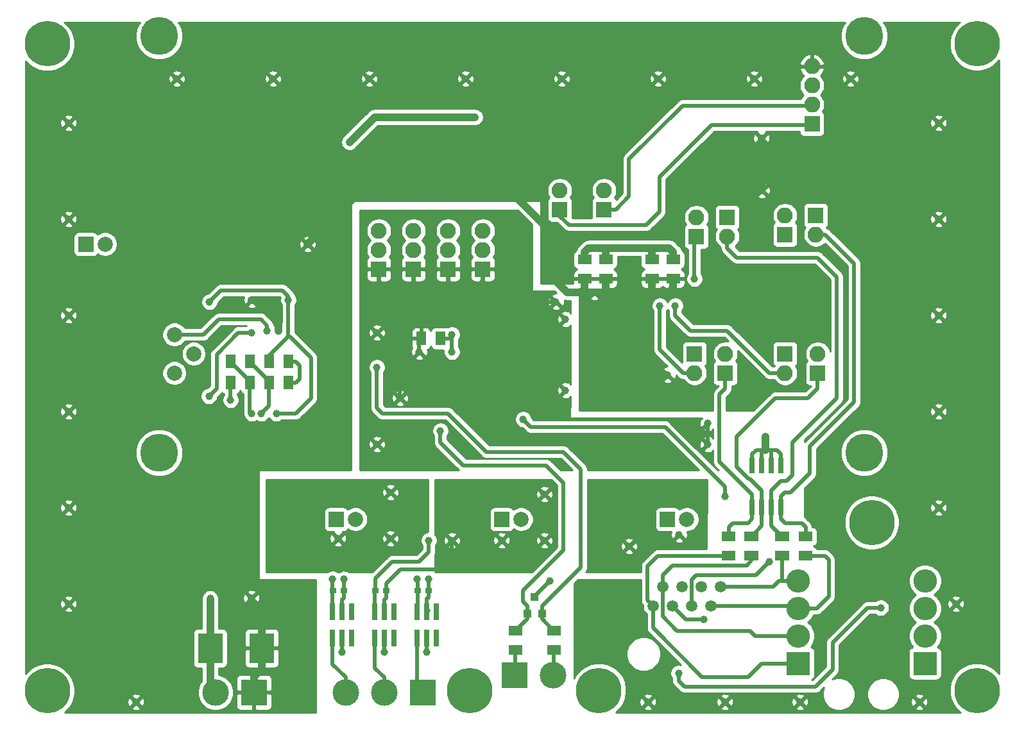
<source format=gbl>
G04 #@! TF.GenerationSoftware,KiCad,Pcbnew,(5.1.6)-1*
G04 #@! TF.CreationDate,2022-03-27T18:43:43+02:00*
G04 #@! TF.ProjectId,signalization_by_fireplace,7369676e-616c-4697-9a61-74696f6e5f62,rev?*
G04 #@! TF.SameCoordinates,Original*
G04 #@! TF.FileFunction,Copper,L2,Bot*
G04 #@! TF.FilePolarity,Positive*
%FSLAX46Y46*%
G04 Gerber Fmt 4.6, Leading zero omitted, Abs format (unit mm)*
G04 Created by KiCad (PCBNEW (5.1.6)-1) date 2022-03-27 18:43:43*
%MOMM*%
%LPD*%
G01*
G04 APERTURE LIST*
G04 #@! TA.AperFunction,ComponentPad*
%ADD10O,2.100000X2.100000*%
G04 #@! TD*
G04 #@! TA.AperFunction,ComponentPad*
%ADD11R,2.100000X2.100000*%
G04 #@! TD*
G04 #@! TA.AperFunction,ComponentPad*
%ADD12C,1.000000*%
G04 #@! TD*
G04 #@! TA.AperFunction,ComponentPad*
%ADD13C,2.000000*%
G04 #@! TD*
G04 #@! TA.AperFunction,SMDPad,CuDef*
%ADD14R,3.300000X4.000000*%
G04 #@! TD*
G04 #@! TA.AperFunction,SMDPad,CuDef*
%ADD15R,0.900000X0.800000*%
G04 #@! TD*
G04 #@! TA.AperFunction,ComponentPad*
%ADD16C,5.000000*%
G04 #@! TD*
G04 #@! TA.AperFunction,ComponentPad*
%ADD17C,6.000000*%
G04 #@! TD*
G04 #@! TA.AperFunction,ComponentPad*
%ADD18O,3.100000X3.100000*%
G04 #@! TD*
G04 #@! TA.AperFunction,ComponentPad*
%ADD19R,3.100000X3.100000*%
G04 #@! TD*
G04 #@! TA.AperFunction,SMDPad,CuDef*
%ADD20R,0.800000X2.000000*%
G04 #@! TD*
G04 #@! TA.AperFunction,SMDPad,CuDef*
%ADD21C,0.100000*%
G04 #@! TD*
G04 #@! TA.AperFunction,ComponentPad*
%ADD22C,3.500000*%
G04 #@! TD*
G04 #@! TA.AperFunction,ComponentPad*
%ADD23R,3.500000X3.500000*%
G04 #@! TD*
G04 #@! TA.AperFunction,ComponentPad*
%ADD24C,1.500000*%
G04 #@! TD*
G04 #@! TA.AperFunction,ComponentPad*
%ADD25R,2.000000X2.000000*%
G04 #@! TD*
G04 #@! TA.AperFunction,SMDPad,CuDef*
%ADD26R,1.000000X1.000000*%
G04 #@! TD*
G04 #@! TA.AperFunction,SMDPad,CuDef*
%ADD27R,0.800000X2.200000*%
G04 #@! TD*
G04 #@! TA.AperFunction,Conductor*
%ADD28C,0.500000*%
G04 #@! TD*
G04 #@! TA.AperFunction,Conductor*
%ADD29C,1.000000*%
G04 #@! TD*
G04 #@! TA.AperFunction,Conductor*
%ADD30C,0.250000*%
G04 #@! TD*
G04 #@! TA.AperFunction,Conductor*
%ADD31C,0.400000*%
G04 #@! TD*
G04 #@! TA.AperFunction,Conductor*
%ADD32C,0.254000*%
G04 #@! TD*
G04 APERTURE END LIST*
D10*
X242575200Y-80119740D03*
X242575200Y-75039740D03*
D11*
X242575200Y-82659740D03*
D10*
X242575200Y-77579740D03*
D12*
X247650000Y-76708000D03*
X144462500Y-95250000D03*
X158750000Y-76708000D03*
D13*
X160985200Y-113030000D03*
X158432500Y-115570000D03*
X158432500Y-110490000D03*
D12*
X171894500Y-120904000D03*
X168592500Y-145288000D03*
X163157337Y-145326037D03*
D14*
X163160500Y-151892000D03*
X169960500Y-151892000D03*
D15*
X191987000Y-144272000D03*
X190537000Y-144272000D03*
X186399000Y-144272000D03*
X184949000Y-144272000D03*
X180811000Y-144272000D03*
X179361000Y-144272000D03*
D16*
X156424000Y-126080000D03*
X249468000Y-126080000D03*
X249468000Y-71080000D03*
X156424000Y-71080000D03*
D17*
X141668500Y-157533922D03*
X197400000Y-157480000D03*
X214460000Y-157480000D03*
X250460500Y-135302000D03*
X264350500Y-157480000D03*
X264350500Y-72073441D03*
X141668500Y-72106428D03*
D12*
X153352500Y-159004000D03*
X240982500Y-159004000D03*
X256730500Y-159004000D03*
D18*
X257492500Y-143004000D03*
X257492500Y-146644000D03*
D19*
X257492500Y-153924000D03*
D18*
X257492500Y-150284000D03*
X240792000Y-143004000D03*
X240792000Y-146644000D03*
D19*
X240792000Y-153924000D03*
D18*
X240792000Y-150284000D03*
D12*
X207264000Y-137668000D03*
X186944000Y-131318000D03*
X186944000Y-137414000D03*
X180022500Y-137414000D03*
X225044000Y-136906000D03*
X218440000Y-138430000D03*
X207264000Y-131572000D03*
X201612500Y-137668000D03*
X261556500Y-146050000D03*
X234950000Y-76708000D03*
X184150000Y-76708000D03*
X171450000Y-76708000D03*
X144462500Y-107950000D03*
X144462500Y-120650000D03*
X210058000Y-117856000D03*
X210058000Y-108458000D03*
X185166000Y-110236000D03*
X185166000Y-124968000D03*
X220916500Y-159004000D03*
X231076500Y-159004000D03*
X259270500Y-133350000D03*
X259270500Y-120650000D03*
X259270500Y-107950000D03*
X259270500Y-95250000D03*
X259270500Y-82550000D03*
X222250000Y-76708000D03*
X209550000Y-76708000D03*
X196850000Y-76708000D03*
X144462500Y-82550000D03*
X144462500Y-133350000D03*
X144462500Y-146050000D03*
X208026000Y-143002000D03*
X180530500Y-152400000D03*
X186182000Y-152400000D03*
X191770000Y-152400000D03*
X190500000Y-142748000D03*
X192024000Y-142748000D03*
X180848000Y-142748000D03*
X179324000Y-142748000D03*
X195072000Y-137668000D03*
X192024000Y-137668000D03*
X251650500Y-146558000D03*
X224980500Y-155194000D03*
X228346000Y-148082000D03*
X236982000Y-140462000D03*
X231076500Y-131826000D03*
X228854000Y-124968000D03*
X228854000Y-122174000D03*
X236474000Y-123952000D03*
X223520000Y-115824000D03*
X224536000Y-106680000D03*
X222504000Y-106680000D03*
X213868000Y-104902000D03*
X215900000Y-99060000D03*
X218440000Y-99060000D03*
X220980000Y-99060000D03*
X227076000Y-103124000D03*
X235966000Y-91440000D03*
X235902500Y-84582000D03*
X198120000Y-81788000D03*
X181546500Y-85090000D03*
X195072000Y-110490000D03*
X208788000Y-106172000D03*
X190754000Y-112776000D03*
X195072000Y-112776000D03*
X204470000Y-121666000D03*
X193548000Y-123190000D03*
X168656000Y-110236000D03*
X163004500Y-118618000D03*
X176022000Y-98552000D03*
X173482000Y-105918000D03*
X163068000Y-106172000D03*
X185166000Y-114808000D03*
X168656000Y-105918000D03*
X172212000Y-109982000D03*
X170688000Y-109982000D03*
X188214000Y-118872000D03*
X165862000Y-119126000D03*
X169926000Y-120904000D03*
X168656000Y-120904000D03*
D20*
X237236000Y-133316000D03*
X235966000Y-127796000D03*
X237236000Y-127796000D03*
X238506000Y-133316000D03*
X234696000Y-127796000D03*
X238506000Y-127796000D03*
X235966000Y-133316000D03*
X234696000Y-133316000D03*
G04 #@! TA.AperFunction,SMDPad,CuDef*
D21*
G36*
X209434000Y-152796000D02*
G01*
X207634000Y-152796000D01*
X207634000Y-151496000D01*
X209434000Y-151496000D01*
X209434000Y-152796000D01*
G37*
G04 #@! TD.AperFunction*
G04 #@! TA.AperFunction,SMDPad,CuDef*
G36*
X209434000Y-150256000D02*
G01*
X207634000Y-150256000D01*
X207634000Y-148956000D01*
X209434000Y-148956000D01*
X209434000Y-150256000D01*
G37*
G04 #@! TD.AperFunction*
G04 #@! TA.AperFunction,SMDPad,CuDef*
G36*
X171592000Y-113146000D02*
G01*
X171592000Y-114946000D01*
X170292000Y-114946000D01*
X170292000Y-113146000D01*
X171592000Y-113146000D01*
G37*
G04 #@! TD.AperFunction*
G04 #@! TA.AperFunction,SMDPad,CuDef*
G36*
X174132000Y-113146000D02*
G01*
X174132000Y-114946000D01*
X172832000Y-114946000D01*
X172832000Y-113146000D01*
X174132000Y-113146000D01*
G37*
G04 #@! TD.AperFunction*
G04 #@! TA.AperFunction,SMDPad,CuDef*
G36*
X172832000Y-117740000D02*
G01*
X172832000Y-115940000D01*
X174132000Y-115940000D01*
X174132000Y-117740000D01*
X172832000Y-117740000D01*
G37*
G04 #@! TD.AperFunction*
G04 #@! TA.AperFunction,SMDPad,CuDef*
G36*
X170292000Y-117740000D02*
G01*
X170292000Y-115940000D01*
X171592000Y-115940000D01*
X171592000Y-117740000D01*
X170292000Y-117740000D01*
G37*
G04 #@! TD.AperFunction*
G04 #@! TA.AperFunction,SMDPad,CuDef*
G36*
X167752000Y-114946000D02*
G01*
X167752000Y-113146000D01*
X169052000Y-113146000D01*
X169052000Y-114946000D01*
X167752000Y-114946000D01*
G37*
G04 #@! TD.AperFunction*
G04 #@! TA.AperFunction,SMDPad,CuDef*
G36*
X165212000Y-114946000D02*
G01*
X165212000Y-113146000D01*
X166512000Y-113146000D01*
X166512000Y-114946000D01*
X165212000Y-114946000D01*
G37*
G04 #@! TD.AperFunction*
G04 #@! TA.AperFunction,SMDPad,CuDef*
G36*
X167752000Y-117740000D02*
G01*
X167752000Y-115940000D01*
X169052000Y-115940000D01*
X169052000Y-117740000D01*
X167752000Y-117740000D01*
G37*
G04 #@! TD.AperFunction*
G04 #@! TA.AperFunction,SMDPad,CuDef*
G36*
X165212000Y-117740000D02*
G01*
X165212000Y-115940000D01*
X166512000Y-115940000D01*
X166512000Y-117740000D01*
X165212000Y-117740000D01*
G37*
G04 #@! TD.AperFunction*
G04 #@! TA.AperFunction,SMDPad,CuDef*
G36*
X232484500Y-137810000D02*
G01*
X230684500Y-137810000D01*
X230684500Y-136510000D01*
X232484500Y-136510000D01*
X232484500Y-137810000D01*
G37*
G04 #@! TD.AperFunction*
G04 #@! TA.AperFunction,SMDPad,CuDef*
G36*
X232484500Y-140350000D02*
G01*
X230684500Y-140350000D01*
X230684500Y-139050000D01*
X232484500Y-139050000D01*
X232484500Y-140350000D01*
G37*
G04 #@! TD.AperFunction*
G04 #@! TA.AperFunction,SMDPad,CuDef*
G36*
X235469000Y-137810000D02*
G01*
X233669000Y-137810000D01*
X233669000Y-136510000D01*
X235469000Y-136510000D01*
X235469000Y-137810000D01*
G37*
G04 #@! TD.AperFunction*
G04 #@! TA.AperFunction,SMDPad,CuDef*
G36*
X235469000Y-140350000D02*
G01*
X233669000Y-140350000D01*
X233669000Y-139050000D01*
X235469000Y-139050000D01*
X235469000Y-140350000D01*
G37*
G04 #@! TD.AperFunction*
G04 #@! TA.AperFunction,SMDPad,CuDef*
G36*
X242644500Y-137810000D02*
G01*
X240844500Y-137810000D01*
X240844500Y-136510000D01*
X242644500Y-136510000D01*
X242644500Y-137810000D01*
G37*
G04 #@! TD.AperFunction*
G04 #@! TA.AperFunction,SMDPad,CuDef*
G36*
X242644500Y-140350000D02*
G01*
X240844500Y-140350000D01*
X240844500Y-139050000D01*
X242644500Y-139050000D01*
X242644500Y-140350000D01*
G37*
G04 #@! TD.AperFunction*
G04 #@! TA.AperFunction,SMDPad,CuDef*
G36*
X239533000Y-137810000D02*
G01*
X237733000Y-137810000D01*
X237733000Y-136510000D01*
X239533000Y-136510000D01*
X239533000Y-137810000D01*
G37*
G04 #@! TD.AperFunction*
G04 #@! TA.AperFunction,SMDPad,CuDef*
G36*
X239533000Y-140350000D02*
G01*
X237733000Y-140350000D01*
X237733000Y-139050000D01*
X239533000Y-139050000D01*
X239533000Y-140350000D01*
G37*
G04 #@! TD.AperFunction*
D11*
X185420000Y-101854000D03*
D10*
X185420000Y-96774000D03*
X185420000Y-99314000D03*
D11*
X189992000Y-101854000D03*
D10*
X189992000Y-96774000D03*
X189992000Y-99314000D03*
D11*
X194564000Y-101854000D03*
D10*
X194564000Y-96774000D03*
X194564000Y-99314000D03*
D11*
X199136000Y-101854000D03*
D10*
X199136000Y-96774000D03*
X199136000Y-99314000D03*
X243078000Y-97282000D03*
D11*
X243078000Y-94742000D03*
D10*
X239014000Y-94742000D03*
D11*
X239014000Y-97282000D03*
D10*
X231394000Y-97536000D03*
D11*
X231394000Y-94996000D03*
D10*
X227330000Y-94996000D03*
D11*
X227330000Y-97536000D03*
D10*
X227076000Y-115570000D03*
D11*
X227076000Y-113030000D03*
D10*
X231140000Y-113030000D03*
D11*
X231140000Y-115570000D03*
D10*
X239014000Y-115570000D03*
D11*
X239014000Y-113030000D03*
D10*
X243332000Y-113030000D03*
D11*
X243332000Y-115570000D03*
D10*
X215138000Y-91440000D03*
D11*
X215138000Y-93980000D03*
D10*
X209296000Y-91440000D03*
D11*
X209296000Y-93980000D03*
G04 #@! TA.AperFunction,SMDPad,CuDef*
D21*
G36*
X204354000Y-152796000D02*
G01*
X202554000Y-152796000D01*
X202554000Y-151496000D01*
X204354000Y-151496000D01*
X204354000Y-152796000D01*
G37*
G04 #@! TD.AperFunction*
G04 #@! TA.AperFunction,SMDPad,CuDef*
G36*
X204354000Y-150256000D02*
G01*
X202554000Y-150256000D01*
X202554000Y-148956000D01*
X204354000Y-148956000D01*
X204354000Y-150256000D01*
G37*
G04 #@! TD.AperFunction*
D22*
X163860000Y-157734000D03*
D23*
X168940000Y-157734000D03*
X203360000Y-155448000D03*
D22*
X208440000Y-155448000D03*
D24*
X224156000Y-146304000D03*
X230506000Y-143764000D03*
X229236000Y-146304000D03*
X222886000Y-143764000D03*
X226696000Y-146304000D03*
X225426000Y-143764000D03*
X227966000Y-143764000D03*
X221616000Y-146304000D03*
D22*
X186150000Y-157734000D03*
D23*
X191230000Y-157734000D03*
D22*
X181070000Y-157734000D03*
D25*
X146748500Y-98552000D03*
D13*
X149288500Y-98552000D03*
X226060000Y-134874000D03*
D25*
X223520000Y-134874000D03*
D26*
X205994000Y-145104000D03*
X205044000Y-147304000D03*
X206944000Y-147304000D03*
D13*
X204194000Y-134874000D03*
D25*
X201654000Y-134874000D03*
D13*
X182328000Y-134874000D03*
D25*
X179788000Y-134874000D03*
D27*
X191770000Y-147116800D03*
X193040000Y-147116800D03*
X190500000Y-147116800D03*
X193040000Y-150571200D03*
X191770000Y-150571200D03*
X190500000Y-150571200D03*
X186182000Y-147116800D03*
X187452000Y-147116800D03*
X184912000Y-147116800D03*
X187452000Y-150571200D03*
X186182000Y-150571200D03*
X184912000Y-150571200D03*
X180594000Y-147116800D03*
X181864000Y-147116800D03*
X179324000Y-147116800D03*
X181864000Y-150571200D03*
X180594000Y-150571200D03*
X179324000Y-150571200D03*
G04 #@! TA.AperFunction,SMDPad,CuDef*
D21*
G36*
X191658000Y-110098000D02*
G01*
X191658000Y-111898000D01*
X190358000Y-111898000D01*
X190358000Y-110098000D01*
X191658000Y-110098000D01*
G37*
G04 #@! TD.AperFunction*
G04 #@! TA.AperFunction,SMDPad,CuDef*
G36*
X194198000Y-110098000D02*
G01*
X194198000Y-111898000D01*
X192898000Y-111898000D01*
X192898000Y-110098000D01*
X194198000Y-110098000D01*
G37*
G04 #@! TD.AperFunction*
G04 #@! TA.AperFunction,SMDPad,CuDef*
G36*
X223382000Y-102474000D02*
G01*
X225182000Y-102474000D01*
X225182000Y-103774000D01*
X223382000Y-103774000D01*
X223382000Y-102474000D01*
G37*
G04 #@! TD.AperFunction*
G04 #@! TA.AperFunction,SMDPad,CuDef*
G36*
X223382000Y-99934000D02*
G01*
X225182000Y-99934000D01*
X225182000Y-101234000D01*
X223382000Y-101234000D01*
X223382000Y-99934000D01*
G37*
G04 #@! TD.AperFunction*
G04 #@! TA.AperFunction,SMDPad,CuDef*
G36*
X220588000Y-102474000D02*
G01*
X222388000Y-102474000D01*
X222388000Y-103774000D01*
X220588000Y-103774000D01*
X220588000Y-102474000D01*
G37*
G04 #@! TD.AperFunction*
G04 #@! TA.AperFunction,SMDPad,CuDef*
G36*
X220588000Y-99934000D02*
G01*
X222388000Y-99934000D01*
X222388000Y-101234000D01*
X220588000Y-101234000D01*
X220588000Y-99934000D01*
G37*
G04 #@! TD.AperFunction*
G04 #@! TA.AperFunction,SMDPad,CuDef*
G36*
X211698000Y-102474000D02*
G01*
X213498000Y-102474000D01*
X213498000Y-103774000D01*
X211698000Y-103774000D01*
X211698000Y-102474000D01*
G37*
G04 #@! TD.AperFunction*
G04 #@! TA.AperFunction,SMDPad,CuDef*
G36*
X211698000Y-99934000D02*
G01*
X213498000Y-99934000D01*
X213498000Y-101234000D01*
X211698000Y-101234000D01*
X211698000Y-99934000D01*
G37*
G04 #@! TD.AperFunction*
G04 #@! TA.AperFunction,SMDPad,CuDef*
G36*
X214492000Y-102474000D02*
G01*
X216292000Y-102474000D01*
X216292000Y-103774000D01*
X214492000Y-103774000D01*
X214492000Y-102474000D01*
G37*
G04 #@! TD.AperFunction*
G04 #@! TA.AperFunction,SMDPad,CuDef*
G36*
X214492000Y-99934000D02*
G01*
X216292000Y-99934000D01*
X216292000Y-101234000D01*
X214492000Y-101234000D01*
X214492000Y-99934000D01*
G37*
G04 #@! TD.AperFunction*
D28*
X234696000Y-126296000D02*
X235262000Y-125730000D01*
X234696000Y-127796000D02*
X234696000Y-126296000D01*
X238506000Y-126238000D02*
X238506000Y-127796000D01*
X237998000Y-125730000D02*
X238506000Y-126238000D01*
X235262000Y-125730000D02*
X235712000Y-125730000D01*
X237236000Y-125984000D02*
X237236000Y-127796000D01*
X235966000Y-125984000D02*
X235966000Y-127796000D01*
X235966000Y-125984000D02*
X235966000Y-125730000D01*
X235712000Y-125730000D02*
X235966000Y-125730000D01*
X237236000Y-125984000D02*
X237236000Y-125730000D01*
X236982000Y-125730000D02*
X237236000Y-125730000D01*
X237236000Y-125730000D02*
X237998000Y-125730000D01*
X236728000Y-125730000D02*
X236982000Y-125730000D01*
X236474000Y-125730000D02*
X236728000Y-125730000D01*
D29*
X236474000Y-125730000D02*
X236474000Y-123952000D01*
D28*
X235966000Y-125730000D02*
X236474000Y-125730000D01*
D29*
X220472000Y-115824000D02*
X223520000Y-115824000D01*
X218440000Y-113792000D02*
X220472000Y-115824000D01*
D28*
X186182000Y-150571200D02*
X186182000Y-152400000D01*
X191770000Y-150571200D02*
X191770000Y-152400000D01*
D29*
X176022000Y-98552000D02*
X182880000Y-91694000D01*
X182880000Y-91694000D02*
X201168000Y-91694000D01*
X202946000Y-91694000D02*
X201168000Y-91694000D01*
X207772000Y-96520000D02*
X202946000Y-91694000D01*
X207772000Y-96520000D02*
X208534000Y-97282000D01*
X171196000Y-105918000D02*
X168656000Y-105918000D01*
X171958000Y-106680000D02*
X171704000Y-106426000D01*
X172212000Y-106934000D02*
X171704000Y-106426000D01*
X172212000Y-109982000D02*
X172212000Y-106934000D01*
X171704000Y-106426000D02*
X171196000Y-105918000D01*
D28*
X169706500Y-156967500D02*
X168940000Y-157734000D01*
X168940000Y-157734000D02*
X168940000Y-156624500D01*
X210756500Y-97282000D02*
X222948500Y-97282000D01*
X180594000Y-152336500D02*
X180530500Y-152400000D01*
X180594000Y-150571200D02*
X180594000Y-152336500D01*
D29*
X169960500Y-151892000D02*
X169960500Y-154588000D01*
X168940000Y-155608500D02*
X168940000Y-157734000D01*
X169960500Y-154588000D02*
X168940000Y-155608500D01*
X169960500Y-149196000D02*
X169960500Y-151892000D01*
X168592500Y-147828000D02*
X169960500Y-149196000D01*
X168592500Y-145288000D02*
X168592500Y-147828000D01*
D28*
X235902500Y-91376500D02*
X235966000Y-91440000D01*
D29*
X235902500Y-84582000D02*
X235902500Y-91376500D01*
X223456500Y-97282000D02*
X224218500Y-96520000D01*
X208534000Y-97282000D02*
X223456500Y-97282000D01*
X224218500Y-96520000D02*
X224218500Y-92202000D01*
X224218500Y-92202000D02*
X224980500Y-91440000D01*
X224980500Y-91440000D02*
X235966000Y-91440000D01*
X208534000Y-98488500D02*
X208534000Y-97282000D01*
X208534000Y-103124000D02*
X208534000Y-98488500D01*
X210312000Y-104902000D02*
X208534000Y-103124000D01*
X215392000Y-104711500D02*
X215582500Y-104902000D01*
X215392000Y-103124000D02*
X215392000Y-104711500D01*
X213868000Y-104902000D02*
X215582500Y-104902000D01*
X212598000Y-103124000D02*
X212598000Y-104584500D01*
X212598000Y-104584500D02*
X212280500Y-104902000D01*
X213868000Y-104902000D02*
X212280500Y-104902000D01*
X212280500Y-104902000D02*
X210312000Y-104902000D01*
X218440000Y-113792000D02*
X218440000Y-104965500D01*
X224282000Y-104330500D02*
X224282000Y-103124000D01*
X223710500Y-104902000D02*
X224282000Y-104330500D01*
X221488000Y-104711500D02*
X221678500Y-104902000D01*
X221488000Y-103124000D02*
X221488000Y-104711500D01*
X215582500Y-104902000D02*
X221678500Y-104902000D01*
X221678500Y-104902000D02*
X223710500Y-104902000D01*
X221488000Y-100584000D02*
X221488000Y-99568000D01*
X224028000Y-99314000D02*
X224282000Y-99568000D01*
X224282000Y-99568000D02*
X224282000Y-100584000D01*
X215900000Y-99060000D02*
X218440000Y-99060000D01*
X218440000Y-99060000D02*
X220980000Y-99060000D01*
X212598000Y-99568000D02*
X212598000Y-100584000D01*
X213106000Y-99060000D02*
X212598000Y-99568000D01*
X215392000Y-100584000D02*
X215392000Y-99060000D01*
X215900000Y-99060000D02*
X215392000Y-99060000D01*
X215392000Y-99060000D02*
X213106000Y-99060000D01*
X223774000Y-99060000D02*
X224282000Y-99568000D01*
D28*
X221488000Y-99568000D02*
X221488000Y-99060000D01*
D29*
X220980000Y-99060000D02*
X221488000Y-99060000D01*
X221488000Y-99060000D02*
X223774000Y-99060000D01*
X184848500Y-81788000D02*
X181546500Y-85090000D01*
X196024500Y-81788000D02*
X184848500Y-81788000D01*
X196024500Y-81788000D02*
X198120000Y-81788000D01*
X189484000Y-81788000D02*
X196024500Y-81788000D01*
D30*
X185420000Y-101854000D02*
X185420000Y-103124000D01*
X191008000Y-110998000D02*
X189992000Y-110998000D01*
D28*
X191008000Y-110998000D02*
X189484000Y-110998000D01*
X185420000Y-106934000D02*
X185420000Y-106172000D01*
X185420000Y-103886000D02*
X185420000Y-101854000D01*
X185420000Y-106172000D02*
X185420000Y-103886000D01*
X199136000Y-103378000D02*
X199136000Y-101854000D01*
X198628000Y-103886000D02*
X199136000Y-103378000D01*
X185420000Y-103886000D02*
X189738000Y-103886000D01*
X189738000Y-103886000D02*
X189992000Y-103886000D01*
X188214000Y-111252000D02*
X188976000Y-110490000D01*
X188214000Y-118872000D02*
X188214000Y-111252000D01*
X189484000Y-110998000D02*
X188976000Y-110490000D01*
X188976000Y-110490000D02*
X185420000Y-106934000D01*
X190754000Y-111252000D02*
X191008000Y-110998000D01*
X190754000Y-112522000D02*
X190754000Y-111252000D01*
X189992000Y-103632000D02*
X189992000Y-103886000D01*
X189992000Y-101854000D02*
X189992000Y-103632000D01*
X194564000Y-101854000D02*
X194564000Y-103886000D01*
X189992000Y-103886000D02*
X194564000Y-103886000D01*
X194564000Y-103886000D02*
X198628000Y-103886000D01*
X205994000Y-145104000D02*
X205994000Y-145034000D01*
X205994000Y-145034000D02*
X207518000Y-143510000D01*
X207518000Y-143510000D02*
X208026000Y-143002000D01*
X185420000Y-106172000D02*
X208788000Y-106172000D01*
X228854000Y-124968000D02*
X228854000Y-122174000D01*
X205486000Y-122682000D02*
X204470000Y-121666000D01*
X223202500Y-122682000D02*
X205486000Y-122682000D01*
X231076500Y-130556000D02*
X230822500Y-130302000D01*
X231076500Y-131826000D02*
X231076500Y-130556000D01*
X230822500Y-130302000D02*
X223202500Y-122682000D01*
X212090000Y-128270000D02*
X209804000Y-125984000D01*
X209804000Y-125984000D02*
X200406000Y-125984000D01*
X200406000Y-125984000D02*
X199644000Y-125984000D01*
X199644000Y-125984000D02*
X194564000Y-120904000D01*
X194564000Y-120904000D02*
X185928000Y-120904000D01*
X185928000Y-120904000D02*
X185166000Y-120142000D01*
X185166000Y-120142000D02*
X185166000Y-114808000D01*
X206944000Y-148016000D02*
X208534000Y-149606000D01*
X206944000Y-147304000D02*
X206944000Y-148016000D01*
X206944000Y-146304000D02*
X207452000Y-145796000D01*
X206944000Y-147304000D02*
X206944000Y-146304000D01*
X207452000Y-145796000D02*
X207518000Y-145796000D01*
X207518000Y-145796000D02*
X212090000Y-141224000D01*
X212090000Y-141224000D02*
X212090000Y-140208000D01*
X212090000Y-140208000D02*
X212090000Y-128270000D01*
X209804000Y-130048000D02*
X207518000Y-127762000D01*
X207518000Y-127762000D02*
X198882000Y-127762000D01*
X198882000Y-127762000D02*
X196596000Y-127762000D01*
X196596000Y-127762000D02*
X193548000Y-124714000D01*
X193548000Y-124714000D02*
X193548000Y-123190000D01*
X205044000Y-148016000D02*
X203454000Y-149606000D01*
X205044000Y-147304000D02*
X205044000Y-148016000D01*
X205044000Y-146304000D02*
X204470000Y-145730000D01*
X205044000Y-147304000D02*
X205044000Y-146304000D01*
X204470000Y-145730000D02*
X204470000Y-144272000D01*
X209804000Y-138938000D02*
X209804000Y-138176000D01*
X204470000Y-144272000D02*
X209804000Y-138938000D01*
X209804000Y-138176000D02*
X209804000Y-130048000D01*
D30*
X193802000Y-111252000D02*
X193548000Y-110998000D01*
D28*
X193548000Y-110998000D02*
X195072000Y-110998000D01*
X195072000Y-110490000D02*
X195072000Y-110998000D01*
X195072000Y-110998000D02*
X195072000Y-112776000D01*
X165862000Y-116840000D02*
X165862000Y-119126000D01*
X163860000Y-157734000D02*
X163860000Y-156811500D01*
X163860000Y-156811500D02*
X163160500Y-156112000D01*
D29*
X163160500Y-157034500D02*
X163860000Y-157734000D01*
X163160500Y-151892000D02*
X163160500Y-157034500D01*
X163160500Y-149196000D02*
X163160500Y-151892000D01*
X163160500Y-151892000D02*
X163160500Y-145444000D01*
D31*
X170942000Y-114046000D02*
X170942000Y-113538000D01*
D28*
X163068000Y-106172000D02*
X164084000Y-105156000D01*
D31*
X164084000Y-105156000D02*
X164122001Y-105117999D01*
X170942000Y-114046000D02*
X170942000Y-113284000D01*
D28*
X173482000Y-110744000D02*
X173482000Y-105918000D01*
X170942000Y-113284000D02*
X173482000Y-110744000D01*
X173482000Y-105410000D02*
X173482000Y-105918000D01*
X172720000Y-104648000D02*
X173482000Y-105410000D01*
X164084000Y-105156000D02*
X164592000Y-104648000D01*
X164592000Y-104648000D02*
X172720000Y-104648000D01*
X173672500Y-110744000D02*
X173482000Y-110744000D01*
X176466500Y-118872000D02*
X176466500Y-113538000D01*
X176466500Y-113538000D02*
X173672500Y-110744000D01*
X174434500Y-120904000D02*
X174688500Y-120650000D01*
X171894500Y-120904000D02*
X174434500Y-120904000D01*
X174688500Y-120650000D02*
X176466500Y-118872000D01*
X215138000Y-93980000D02*
X216688000Y-93980000D01*
X218440000Y-88392000D02*
X218440000Y-92202000D01*
X216688000Y-93980000D02*
X218440000Y-92202000D01*
X218440000Y-87312500D02*
X218440000Y-88392000D01*
X242588000Y-80264000D02*
X225488500Y-80264000D01*
X225488500Y-80264000D02*
X218440000Y-87312500D01*
X229298500Y-82804000D02*
X239966500Y-82804000D01*
X239966500Y-82804000D02*
X242588000Y-82804000D01*
X238442500Y-82804000D02*
X239966500Y-82804000D01*
X209296000Y-93980000D02*
X209296000Y-94805500D01*
X209296000Y-94805500D02*
X210502500Y-96012000D01*
X220662500Y-96012000D02*
X222440500Y-94234000D01*
X210502500Y-96012000D02*
X220662500Y-96012000D01*
X229298500Y-82804000D02*
X222440500Y-89662000D01*
X222440500Y-89662000D02*
X222440500Y-90678000D01*
X222440500Y-94234000D02*
X222440500Y-90678000D01*
X222440500Y-90678000D02*
X222440500Y-90170000D01*
X180594000Y-145516800D02*
X180822800Y-145288000D01*
X180594000Y-147116800D02*
X180594000Y-145516800D01*
X180811000Y-145276200D02*
X180811000Y-144272000D01*
X180822800Y-145288000D02*
X180811000Y-145276200D01*
X180848000Y-144235000D02*
X180811000Y-144272000D01*
X180848000Y-142748000D02*
X180848000Y-144235000D01*
X179324000Y-144309000D02*
X179361000Y-144272000D01*
X179324000Y-147116800D02*
X179324000Y-144309000D01*
X179324000Y-144235000D02*
X179361000Y-144272000D01*
X179324000Y-142748000D02*
X179324000Y-144235000D01*
X181070000Y-157734000D02*
X181070000Y-157003500D01*
X179324000Y-150571200D02*
X179324000Y-153987500D01*
X181070000Y-155733500D02*
X181070000Y-157734000D01*
X179324000Y-153987500D02*
X181070000Y-155733500D01*
X186182000Y-145516800D02*
X186410800Y-145288000D01*
X186182000Y-147116800D02*
X186182000Y-145516800D01*
X186399000Y-145276200D02*
X186399000Y-144272000D01*
X186410800Y-145288000D02*
X186399000Y-145276200D01*
X186399000Y-143372000D02*
X188293000Y-141478000D01*
X186399000Y-144272000D02*
X186399000Y-143372000D01*
X188293000Y-141478000D02*
X194056000Y-141478000D01*
X194056000Y-141478000D02*
X195072000Y-140462000D01*
X195072000Y-140462000D02*
X195072000Y-137668000D01*
X184912000Y-144309000D02*
X184949000Y-144272000D01*
X184912000Y-147116800D02*
X184912000Y-144309000D01*
X192024000Y-137668000D02*
X192024000Y-139192000D01*
X192024000Y-139192000D02*
X190754000Y-140462000D01*
X190754000Y-140462000D02*
X187198000Y-140462000D01*
X184949000Y-142711000D02*
X184949000Y-144272000D01*
X187198000Y-140462000D02*
X184949000Y-142711000D01*
X186150000Y-157734000D02*
X186150000Y-155734000D01*
X184912000Y-154496000D02*
X184912000Y-154178000D01*
X186150000Y-155734000D02*
X184912000Y-154496000D01*
X184912000Y-150571200D02*
X184912000Y-154178000D01*
X191987000Y-146899800D02*
X191770000Y-147116800D01*
X191770000Y-147116800D02*
X191770000Y-145288000D01*
X191987000Y-145172000D02*
X191987000Y-144272000D01*
X191871000Y-145288000D02*
X191987000Y-145172000D01*
X191770000Y-145288000D02*
X191871000Y-145288000D01*
X191987000Y-144272000D02*
X191987000Y-142785000D01*
X191987000Y-142785000D02*
X192024000Y-142748000D01*
X190537000Y-147079800D02*
X190500000Y-147116800D01*
X190537000Y-144272000D02*
X190537000Y-147079800D01*
X190537000Y-144272000D02*
X190537000Y-142785000D01*
X190537000Y-142785000D02*
X190500000Y-142748000D01*
X190500000Y-157004000D02*
X191230000Y-157734000D01*
X190500000Y-150571200D02*
X190500000Y-157004000D01*
X244348000Y-97282000D02*
X243078000Y-97282000D01*
X248158000Y-101092000D02*
X244348000Y-97282000D01*
X238506000Y-131816000D02*
X239004000Y-131318000D01*
X238506000Y-133316000D02*
X238506000Y-131816000D01*
X248158000Y-119380000D02*
X248158000Y-101092000D01*
X239776000Y-131318000D02*
X242316000Y-128778000D01*
X239004000Y-131318000D02*
X239776000Y-131318000D01*
X242316000Y-125222000D02*
X248158000Y-119380000D01*
X242316000Y-128778000D02*
X242316000Y-125222000D01*
X241744500Y-135890000D02*
X241744500Y-137160000D01*
X239072000Y-135382000D02*
X241236500Y-135382000D01*
X241236500Y-135382000D02*
X241744500Y-135890000D01*
X238506000Y-133316000D02*
X238506000Y-134816000D01*
X238506000Y-134816000D02*
X239072000Y-135382000D01*
X237236000Y-135763000D02*
X237236000Y-133316000D01*
X238633000Y-137160000D02*
X237236000Y-135763000D01*
X231394000Y-99060000D02*
X231394000Y-97536000D01*
X237236000Y-131064000D02*
X238506000Y-129794000D01*
X245872000Y-102870000D02*
X243332000Y-100330000D01*
X245872000Y-118872000D02*
X245872000Y-102870000D01*
X237236000Y-133316000D02*
X237236000Y-131064000D01*
X232664000Y-100330000D02*
X231394000Y-99060000D01*
X238506000Y-129794000D02*
X239268000Y-129794000D01*
X240030000Y-124714000D02*
X245872000Y-118872000D01*
X239268000Y-129794000D02*
X240030000Y-129032000D01*
X243332000Y-100330000D02*
X232664000Y-100330000D01*
X240030000Y-129032000D02*
X240030000Y-124714000D01*
X227076000Y-97790000D02*
X227330000Y-97536000D01*
X227076000Y-103124000D02*
X227076000Y-97790000D01*
X235966000Y-135763000D02*
X235966000Y-133316000D01*
X234569000Y-137160000D02*
X235966000Y-135763000D01*
X242062000Y-118872000D02*
X243332000Y-117602000D01*
X232664000Y-123952000D02*
X237744000Y-118872000D01*
X235966000Y-131064000D02*
X234442000Y-129540000D01*
X235966000Y-133316000D02*
X235966000Y-131064000D01*
X237744000Y-118872000D02*
X242062000Y-118872000D01*
X234229998Y-129540000D02*
X232664000Y-127974002D01*
X234442000Y-129540000D02*
X234229998Y-129540000D01*
X243332000Y-117602000D02*
X243332000Y-115570000D01*
X232664000Y-127974002D02*
X232664000Y-123952000D01*
X226568000Y-109982000D02*
X231394000Y-109982000D01*
X236982000Y-115570000D02*
X239014000Y-115570000D01*
X231394000Y-109982000D02*
X236982000Y-115570000D01*
X224536000Y-106680000D02*
X224536000Y-107950000D01*
X224536000Y-107950000D02*
X226568000Y-109982000D01*
X234696000Y-134816000D02*
X234130000Y-135382000D01*
X234696000Y-133316000D02*
X234696000Y-134816000D01*
X231140000Y-117602000D02*
X231140000Y-115570000D01*
X230378000Y-118364000D02*
X231140000Y-117602000D01*
X234696000Y-131572000D02*
X230378000Y-127254000D01*
X234696000Y-133316000D02*
X234696000Y-131572000D01*
X230378000Y-127254000D02*
X230378000Y-127000000D01*
X230378000Y-127000000D02*
X230378000Y-118364000D01*
X231584500Y-135890000D02*
X232092500Y-135382000D01*
X231584500Y-137160000D02*
X231584500Y-135890000D01*
X234130000Y-135382000D02*
X232092500Y-135382000D01*
X225591076Y-115570000D02*
X227076000Y-115570000D01*
X222504000Y-106680000D02*
X222504000Y-112482924D01*
X222504000Y-112482924D02*
X225591076Y-115570000D01*
X227330000Y-142240000D02*
X226696000Y-142874000D01*
X226696000Y-142874000D02*
X226696000Y-146304000D01*
X235204000Y-142240000D02*
X236982000Y-140462000D01*
X234950000Y-142240000D02*
X235204000Y-142240000D01*
X234950000Y-142240000D02*
X227330000Y-142240000D01*
X235712000Y-156972000D02*
X235140500Y-156972000D01*
X245300500Y-154686000D02*
X245300500Y-153670000D01*
X243014500Y-156972000D02*
X245300500Y-154686000D01*
X235140500Y-156972000D02*
X243014500Y-156972000D01*
X245300500Y-151130000D02*
X245300500Y-153670000D01*
X245300500Y-153670000D02*
X245300500Y-153924000D01*
X249872500Y-146558000D02*
X246316500Y-150114000D01*
X251650500Y-146558000D02*
X249872500Y-146558000D01*
X248856500Y-147574000D02*
X246316500Y-150114000D01*
X246316500Y-150114000D02*
X245300500Y-151130000D01*
X227774500Y-156972000D02*
X225742500Y-156972000D01*
X227774500Y-156972000D02*
X227330000Y-156972000D01*
X235140500Y-156972000D02*
X227774500Y-156972000D01*
X224980500Y-156210000D02*
X224980500Y-155194000D01*
X225742500Y-156972000D02*
X224980500Y-156210000D01*
X225934000Y-148082000D02*
X224156000Y-146304000D01*
X228346000Y-148082000D02*
X225934000Y-148082000D01*
X167132000Y-110236000D02*
X168656000Y-110236000D01*
X164020500Y-113093500D02*
X166878000Y-110236000D01*
X163004500Y-118618000D02*
X164020500Y-117602000D01*
X166878000Y-110236000D02*
X167132000Y-110236000D01*
X164020500Y-117602000D02*
X164020500Y-113093500D01*
X238760000Y-139827000D02*
X238633000Y-139700000D01*
X230506000Y-143764000D02*
X237426500Y-143764000D01*
X237426500Y-143764000D02*
X238186500Y-143004000D01*
X238633000Y-142942500D02*
X238694500Y-143004000D01*
X238633000Y-139700000D02*
X238633000Y-142942500D01*
X238186500Y-143004000D02*
X238694500Y-143004000D01*
X238694500Y-143004000D02*
X240792000Y-143004000D01*
X234735076Y-146304000D02*
X234188000Y-146304000D01*
X229236000Y-146304000D02*
X234188000Y-146304000D01*
X240452000Y-146304000D02*
X240792000Y-146644000D01*
X229236000Y-146304000D02*
X240452000Y-146304000D01*
X240792000Y-146644000D02*
X242039500Y-146644000D01*
X243182500Y-146644000D02*
X240792000Y-146644000D01*
X244792500Y-145034000D02*
X243182500Y-146644000D01*
X244792500Y-140208000D02*
X244792500Y-145034000D01*
X241744500Y-139700000D02*
X244284500Y-139700000D01*
X244284500Y-139700000D02*
X244792500Y-140208000D01*
X234950000Y-140081000D02*
X234569000Y-139700000D01*
X233949000Y-140970000D02*
X224155000Y-140970000D01*
X222886000Y-142239000D02*
X222886000Y-143764000D01*
X224155000Y-140970000D02*
X222886000Y-142239000D01*
X234569000Y-140350000D02*
X233949000Y-140970000D01*
X222886000Y-147702000D02*
X222886000Y-143764000D01*
X224790000Y-149606000D02*
X222886000Y-147702000D01*
X240792000Y-150284000D02*
X235056500Y-150284000D01*
X235056500Y-150284000D02*
X234378500Y-149606000D01*
X234378500Y-149606000D02*
X224790000Y-149606000D01*
X234569000Y-139700000D02*
X234569000Y-140350000D01*
X220866001Y-145554001D02*
X220866001Y-141083999D01*
X221616000Y-146304000D02*
X220866001Y-145554001D01*
X220866001Y-141083999D02*
X222250000Y-139700000D01*
X222250000Y-139700000D02*
X230505000Y-139700000D01*
X228092000Y-155702000D02*
X221616000Y-149226000D01*
X221616000Y-149226000D02*
X221616000Y-146304000D01*
X234188000Y-155702000D02*
X228092000Y-155702000D01*
X235966000Y-153924000D02*
X234188000Y-155702000D01*
X235966000Y-153924000D02*
X240792000Y-153924000D01*
X230505000Y-139700000D02*
X231584500Y-139700000D01*
X203454000Y-155354000D02*
X203360000Y-155448000D01*
X203454000Y-152146000D02*
X203454000Y-155354000D01*
X208534000Y-155354000D02*
X208440000Y-155448000D01*
X208534000Y-152146000D02*
X208534000Y-155354000D01*
X238506000Y-113030000D02*
X238252000Y-113030000D01*
X168402000Y-116840000D02*
X168402000Y-120650000D01*
X168402000Y-116586000D02*
X165862000Y-114046000D01*
D31*
X168402000Y-116840000D02*
X168402000Y-116586000D01*
D28*
X168402000Y-120650000D02*
X168402000Y-120904000D01*
X168656000Y-121158000D02*
X168402000Y-120904000D01*
X168402000Y-120904000D02*
X168656000Y-120904000D01*
X170942000Y-116840000D02*
X170942000Y-119888000D01*
X170942000Y-119888000D02*
X169926000Y-120904000D01*
X170942000Y-116586000D02*
X168402000Y-114046000D01*
D31*
X170942000Y-116840000D02*
X170942000Y-116586000D01*
D28*
X173482000Y-116840000D02*
X174434500Y-116840000D01*
X174434500Y-116840000D02*
X174942500Y-116332000D01*
X174942500Y-116332000D02*
X174942500Y-114554000D01*
X174434500Y-114046000D02*
X173482000Y-114046000D01*
X174942500Y-114554000D02*
X174434500Y-114046000D01*
X170688000Y-109982000D02*
X170688000Y-109283500D01*
X170688000Y-109283500D02*
X169862500Y-108458000D01*
X169862500Y-108458000D02*
X164274500Y-108458000D01*
X162242500Y-110490000D02*
X158432500Y-110490000D01*
X164274500Y-108458000D02*
X162242500Y-110490000D01*
D32*
G36*
X205613000Y-95966132D02*
G01*
X205613000Y-104648000D01*
X205615440Y-104672776D01*
X205622667Y-104696601D01*
X205634403Y-104718557D01*
X205650197Y-104737803D01*
X205669443Y-104753597D01*
X205691399Y-104765333D01*
X205715224Y-104772560D01*
X205740000Y-104775000D01*
X208579868Y-104775000D01*
X208851215Y-105046347D01*
X208709292Y-105042285D01*
X208490408Y-105079347D01*
X208282961Y-105158400D01*
X208225808Y-105188949D01*
X208190552Y-105400604D01*
X208788000Y-105998052D01*
X208802143Y-105983910D01*
X208976091Y-106157858D01*
X208961948Y-106172000D01*
X209559396Y-106769448D01*
X209771051Y-106734192D01*
X209861841Y-106531606D01*
X209911363Y-106315201D01*
X209917715Y-106093292D01*
X209895435Y-105961707D01*
X210089501Y-106020577D01*
X210312000Y-106042491D01*
X210367752Y-106037000D01*
X210689305Y-106037000D01*
X210684996Y-107657052D01*
X210655447Y-107686601D01*
X210620192Y-107474949D01*
X210417606Y-107384159D01*
X210201201Y-107334637D01*
X209979292Y-107328285D01*
X209760408Y-107365347D01*
X209552961Y-107444400D01*
X209495808Y-107474949D01*
X209460552Y-107686604D01*
X210058000Y-108284052D01*
X210072143Y-108269910D01*
X210246091Y-108443858D01*
X210231948Y-108458000D01*
X210246091Y-108472143D01*
X210072143Y-108646091D01*
X210058000Y-108631948D01*
X209460552Y-109229396D01*
X209495808Y-109441051D01*
X209698394Y-109531841D01*
X209914799Y-109581363D01*
X210136708Y-109587715D01*
X210355592Y-109550653D01*
X210563039Y-109471600D01*
X210620192Y-109441051D01*
X210655447Y-109229399D01*
X210680747Y-109254699D01*
X210659935Y-117080113D01*
X210655447Y-117084601D01*
X210620192Y-116872949D01*
X210417606Y-116782159D01*
X210201201Y-116732637D01*
X209979292Y-116726285D01*
X209760408Y-116763347D01*
X209552961Y-116842400D01*
X209495808Y-116872949D01*
X209460552Y-117084604D01*
X210058000Y-117682052D01*
X210072143Y-117667910D01*
X210246091Y-117841858D01*
X210231948Y-117856000D01*
X210246091Y-117870143D01*
X210072143Y-118044091D01*
X210058000Y-118029948D01*
X209460552Y-118627396D01*
X209495808Y-118839051D01*
X209698394Y-118929841D01*
X209914799Y-118979363D01*
X210136708Y-118985715D01*
X210355592Y-118948653D01*
X210563039Y-118869600D01*
X210620192Y-118839051D01*
X210655447Y-118627399D01*
X210655819Y-118627771D01*
X210647390Y-121797000D01*
X205852579Y-121797000D01*
X205603811Y-121548232D01*
X205561383Y-121334933D01*
X205475824Y-121128376D01*
X205351612Y-120942480D01*
X205193520Y-120784388D01*
X205007624Y-120660176D01*
X204801067Y-120574617D01*
X204581788Y-120531000D01*
X204358212Y-120531000D01*
X204138933Y-120574617D01*
X203932376Y-120660176D01*
X203746480Y-120784388D01*
X203588388Y-120942480D01*
X203464176Y-121128376D01*
X203378617Y-121334933D01*
X203335000Y-121554212D01*
X203335000Y-121777788D01*
X203378617Y-121997067D01*
X203464176Y-122203624D01*
X203588388Y-122389520D01*
X203746480Y-122547612D01*
X203932376Y-122671824D01*
X204138933Y-122757383D01*
X204352232Y-122799811D01*
X204829470Y-123277049D01*
X204857183Y-123310817D01*
X204890951Y-123338530D01*
X204890953Y-123338532D01*
X204962452Y-123397210D01*
X204991941Y-123421411D01*
X205145687Y-123503589D01*
X205261903Y-123538843D01*
X205312509Y-123554195D01*
X205327306Y-123555652D01*
X205442523Y-123567000D01*
X205442531Y-123567000D01*
X205486000Y-123571281D01*
X205529469Y-123567000D01*
X210642683Y-123567000D01*
X210637367Y-125565789D01*
X210460534Y-125388956D01*
X210432817Y-125355183D01*
X210298059Y-125244589D01*
X210144313Y-125162411D01*
X209977490Y-125111805D01*
X209847477Y-125099000D01*
X209847469Y-125099000D01*
X209804000Y-125094719D01*
X209760531Y-125099000D01*
X200010579Y-125099000D01*
X195220534Y-120308956D01*
X195192817Y-120275183D01*
X195058059Y-120164589D01*
X194904313Y-120082411D01*
X194737490Y-120031805D01*
X194607477Y-120019000D01*
X194607469Y-120019000D01*
X194564000Y-120014719D01*
X194520531Y-120019000D01*
X186294579Y-120019000D01*
X186051000Y-119775422D01*
X186051000Y-119643396D01*
X187616552Y-119643396D01*
X187651808Y-119855051D01*
X187854394Y-119945841D01*
X188070799Y-119995363D01*
X188292708Y-120001715D01*
X188511592Y-119964653D01*
X188719039Y-119885600D01*
X188776192Y-119855051D01*
X188811448Y-119643396D01*
X188214000Y-119045948D01*
X187616552Y-119643396D01*
X186051000Y-119643396D01*
X186051000Y-118950708D01*
X187084285Y-118950708D01*
X187121347Y-119169592D01*
X187200400Y-119377039D01*
X187230949Y-119434192D01*
X187442604Y-119469448D01*
X188040052Y-118872000D01*
X188387948Y-118872000D01*
X188985396Y-119469448D01*
X189197051Y-119434192D01*
X189287841Y-119231606D01*
X189337363Y-119015201D01*
X189343715Y-118793292D01*
X189306653Y-118574408D01*
X189227600Y-118366961D01*
X189197051Y-118309808D01*
X188985396Y-118274552D01*
X188387948Y-118872000D01*
X188040052Y-118872000D01*
X187442604Y-118274552D01*
X187230949Y-118309808D01*
X187140159Y-118512394D01*
X187090637Y-118728799D01*
X187084285Y-118950708D01*
X186051000Y-118950708D01*
X186051000Y-118100604D01*
X187616552Y-118100604D01*
X188214000Y-118698052D01*
X188811448Y-118100604D01*
X188783815Y-117934708D01*
X208928285Y-117934708D01*
X208965347Y-118153592D01*
X209044400Y-118361039D01*
X209074949Y-118418192D01*
X209286604Y-118453448D01*
X209884052Y-117856000D01*
X209286604Y-117258552D01*
X209074949Y-117293808D01*
X208984159Y-117496394D01*
X208934637Y-117712799D01*
X208928285Y-117934708D01*
X188783815Y-117934708D01*
X188776192Y-117888949D01*
X188573606Y-117798159D01*
X188357201Y-117748637D01*
X188135292Y-117742285D01*
X187916408Y-117779347D01*
X187708961Y-117858400D01*
X187651808Y-117888949D01*
X187616552Y-118100604D01*
X186051000Y-118100604D01*
X186051000Y-115526450D01*
X186171824Y-115345624D01*
X186257383Y-115139067D01*
X186301000Y-114919788D01*
X186301000Y-114696212D01*
X186257383Y-114476933D01*
X186171824Y-114270376D01*
X186047612Y-114084480D01*
X185889520Y-113926388D01*
X185703624Y-113802176D01*
X185497067Y-113716617D01*
X185277788Y-113673000D01*
X185054212Y-113673000D01*
X184834933Y-113716617D01*
X184628376Y-113802176D01*
X184442480Y-113926388D01*
X184284388Y-114084480D01*
X184160176Y-114270376D01*
X184074617Y-114476933D01*
X184031000Y-114696212D01*
X184031000Y-114919788D01*
X184074617Y-115139067D01*
X184160176Y-115345624D01*
X184281001Y-115526451D01*
X184281000Y-120098531D01*
X184276719Y-120142000D01*
X184281000Y-120185469D01*
X184281000Y-120185476D01*
X184293805Y-120315489D01*
X184344411Y-120482312D01*
X184426589Y-120636058D01*
X184537183Y-120770817D01*
X184570956Y-120798534D01*
X185271470Y-121499049D01*
X185299183Y-121532817D01*
X185332951Y-121560530D01*
X185332953Y-121560532D01*
X185433941Y-121643411D01*
X185587687Y-121725589D01*
X185754510Y-121776195D01*
X185884523Y-121789000D01*
X185884531Y-121789000D01*
X185928000Y-121793281D01*
X185971469Y-121789000D01*
X194197422Y-121789000D01*
X198987470Y-126579049D01*
X199015183Y-126612817D01*
X199048951Y-126640530D01*
X199048953Y-126640532D01*
X199149941Y-126723411D01*
X199303687Y-126805589D01*
X199470510Y-126856195D01*
X199600523Y-126869000D01*
X199600531Y-126869000D01*
X199644000Y-126873281D01*
X199687469Y-126869000D01*
X209437422Y-126869000D01*
X210630727Y-128062306D01*
X210629837Y-128397000D01*
X209404579Y-128397000D01*
X208174534Y-127166956D01*
X208146817Y-127133183D01*
X208012059Y-127022589D01*
X207858313Y-126940411D01*
X207691490Y-126889805D01*
X207561477Y-126877000D01*
X207561469Y-126877000D01*
X207518000Y-126872719D01*
X207474531Y-126877000D01*
X196962579Y-126877000D01*
X194433000Y-124347422D01*
X194433000Y-123908450D01*
X194553824Y-123727624D01*
X194639383Y-123521067D01*
X194683000Y-123301788D01*
X194683000Y-123078212D01*
X194639383Y-122858933D01*
X194553824Y-122652376D01*
X194429612Y-122466480D01*
X194271520Y-122308388D01*
X194085624Y-122184176D01*
X193879067Y-122098617D01*
X193659788Y-122055000D01*
X193436212Y-122055000D01*
X193216933Y-122098617D01*
X193010376Y-122184176D01*
X192824480Y-122308388D01*
X192666388Y-122466480D01*
X192542176Y-122652376D01*
X192456617Y-122858933D01*
X192413000Y-123078212D01*
X192413000Y-123301788D01*
X192456617Y-123521067D01*
X192542176Y-123727624D01*
X192663001Y-123908450D01*
X192663000Y-124670530D01*
X192658719Y-124714000D01*
X192663000Y-124757469D01*
X192663000Y-124757476D01*
X192675805Y-124887489D01*
X192726411Y-125054312D01*
X192808589Y-125208058D01*
X192919183Y-125342817D01*
X192952956Y-125370534D01*
X195939470Y-128357049D01*
X195967183Y-128390817D01*
X195974717Y-128397000D01*
X182943500Y-128397000D01*
X182943500Y-125739396D01*
X184568552Y-125739396D01*
X184603808Y-125951051D01*
X184806394Y-126041841D01*
X185022799Y-126091363D01*
X185244708Y-126097715D01*
X185463592Y-126060653D01*
X185671039Y-125981600D01*
X185728192Y-125951051D01*
X185763448Y-125739396D01*
X185166000Y-125141948D01*
X184568552Y-125739396D01*
X182943500Y-125739396D01*
X182943500Y-125046708D01*
X184036285Y-125046708D01*
X184073347Y-125265592D01*
X184152400Y-125473039D01*
X184182949Y-125530192D01*
X184394604Y-125565448D01*
X184992052Y-124968000D01*
X185339948Y-124968000D01*
X185937396Y-125565448D01*
X186149051Y-125530192D01*
X186239841Y-125327606D01*
X186289363Y-125111201D01*
X186295715Y-124889292D01*
X186258653Y-124670408D01*
X186179600Y-124462961D01*
X186149051Y-124405808D01*
X185937396Y-124370552D01*
X185339948Y-124968000D01*
X184992052Y-124968000D01*
X184394604Y-124370552D01*
X184182949Y-124405808D01*
X184092159Y-124608394D01*
X184042637Y-124824799D01*
X184036285Y-125046708D01*
X182943500Y-125046708D01*
X182943500Y-124196604D01*
X184568552Y-124196604D01*
X185166000Y-124794052D01*
X185763448Y-124196604D01*
X185728192Y-123984949D01*
X185525606Y-123894159D01*
X185309201Y-123844637D01*
X185087292Y-123838285D01*
X184868408Y-123875347D01*
X184660961Y-123954400D01*
X184603808Y-123984949D01*
X184568552Y-124196604D01*
X182943500Y-124196604D01*
X182943500Y-113547396D01*
X190156552Y-113547396D01*
X190191808Y-113759051D01*
X190394394Y-113849841D01*
X190610799Y-113899363D01*
X190832708Y-113905715D01*
X191051592Y-113868653D01*
X191259039Y-113789600D01*
X191316192Y-113759051D01*
X191351448Y-113547396D01*
X190754000Y-112949948D01*
X190156552Y-113547396D01*
X182943500Y-113547396D01*
X182943500Y-112854708D01*
X189624285Y-112854708D01*
X189661347Y-113073592D01*
X189740400Y-113281039D01*
X189770949Y-113338192D01*
X189982604Y-113373448D01*
X190580052Y-112776000D01*
X190565910Y-112761858D01*
X190739858Y-112587910D01*
X190754000Y-112602052D01*
X190768143Y-112587910D01*
X190942091Y-112761858D01*
X190927948Y-112776000D01*
X191525396Y-113373448D01*
X191737051Y-113338192D01*
X191827841Y-113135606D01*
X191877363Y-112919201D01*
X191883715Y-112697292D01*
X191849484Y-112495127D01*
X191899103Y-112480075D01*
X192008028Y-112421853D01*
X192103501Y-112343501D01*
X192181853Y-112248028D01*
X192240075Y-112139103D01*
X192273820Y-112027860D01*
X192308498Y-112142180D01*
X192367463Y-112252494D01*
X192446815Y-112349185D01*
X192543506Y-112428537D01*
X192653820Y-112487502D01*
X192773518Y-112523812D01*
X192898000Y-112536072D01*
X193962488Y-112536072D01*
X193937000Y-112664212D01*
X193937000Y-112887788D01*
X193980617Y-113107067D01*
X194066176Y-113313624D01*
X194190388Y-113499520D01*
X194348480Y-113657612D01*
X194534376Y-113781824D01*
X194740933Y-113867383D01*
X194960212Y-113911000D01*
X195183788Y-113911000D01*
X195403067Y-113867383D01*
X195609624Y-113781824D01*
X195795520Y-113657612D01*
X195953612Y-113499520D01*
X196077824Y-113313624D01*
X196163383Y-113107067D01*
X196207000Y-112887788D01*
X196207000Y-112664212D01*
X196163383Y-112444933D01*
X196077824Y-112238376D01*
X195957000Y-112057550D01*
X195957000Y-111208450D01*
X196077824Y-111027624D01*
X196163383Y-110821067D01*
X196207000Y-110601788D01*
X196207000Y-110378212D01*
X196163383Y-110158933D01*
X196077824Y-109952376D01*
X195953612Y-109766480D01*
X195795520Y-109608388D01*
X195609624Y-109484176D01*
X195403067Y-109398617D01*
X195183788Y-109355000D01*
X194960212Y-109355000D01*
X194740933Y-109398617D01*
X194534376Y-109484176D01*
X194473178Y-109525067D01*
X194442180Y-109508498D01*
X194322482Y-109472188D01*
X194198000Y-109459928D01*
X192898000Y-109459928D01*
X192773518Y-109472188D01*
X192653820Y-109508498D01*
X192543506Y-109567463D01*
X192446815Y-109646815D01*
X192367463Y-109743506D01*
X192308498Y-109853820D01*
X192273820Y-109968140D01*
X192240075Y-109856897D01*
X192181853Y-109747972D01*
X192103501Y-109652499D01*
X192008028Y-109574147D01*
X191899103Y-109515925D01*
X191780913Y-109480073D01*
X191658000Y-109467967D01*
X191131000Y-109467967D01*
X191131000Y-110875000D01*
X191151000Y-110875000D01*
X191151000Y-111121000D01*
X191131000Y-111121000D01*
X191131000Y-111709954D01*
X191113606Y-111702159D01*
X190897201Y-111652637D01*
X190885000Y-111652288D01*
X190885000Y-111121000D01*
X189727967Y-111121000D01*
X189727967Y-111898000D01*
X189740073Y-112020913D01*
X189775925Y-112139103D01*
X189812184Y-112206939D01*
X189770949Y-112213808D01*
X189680159Y-112416394D01*
X189630637Y-112632799D01*
X189624285Y-112854708D01*
X182943500Y-112854708D01*
X182943500Y-111007396D01*
X184568552Y-111007396D01*
X184603808Y-111219051D01*
X184806394Y-111309841D01*
X185022799Y-111359363D01*
X185244708Y-111365715D01*
X185463592Y-111328653D01*
X185671039Y-111249600D01*
X185728192Y-111219051D01*
X185763448Y-111007396D01*
X185166000Y-110409948D01*
X184568552Y-111007396D01*
X182943500Y-111007396D01*
X182943500Y-110314708D01*
X184036285Y-110314708D01*
X184073347Y-110533592D01*
X184152400Y-110741039D01*
X184182949Y-110798192D01*
X184394604Y-110833448D01*
X184992052Y-110236000D01*
X185339948Y-110236000D01*
X185937396Y-110833448D01*
X186149051Y-110798192D01*
X186239841Y-110595606D01*
X186289363Y-110379201D01*
X186295715Y-110157292D01*
X186285676Y-110098000D01*
X189727967Y-110098000D01*
X189727967Y-110875000D01*
X190885000Y-110875000D01*
X190885000Y-109467967D01*
X190358000Y-109467967D01*
X190235087Y-109480073D01*
X190116897Y-109515925D01*
X190007972Y-109574147D01*
X189912499Y-109652499D01*
X189834147Y-109747972D01*
X189775925Y-109856897D01*
X189740073Y-109975087D01*
X189727967Y-110098000D01*
X186285676Y-110098000D01*
X186258653Y-109938408D01*
X186179600Y-109730961D01*
X186149051Y-109673808D01*
X185937396Y-109638552D01*
X185339948Y-110236000D01*
X184992052Y-110236000D01*
X184394604Y-109638552D01*
X184182949Y-109673808D01*
X184092159Y-109876394D01*
X184042637Y-110092799D01*
X184036285Y-110314708D01*
X182943500Y-110314708D01*
X182943500Y-109464604D01*
X184568552Y-109464604D01*
X185166000Y-110062052D01*
X185763448Y-109464604D01*
X185728192Y-109252949D01*
X185525606Y-109162159D01*
X185309201Y-109112637D01*
X185087292Y-109106285D01*
X184868408Y-109143347D01*
X184660961Y-109222400D01*
X184603808Y-109252949D01*
X184568552Y-109464604D01*
X182943500Y-109464604D01*
X182943500Y-108536708D01*
X208928285Y-108536708D01*
X208965347Y-108755592D01*
X209044400Y-108963039D01*
X209074949Y-109020192D01*
X209286604Y-109055448D01*
X209884052Y-108458000D01*
X209286604Y-107860552D01*
X209074949Y-107895808D01*
X208984159Y-108098394D01*
X208934637Y-108314799D01*
X208928285Y-108536708D01*
X182943500Y-108536708D01*
X182943500Y-106943396D01*
X208190552Y-106943396D01*
X208225808Y-107155051D01*
X208428394Y-107245841D01*
X208644799Y-107295363D01*
X208866708Y-107301715D01*
X209085592Y-107264653D01*
X209293039Y-107185600D01*
X209350192Y-107155051D01*
X209385448Y-106943396D01*
X208788000Y-106345948D01*
X208190552Y-106943396D01*
X182943500Y-106943396D01*
X182943500Y-106250708D01*
X207658285Y-106250708D01*
X207695347Y-106469592D01*
X207774400Y-106677039D01*
X207804949Y-106734192D01*
X208016604Y-106769448D01*
X208614052Y-106172000D01*
X208016604Y-105574552D01*
X207804949Y-105609808D01*
X207714159Y-105812394D01*
X207664637Y-106028799D01*
X207658285Y-106250708D01*
X182943500Y-106250708D01*
X182943500Y-102904000D01*
X183739966Y-102904000D01*
X183752072Y-103026914D01*
X183787924Y-103145104D01*
X183846146Y-103254028D01*
X183924499Y-103349501D01*
X184019972Y-103427854D01*
X184128896Y-103486076D01*
X184247086Y-103521928D01*
X184370000Y-103534034D01*
X185140250Y-103531000D01*
X185297000Y-103374250D01*
X185297000Y-101977000D01*
X185543000Y-101977000D01*
X185543000Y-103374250D01*
X185699750Y-103531000D01*
X186470000Y-103534034D01*
X186592914Y-103521928D01*
X186711104Y-103486076D01*
X186820028Y-103427854D01*
X186915501Y-103349501D01*
X186993854Y-103254028D01*
X187052076Y-103145104D01*
X187087928Y-103026914D01*
X187100034Y-102904000D01*
X188311966Y-102904000D01*
X188324072Y-103026914D01*
X188359924Y-103145104D01*
X188418146Y-103254028D01*
X188496499Y-103349501D01*
X188591972Y-103427854D01*
X188700896Y-103486076D01*
X188819086Y-103521928D01*
X188942000Y-103534034D01*
X189712250Y-103531000D01*
X189869000Y-103374250D01*
X189869000Y-101977000D01*
X190115000Y-101977000D01*
X190115000Y-103374250D01*
X190271750Y-103531000D01*
X191042000Y-103534034D01*
X191164914Y-103521928D01*
X191283104Y-103486076D01*
X191392028Y-103427854D01*
X191487501Y-103349501D01*
X191565854Y-103254028D01*
X191624076Y-103145104D01*
X191659928Y-103026914D01*
X191672034Y-102904000D01*
X192883966Y-102904000D01*
X192896072Y-103026914D01*
X192931924Y-103145104D01*
X192990146Y-103254028D01*
X193068499Y-103349501D01*
X193163972Y-103427854D01*
X193272896Y-103486076D01*
X193391086Y-103521928D01*
X193514000Y-103534034D01*
X194284250Y-103531000D01*
X194441000Y-103374250D01*
X194441000Y-101977000D01*
X194687000Y-101977000D01*
X194687000Y-103374250D01*
X194843750Y-103531000D01*
X195614000Y-103534034D01*
X195736914Y-103521928D01*
X195855104Y-103486076D01*
X195964028Y-103427854D01*
X196059501Y-103349501D01*
X196137854Y-103254028D01*
X196196076Y-103145104D01*
X196231928Y-103026914D01*
X196244034Y-102904000D01*
X197455966Y-102904000D01*
X197468072Y-103026914D01*
X197503924Y-103145104D01*
X197562146Y-103254028D01*
X197640499Y-103349501D01*
X197735972Y-103427854D01*
X197844896Y-103486076D01*
X197963086Y-103521928D01*
X198086000Y-103534034D01*
X198856250Y-103531000D01*
X199013000Y-103374250D01*
X199013000Y-101977000D01*
X199259000Y-101977000D01*
X199259000Y-103374250D01*
X199415750Y-103531000D01*
X200186000Y-103534034D01*
X200308914Y-103521928D01*
X200427104Y-103486076D01*
X200536028Y-103427854D01*
X200631501Y-103349501D01*
X200709854Y-103254028D01*
X200768076Y-103145104D01*
X200803928Y-103026914D01*
X200816034Y-102904000D01*
X200813000Y-102133750D01*
X200656250Y-101977000D01*
X199259000Y-101977000D01*
X199013000Y-101977000D01*
X197615750Y-101977000D01*
X197459000Y-102133750D01*
X197455966Y-102904000D01*
X196244034Y-102904000D01*
X196241000Y-102133750D01*
X196084250Y-101977000D01*
X194687000Y-101977000D01*
X194441000Y-101977000D01*
X193043750Y-101977000D01*
X192887000Y-102133750D01*
X192883966Y-102904000D01*
X191672034Y-102904000D01*
X191669000Y-102133750D01*
X191512250Y-101977000D01*
X190115000Y-101977000D01*
X189869000Y-101977000D01*
X188471750Y-101977000D01*
X188315000Y-102133750D01*
X188311966Y-102904000D01*
X187100034Y-102904000D01*
X187097000Y-102133750D01*
X186940250Y-101977000D01*
X185543000Y-101977000D01*
X185297000Y-101977000D01*
X183899750Y-101977000D01*
X183743000Y-102133750D01*
X183739966Y-102904000D01*
X182943500Y-102904000D01*
X182943500Y-96608042D01*
X183735000Y-96608042D01*
X183735000Y-96939958D01*
X183799754Y-97265496D01*
X183926772Y-97572147D01*
X184111175Y-97848125D01*
X184307050Y-98044000D01*
X184111175Y-98239875D01*
X183926772Y-98515853D01*
X183799754Y-98822504D01*
X183735000Y-99148042D01*
X183735000Y-99479958D01*
X183799754Y-99805496D01*
X183926772Y-100112147D01*
X184034011Y-100272642D01*
X184019972Y-100280146D01*
X183924499Y-100358499D01*
X183846146Y-100453972D01*
X183787924Y-100562896D01*
X183752072Y-100681086D01*
X183739966Y-100804000D01*
X183743000Y-101574250D01*
X183899750Y-101731000D01*
X185297000Y-101731000D01*
X185297000Y-101711000D01*
X185543000Y-101711000D01*
X185543000Y-101731000D01*
X186940250Y-101731000D01*
X187097000Y-101574250D01*
X187100034Y-100804000D01*
X187087928Y-100681086D01*
X187052076Y-100562896D01*
X186993854Y-100453972D01*
X186915501Y-100358499D01*
X186820028Y-100280146D01*
X186805989Y-100272642D01*
X186913228Y-100112147D01*
X187040246Y-99805496D01*
X187105000Y-99479958D01*
X187105000Y-99148042D01*
X187040246Y-98822504D01*
X186913228Y-98515853D01*
X186728825Y-98239875D01*
X186532950Y-98044000D01*
X186728825Y-97848125D01*
X186913228Y-97572147D01*
X187040246Y-97265496D01*
X187105000Y-96939958D01*
X187105000Y-96608042D01*
X188307000Y-96608042D01*
X188307000Y-96939958D01*
X188371754Y-97265496D01*
X188498772Y-97572147D01*
X188683175Y-97848125D01*
X188879050Y-98044000D01*
X188683175Y-98239875D01*
X188498772Y-98515853D01*
X188371754Y-98822504D01*
X188307000Y-99148042D01*
X188307000Y-99479958D01*
X188371754Y-99805496D01*
X188498772Y-100112147D01*
X188606011Y-100272642D01*
X188591972Y-100280146D01*
X188496499Y-100358499D01*
X188418146Y-100453972D01*
X188359924Y-100562896D01*
X188324072Y-100681086D01*
X188311966Y-100804000D01*
X188315000Y-101574250D01*
X188471750Y-101731000D01*
X189869000Y-101731000D01*
X189869000Y-101711000D01*
X190115000Y-101711000D01*
X190115000Y-101731000D01*
X191512250Y-101731000D01*
X191669000Y-101574250D01*
X191672034Y-100804000D01*
X191659928Y-100681086D01*
X191624076Y-100562896D01*
X191565854Y-100453972D01*
X191487501Y-100358499D01*
X191392028Y-100280146D01*
X191377989Y-100272642D01*
X191485228Y-100112147D01*
X191612246Y-99805496D01*
X191677000Y-99479958D01*
X191677000Y-99148042D01*
X191612246Y-98822504D01*
X191485228Y-98515853D01*
X191300825Y-98239875D01*
X191104950Y-98044000D01*
X191300825Y-97848125D01*
X191485228Y-97572147D01*
X191612246Y-97265496D01*
X191677000Y-96939958D01*
X191677000Y-96608042D01*
X192879000Y-96608042D01*
X192879000Y-96939958D01*
X192943754Y-97265496D01*
X193070772Y-97572147D01*
X193255175Y-97848125D01*
X193451050Y-98044000D01*
X193255175Y-98239875D01*
X193070772Y-98515853D01*
X192943754Y-98822504D01*
X192879000Y-99148042D01*
X192879000Y-99479958D01*
X192943754Y-99805496D01*
X193070772Y-100112147D01*
X193178011Y-100272642D01*
X193163972Y-100280146D01*
X193068499Y-100358499D01*
X192990146Y-100453972D01*
X192931924Y-100562896D01*
X192896072Y-100681086D01*
X192883966Y-100804000D01*
X192887000Y-101574250D01*
X193043750Y-101731000D01*
X194441000Y-101731000D01*
X194441000Y-101711000D01*
X194687000Y-101711000D01*
X194687000Y-101731000D01*
X196084250Y-101731000D01*
X196241000Y-101574250D01*
X196244034Y-100804000D01*
X196231928Y-100681086D01*
X196196076Y-100562896D01*
X196137854Y-100453972D01*
X196059501Y-100358499D01*
X195964028Y-100280146D01*
X195949989Y-100272642D01*
X196057228Y-100112147D01*
X196184246Y-99805496D01*
X196249000Y-99479958D01*
X196249000Y-99148042D01*
X196184246Y-98822504D01*
X196057228Y-98515853D01*
X195872825Y-98239875D01*
X195676950Y-98044000D01*
X195872825Y-97848125D01*
X196057228Y-97572147D01*
X196184246Y-97265496D01*
X196249000Y-96939958D01*
X196249000Y-96608042D01*
X197451000Y-96608042D01*
X197451000Y-96939958D01*
X197515754Y-97265496D01*
X197642772Y-97572147D01*
X197827175Y-97848125D01*
X198023050Y-98044000D01*
X197827175Y-98239875D01*
X197642772Y-98515853D01*
X197515754Y-98822504D01*
X197451000Y-99148042D01*
X197451000Y-99479958D01*
X197515754Y-99805496D01*
X197642772Y-100112147D01*
X197750011Y-100272642D01*
X197735972Y-100280146D01*
X197640499Y-100358499D01*
X197562146Y-100453972D01*
X197503924Y-100562896D01*
X197468072Y-100681086D01*
X197455966Y-100804000D01*
X197459000Y-101574250D01*
X197615750Y-101731000D01*
X199013000Y-101731000D01*
X199013000Y-101711000D01*
X199259000Y-101711000D01*
X199259000Y-101731000D01*
X200656250Y-101731000D01*
X200813000Y-101574250D01*
X200816034Y-100804000D01*
X200803928Y-100681086D01*
X200768076Y-100562896D01*
X200709854Y-100453972D01*
X200631501Y-100358499D01*
X200536028Y-100280146D01*
X200521989Y-100272642D01*
X200629228Y-100112147D01*
X200756246Y-99805496D01*
X200821000Y-99479958D01*
X200821000Y-99148042D01*
X200756246Y-98822504D01*
X200629228Y-98515853D01*
X200444825Y-98239875D01*
X200248950Y-98044000D01*
X200444825Y-97848125D01*
X200629228Y-97572147D01*
X200756246Y-97265496D01*
X200821000Y-96939958D01*
X200821000Y-96608042D01*
X200756246Y-96282504D01*
X200629228Y-95975853D01*
X200444825Y-95699875D01*
X200210125Y-95465175D01*
X199934147Y-95280772D01*
X199627496Y-95153754D01*
X199301958Y-95089000D01*
X198970042Y-95089000D01*
X198644504Y-95153754D01*
X198337853Y-95280772D01*
X198061875Y-95465175D01*
X197827175Y-95699875D01*
X197642772Y-95975853D01*
X197515754Y-96282504D01*
X197451000Y-96608042D01*
X196249000Y-96608042D01*
X196184246Y-96282504D01*
X196057228Y-95975853D01*
X195872825Y-95699875D01*
X195638125Y-95465175D01*
X195362147Y-95280772D01*
X195055496Y-95153754D01*
X194729958Y-95089000D01*
X194398042Y-95089000D01*
X194072504Y-95153754D01*
X193765853Y-95280772D01*
X193489875Y-95465175D01*
X193255175Y-95699875D01*
X193070772Y-95975853D01*
X192943754Y-96282504D01*
X192879000Y-96608042D01*
X191677000Y-96608042D01*
X191612246Y-96282504D01*
X191485228Y-95975853D01*
X191300825Y-95699875D01*
X191066125Y-95465175D01*
X190790147Y-95280772D01*
X190483496Y-95153754D01*
X190157958Y-95089000D01*
X189826042Y-95089000D01*
X189500504Y-95153754D01*
X189193853Y-95280772D01*
X188917875Y-95465175D01*
X188683175Y-95699875D01*
X188498772Y-95975853D01*
X188371754Y-96282504D01*
X188307000Y-96608042D01*
X187105000Y-96608042D01*
X187040246Y-96282504D01*
X186913228Y-95975853D01*
X186728825Y-95699875D01*
X186494125Y-95465175D01*
X186218147Y-95280772D01*
X185911496Y-95153754D01*
X185585958Y-95089000D01*
X185254042Y-95089000D01*
X184928504Y-95153754D01*
X184621853Y-95280772D01*
X184345875Y-95465175D01*
X184111175Y-95699875D01*
X183926772Y-95975853D01*
X183799754Y-96282504D01*
X183735000Y-96608042D01*
X182943500Y-96608042D01*
X182943500Y-94107000D01*
X203753868Y-94107000D01*
X205613000Y-95966132D01*
G37*
X205613000Y-95966132D02*
X205613000Y-104648000D01*
X205615440Y-104672776D01*
X205622667Y-104696601D01*
X205634403Y-104718557D01*
X205650197Y-104737803D01*
X205669443Y-104753597D01*
X205691399Y-104765333D01*
X205715224Y-104772560D01*
X205740000Y-104775000D01*
X208579868Y-104775000D01*
X208851215Y-105046347D01*
X208709292Y-105042285D01*
X208490408Y-105079347D01*
X208282961Y-105158400D01*
X208225808Y-105188949D01*
X208190552Y-105400604D01*
X208788000Y-105998052D01*
X208802143Y-105983910D01*
X208976091Y-106157858D01*
X208961948Y-106172000D01*
X209559396Y-106769448D01*
X209771051Y-106734192D01*
X209861841Y-106531606D01*
X209911363Y-106315201D01*
X209917715Y-106093292D01*
X209895435Y-105961707D01*
X210089501Y-106020577D01*
X210312000Y-106042491D01*
X210367752Y-106037000D01*
X210689305Y-106037000D01*
X210684996Y-107657052D01*
X210655447Y-107686601D01*
X210620192Y-107474949D01*
X210417606Y-107384159D01*
X210201201Y-107334637D01*
X209979292Y-107328285D01*
X209760408Y-107365347D01*
X209552961Y-107444400D01*
X209495808Y-107474949D01*
X209460552Y-107686604D01*
X210058000Y-108284052D01*
X210072143Y-108269910D01*
X210246091Y-108443858D01*
X210231948Y-108458000D01*
X210246091Y-108472143D01*
X210072143Y-108646091D01*
X210058000Y-108631948D01*
X209460552Y-109229396D01*
X209495808Y-109441051D01*
X209698394Y-109531841D01*
X209914799Y-109581363D01*
X210136708Y-109587715D01*
X210355592Y-109550653D01*
X210563039Y-109471600D01*
X210620192Y-109441051D01*
X210655447Y-109229399D01*
X210680747Y-109254699D01*
X210659935Y-117080113D01*
X210655447Y-117084601D01*
X210620192Y-116872949D01*
X210417606Y-116782159D01*
X210201201Y-116732637D01*
X209979292Y-116726285D01*
X209760408Y-116763347D01*
X209552961Y-116842400D01*
X209495808Y-116872949D01*
X209460552Y-117084604D01*
X210058000Y-117682052D01*
X210072143Y-117667910D01*
X210246091Y-117841858D01*
X210231948Y-117856000D01*
X210246091Y-117870143D01*
X210072143Y-118044091D01*
X210058000Y-118029948D01*
X209460552Y-118627396D01*
X209495808Y-118839051D01*
X209698394Y-118929841D01*
X209914799Y-118979363D01*
X210136708Y-118985715D01*
X210355592Y-118948653D01*
X210563039Y-118869600D01*
X210620192Y-118839051D01*
X210655447Y-118627399D01*
X210655819Y-118627771D01*
X210647390Y-121797000D01*
X205852579Y-121797000D01*
X205603811Y-121548232D01*
X205561383Y-121334933D01*
X205475824Y-121128376D01*
X205351612Y-120942480D01*
X205193520Y-120784388D01*
X205007624Y-120660176D01*
X204801067Y-120574617D01*
X204581788Y-120531000D01*
X204358212Y-120531000D01*
X204138933Y-120574617D01*
X203932376Y-120660176D01*
X203746480Y-120784388D01*
X203588388Y-120942480D01*
X203464176Y-121128376D01*
X203378617Y-121334933D01*
X203335000Y-121554212D01*
X203335000Y-121777788D01*
X203378617Y-121997067D01*
X203464176Y-122203624D01*
X203588388Y-122389520D01*
X203746480Y-122547612D01*
X203932376Y-122671824D01*
X204138933Y-122757383D01*
X204352232Y-122799811D01*
X204829470Y-123277049D01*
X204857183Y-123310817D01*
X204890951Y-123338530D01*
X204890953Y-123338532D01*
X204962452Y-123397210D01*
X204991941Y-123421411D01*
X205145687Y-123503589D01*
X205261903Y-123538843D01*
X205312509Y-123554195D01*
X205327306Y-123555652D01*
X205442523Y-123567000D01*
X205442531Y-123567000D01*
X205486000Y-123571281D01*
X205529469Y-123567000D01*
X210642683Y-123567000D01*
X210637367Y-125565789D01*
X210460534Y-125388956D01*
X210432817Y-125355183D01*
X210298059Y-125244589D01*
X210144313Y-125162411D01*
X209977490Y-125111805D01*
X209847477Y-125099000D01*
X209847469Y-125099000D01*
X209804000Y-125094719D01*
X209760531Y-125099000D01*
X200010579Y-125099000D01*
X195220534Y-120308956D01*
X195192817Y-120275183D01*
X195058059Y-120164589D01*
X194904313Y-120082411D01*
X194737490Y-120031805D01*
X194607477Y-120019000D01*
X194607469Y-120019000D01*
X194564000Y-120014719D01*
X194520531Y-120019000D01*
X186294579Y-120019000D01*
X186051000Y-119775422D01*
X186051000Y-119643396D01*
X187616552Y-119643396D01*
X187651808Y-119855051D01*
X187854394Y-119945841D01*
X188070799Y-119995363D01*
X188292708Y-120001715D01*
X188511592Y-119964653D01*
X188719039Y-119885600D01*
X188776192Y-119855051D01*
X188811448Y-119643396D01*
X188214000Y-119045948D01*
X187616552Y-119643396D01*
X186051000Y-119643396D01*
X186051000Y-118950708D01*
X187084285Y-118950708D01*
X187121347Y-119169592D01*
X187200400Y-119377039D01*
X187230949Y-119434192D01*
X187442604Y-119469448D01*
X188040052Y-118872000D01*
X188387948Y-118872000D01*
X188985396Y-119469448D01*
X189197051Y-119434192D01*
X189287841Y-119231606D01*
X189337363Y-119015201D01*
X189343715Y-118793292D01*
X189306653Y-118574408D01*
X189227600Y-118366961D01*
X189197051Y-118309808D01*
X188985396Y-118274552D01*
X188387948Y-118872000D01*
X188040052Y-118872000D01*
X187442604Y-118274552D01*
X187230949Y-118309808D01*
X187140159Y-118512394D01*
X187090637Y-118728799D01*
X187084285Y-118950708D01*
X186051000Y-118950708D01*
X186051000Y-118100604D01*
X187616552Y-118100604D01*
X188214000Y-118698052D01*
X188811448Y-118100604D01*
X188783815Y-117934708D01*
X208928285Y-117934708D01*
X208965347Y-118153592D01*
X209044400Y-118361039D01*
X209074949Y-118418192D01*
X209286604Y-118453448D01*
X209884052Y-117856000D01*
X209286604Y-117258552D01*
X209074949Y-117293808D01*
X208984159Y-117496394D01*
X208934637Y-117712799D01*
X208928285Y-117934708D01*
X188783815Y-117934708D01*
X188776192Y-117888949D01*
X188573606Y-117798159D01*
X188357201Y-117748637D01*
X188135292Y-117742285D01*
X187916408Y-117779347D01*
X187708961Y-117858400D01*
X187651808Y-117888949D01*
X187616552Y-118100604D01*
X186051000Y-118100604D01*
X186051000Y-115526450D01*
X186171824Y-115345624D01*
X186257383Y-115139067D01*
X186301000Y-114919788D01*
X186301000Y-114696212D01*
X186257383Y-114476933D01*
X186171824Y-114270376D01*
X186047612Y-114084480D01*
X185889520Y-113926388D01*
X185703624Y-113802176D01*
X185497067Y-113716617D01*
X185277788Y-113673000D01*
X185054212Y-113673000D01*
X184834933Y-113716617D01*
X184628376Y-113802176D01*
X184442480Y-113926388D01*
X184284388Y-114084480D01*
X184160176Y-114270376D01*
X184074617Y-114476933D01*
X184031000Y-114696212D01*
X184031000Y-114919788D01*
X184074617Y-115139067D01*
X184160176Y-115345624D01*
X184281001Y-115526451D01*
X184281000Y-120098531D01*
X184276719Y-120142000D01*
X184281000Y-120185469D01*
X184281000Y-120185476D01*
X184293805Y-120315489D01*
X184344411Y-120482312D01*
X184426589Y-120636058D01*
X184537183Y-120770817D01*
X184570956Y-120798534D01*
X185271470Y-121499049D01*
X185299183Y-121532817D01*
X185332951Y-121560530D01*
X185332953Y-121560532D01*
X185433941Y-121643411D01*
X185587687Y-121725589D01*
X185754510Y-121776195D01*
X185884523Y-121789000D01*
X185884531Y-121789000D01*
X185928000Y-121793281D01*
X185971469Y-121789000D01*
X194197422Y-121789000D01*
X198987470Y-126579049D01*
X199015183Y-126612817D01*
X199048951Y-126640530D01*
X199048953Y-126640532D01*
X199149941Y-126723411D01*
X199303687Y-126805589D01*
X199470510Y-126856195D01*
X199600523Y-126869000D01*
X199600531Y-126869000D01*
X199644000Y-126873281D01*
X199687469Y-126869000D01*
X209437422Y-126869000D01*
X210630727Y-128062306D01*
X210629837Y-128397000D01*
X209404579Y-128397000D01*
X208174534Y-127166956D01*
X208146817Y-127133183D01*
X208012059Y-127022589D01*
X207858313Y-126940411D01*
X207691490Y-126889805D01*
X207561477Y-126877000D01*
X207561469Y-126877000D01*
X207518000Y-126872719D01*
X207474531Y-126877000D01*
X196962579Y-126877000D01*
X194433000Y-124347422D01*
X194433000Y-123908450D01*
X194553824Y-123727624D01*
X194639383Y-123521067D01*
X194683000Y-123301788D01*
X194683000Y-123078212D01*
X194639383Y-122858933D01*
X194553824Y-122652376D01*
X194429612Y-122466480D01*
X194271520Y-122308388D01*
X194085624Y-122184176D01*
X193879067Y-122098617D01*
X193659788Y-122055000D01*
X193436212Y-122055000D01*
X193216933Y-122098617D01*
X193010376Y-122184176D01*
X192824480Y-122308388D01*
X192666388Y-122466480D01*
X192542176Y-122652376D01*
X192456617Y-122858933D01*
X192413000Y-123078212D01*
X192413000Y-123301788D01*
X192456617Y-123521067D01*
X192542176Y-123727624D01*
X192663001Y-123908450D01*
X192663000Y-124670530D01*
X192658719Y-124714000D01*
X192663000Y-124757469D01*
X192663000Y-124757476D01*
X192675805Y-124887489D01*
X192726411Y-125054312D01*
X192808589Y-125208058D01*
X192919183Y-125342817D01*
X192952956Y-125370534D01*
X195939470Y-128357049D01*
X195967183Y-128390817D01*
X195974717Y-128397000D01*
X182943500Y-128397000D01*
X182943500Y-125739396D01*
X184568552Y-125739396D01*
X184603808Y-125951051D01*
X184806394Y-126041841D01*
X185022799Y-126091363D01*
X185244708Y-126097715D01*
X185463592Y-126060653D01*
X185671039Y-125981600D01*
X185728192Y-125951051D01*
X185763448Y-125739396D01*
X185166000Y-125141948D01*
X184568552Y-125739396D01*
X182943500Y-125739396D01*
X182943500Y-125046708D01*
X184036285Y-125046708D01*
X184073347Y-125265592D01*
X184152400Y-125473039D01*
X184182949Y-125530192D01*
X184394604Y-125565448D01*
X184992052Y-124968000D01*
X185339948Y-124968000D01*
X185937396Y-125565448D01*
X186149051Y-125530192D01*
X186239841Y-125327606D01*
X186289363Y-125111201D01*
X186295715Y-124889292D01*
X186258653Y-124670408D01*
X186179600Y-124462961D01*
X186149051Y-124405808D01*
X185937396Y-124370552D01*
X185339948Y-124968000D01*
X184992052Y-124968000D01*
X184394604Y-124370552D01*
X184182949Y-124405808D01*
X184092159Y-124608394D01*
X184042637Y-124824799D01*
X184036285Y-125046708D01*
X182943500Y-125046708D01*
X182943500Y-124196604D01*
X184568552Y-124196604D01*
X185166000Y-124794052D01*
X185763448Y-124196604D01*
X185728192Y-123984949D01*
X185525606Y-123894159D01*
X185309201Y-123844637D01*
X185087292Y-123838285D01*
X184868408Y-123875347D01*
X184660961Y-123954400D01*
X184603808Y-123984949D01*
X184568552Y-124196604D01*
X182943500Y-124196604D01*
X182943500Y-113547396D01*
X190156552Y-113547396D01*
X190191808Y-113759051D01*
X190394394Y-113849841D01*
X190610799Y-113899363D01*
X190832708Y-113905715D01*
X191051592Y-113868653D01*
X191259039Y-113789600D01*
X191316192Y-113759051D01*
X191351448Y-113547396D01*
X190754000Y-112949948D01*
X190156552Y-113547396D01*
X182943500Y-113547396D01*
X182943500Y-112854708D01*
X189624285Y-112854708D01*
X189661347Y-113073592D01*
X189740400Y-113281039D01*
X189770949Y-113338192D01*
X189982604Y-113373448D01*
X190580052Y-112776000D01*
X190565910Y-112761858D01*
X190739858Y-112587910D01*
X190754000Y-112602052D01*
X190768143Y-112587910D01*
X190942091Y-112761858D01*
X190927948Y-112776000D01*
X191525396Y-113373448D01*
X191737051Y-113338192D01*
X191827841Y-113135606D01*
X191877363Y-112919201D01*
X191883715Y-112697292D01*
X191849484Y-112495127D01*
X191899103Y-112480075D01*
X192008028Y-112421853D01*
X192103501Y-112343501D01*
X192181853Y-112248028D01*
X192240075Y-112139103D01*
X192273820Y-112027860D01*
X192308498Y-112142180D01*
X192367463Y-112252494D01*
X192446815Y-112349185D01*
X192543506Y-112428537D01*
X192653820Y-112487502D01*
X192773518Y-112523812D01*
X192898000Y-112536072D01*
X193962488Y-112536072D01*
X193937000Y-112664212D01*
X193937000Y-112887788D01*
X193980617Y-113107067D01*
X194066176Y-113313624D01*
X194190388Y-113499520D01*
X194348480Y-113657612D01*
X194534376Y-113781824D01*
X194740933Y-113867383D01*
X194960212Y-113911000D01*
X195183788Y-113911000D01*
X195403067Y-113867383D01*
X195609624Y-113781824D01*
X195795520Y-113657612D01*
X195953612Y-113499520D01*
X196077824Y-113313624D01*
X196163383Y-113107067D01*
X196207000Y-112887788D01*
X196207000Y-112664212D01*
X196163383Y-112444933D01*
X196077824Y-112238376D01*
X195957000Y-112057550D01*
X195957000Y-111208450D01*
X196077824Y-111027624D01*
X196163383Y-110821067D01*
X196207000Y-110601788D01*
X196207000Y-110378212D01*
X196163383Y-110158933D01*
X196077824Y-109952376D01*
X195953612Y-109766480D01*
X195795520Y-109608388D01*
X195609624Y-109484176D01*
X195403067Y-109398617D01*
X195183788Y-109355000D01*
X194960212Y-109355000D01*
X194740933Y-109398617D01*
X194534376Y-109484176D01*
X194473178Y-109525067D01*
X194442180Y-109508498D01*
X194322482Y-109472188D01*
X194198000Y-109459928D01*
X192898000Y-109459928D01*
X192773518Y-109472188D01*
X192653820Y-109508498D01*
X192543506Y-109567463D01*
X192446815Y-109646815D01*
X192367463Y-109743506D01*
X192308498Y-109853820D01*
X192273820Y-109968140D01*
X192240075Y-109856897D01*
X192181853Y-109747972D01*
X192103501Y-109652499D01*
X192008028Y-109574147D01*
X191899103Y-109515925D01*
X191780913Y-109480073D01*
X191658000Y-109467967D01*
X191131000Y-109467967D01*
X191131000Y-110875000D01*
X191151000Y-110875000D01*
X191151000Y-111121000D01*
X191131000Y-111121000D01*
X191131000Y-111709954D01*
X191113606Y-111702159D01*
X190897201Y-111652637D01*
X190885000Y-111652288D01*
X190885000Y-111121000D01*
X189727967Y-111121000D01*
X189727967Y-111898000D01*
X189740073Y-112020913D01*
X189775925Y-112139103D01*
X189812184Y-112206939D01*
X189770949Y-112213808D01*
X189680159Y-112416394D01*
X189630637Y-112632799D01*
X189624285Y-112854708D01*
X182943500Y-112854708D01*
X182943500Y-111007396D01*
X184568552Y-111007396D01*
X184603808Y-111219051D01*
X184806394Y-111309841D01*
X185022799Y-111359363D01*
X185244708Y-111365715D01*
X185463592Y-111328653D01*
X185671039Y-111249600D01*
X185728192Y-111219051D01*
X185763448Y-111007396D01*
X185166000Y-110409948D01*
X184568552Y-111007396D01*
X182943500Y-111007396D01*
X182943500Y-110314708D01*
X184036285Y-110314708D01*
X184073347Y-110533592D01*
X184152400Y-110741039D01*
X184182949Y-110798192D01*
X184394604Y-110833448D01*
X184992052Y-110236000D01*
X185339948Y-110236000D01*
X185937396Y-110833448D01*
X186149051Y-110798192D01*
X186239841Y-110595606D01*
X186289363Y-110379201D01*
X186295715Y-110157292D01*
X186285676Y-110098000D01*
X189727967Y-110098000D01*
X189727967Y-110875000D01*
X190885000Y-110875000D01*
X190885000Y-109467967D01*
X190358000Y-109467967D01*
X190235087Y-109480073D01*
X190116897Y-109515925D01*
X190007972Y-109574147D01*
X189912499Y-109652499D01*
X189834147Y-109747972D01*
X189775925Y-109856897D01*
X189740073Y-109975087D01*
X189727967Y-110098000D01*
X186285676Y-110098000D01*
X186258653Y-109938408D01*
X186179600Y-109730961D01*
X186149051Y-109673808D01*
X185937396Y-109638552D01*
X185339948Y-110236000D01*
X184992052Y-110236000D01*
X184394604Y-109638552D01*
X184182949Y-109673808D01*
X184092159Y-109876394D01*
X184042637Y-110092799D01*
X184036285Y-110314708D01*
X182943500Y-110314708D01*
X182943500Y-109464604D01*
X184568552Y-109464604D01*
X185166000Y-110062052D01*
X185763448Y-109464604D01*
X185728192Y-109252949D01*
X185525606Y-109162159D01*
X185309201Y-109112637D01*
X185087292Y-109106285D01*
X184868408Y-109143347D01*
X184660961Y-109222400D01*
X184603808Y-109252949D01*
X184568552Y-109464604D01*
X182943500Y-109464604D01*
X182943500Y-108536708D01*
X208928285Y-108536708D01*
X208965347Y-108755592D01*
X209044400Y-108963039D01*
X209074949Y-109020192D01*
X209286604Y-109055448D01*
X209884052Y-108458000D01*
X209286604Y-107860552D01*
X209074949Y-107895808D01*
X208984159Y-108098394D01*
X208934637Y-108314799D01*
X208928285Y-108536708D01*
X182943500Y-108536708D01*
X182943500Y-106943396D01*
X208190552Y-106943396D01*
X208225808Y-107155051D01*
X208428394Y-107245841D01*
X208644799Y-107295363D01*
X208866708Y-107301715D01*
X209085592Y-107264653D01*
X209293039Y-107185600D01*
X209350192Y-107155051D01*
X209385448Y-106943396D01*
X208788000Y-106345948D01*
X208190552Y-106943396D01*
X182943500Y-106943396D01*
X182943500Y-106250708D01*
X207658285Y-106250708D01*
X207695347Y-106469592D01*
X207774400Y-106677039D01*
X207804949Y-106734192D01*
X208016604Y-106769448D01*
X208614052Y-106172000D01*
X208016604Y-105574552D01*
X207804949Y-105609808D01*
X207714159Y-105812394D01*
X207664637Y-106028799D01*
X207658285Y-106250708D01*
X182943500Y-106250708D01*
X182943500Y-102904000D01*
X183739966Y-102904000D01*
X183752072Y-103026914D01*
X183787924Y-103145104D01*
X183846146Y-103254028D01*
X183924499Y-103349501D01*
X184019972Y-103427854D01*
X184128896Y-103486076D01*
X184247086Y-103521928D01*
X184370000Y-103534034D01*
X185140250Y-103531000D01*
X185297000Y-103374250D01*
X185297000Y-101977000D01*
X185543000Y-101977000D01*
X185543000Y-103374250D01*
X185699750Y-103531000D01*
X186470000Y-103534034D01*
X186592914Y-103521928D01*
X186711104Y-103486076D01*
X186820028Y-103427854D01*
X186915501Y-103349501D01*
X186993854Y-103254028D01*
X187052076Y-103145104D01*
X187087928Y-103026914D01*
X187100034Y-102904000D01*
X188311966Y-102904000D01*
X188324072Y-103026914D01*
X188359924Y-103145104D01*
X188418146Y-103254028D01*
X188496499Y-103349501D01*
X188591972Y-103427854D01*
X188700896Y-103486076D01*
X188819086Y-103521928D01*
X188942000Y-103534034D01*
X189712250Y-103531000D01*
X189869000Y-103374250D01*
X189869000Y-101977000D01*
X190115000Y-101977000D01*
X190115000Y-103374250D01*
X190271750Y-103531000D01*
X191042000Y-103534034D01*
X191164914Y-103521928D01*
X191283104Y-103486076D01*
X191392028Y-103427854D01*
X191487501Y-103349501D01*
X191565854Y-103254028D01*
X191624076Y-103145104D01*
X191659928Y-103026914D01*
X191672034Y-102904000D01*
X192883966Y-102904000D01*
X192896072Y-103026914D01*
X192931924Y-103145104D01*
X192990146Y-103254028D01*
X193068499Y-103349501D01*
X193163972Y-103427854D01*
X193272896Y-103486076D01*
X193391086Y-103521928D01*
X193514000Y-103534034D01*
X194284250Y-103531000D01*
X194441000Y-103374250D01*
X194441000Y-101977000D01*
X194687000Y-101977000D01*
X194687000Y-103374250D01*
X194843750Y-103531000D01*
X195614000Y-103534034D01*
X195736914Y-103521928D01*
X195855104Y-103486076D01*
X195964028Y-103427854D01*
X196059501Y-103349501D01*
X196137854Y-103254028D01*
X196196076Y-103145104D01*
X196231928Y-103026914D01*
X196244034Y-102904000D01*
X197455966Y-102904000D01*
X197468072Y-103026914D01*
X197503924Y-103145104D01*
X197562146Y-103254028D01*
X197640499Y-103349501D01*
X197735972Y-103427854D01*
X197844896Y-103486076D01*
X197963086Y-103521928D01*
X198086000Y-103534034D01*
X198856250Y-103531000D01*
X199013000Y-103374250D01*
X199013000Y-101977000D01*
X199259000Y-101977000D01*
X199259000Y-103374250D01*
X199415750Y-103531000D01*
X200186000Y-103534034D01*
X200308914Y-103521928D01*
X200427104Y-103486076D01*
X200536028Y-103427854D01*
X200631501Y-103349501D01*
X200709854Y-103254028D01*
X200768076Y-103145104D01*
X200803928Y-103026914D01*
X200816034Y-102904000D01*
X200813000Y-102133750D01*
X200656250Y-101977000D01*
X199259000Y-101977000D01*
X199013000Y-101977000D01*
X197615750Y-101977000D01*
X197459000Y-102133750D01*
X197455966Y-102904000D01*
X196244034Y-102904000D01*
X196241000Y-102133750D01*
X196084250Y-101977000D01*
X194687000Y-101977000D01*
X194441000Y-101977000D01*
X193043750Y-101977000D01*
X192887000Y-102133750D01*
X192883966Y-102904000D01*
X191672034Y-102904000D01*
X191669000Y-102133750D01*
X191512250Y-101977000D01*
X190115000Y-101977000D01*
X189869000Y-101977000D01*
X188471750Y-101977000D01*
X188315000Y-102133750D01*
X188311966Y-102904000D01*
X187100034Y-102904000D01*
X187097000Y-102133750D01*
X186940250Y-101977000D01*
X185543000Y-101977000D01*
X185297000Y-101977000D01*
X183899750Y-101977000D01*
X183743000Y-102133750D01*
X183739966Y-102904000D01*
X182943500Y-102904000D01*
X182943500Y-96608042D01*
X183735000Y-96608042D01*
X183735000Y-96939958D01*
X183799754Y-97265496D01*
X183926772Y-97572147D01*
X184111175Y-97848125D01*
X184307050Y-98044000D01*
X184111175Y-98239875D01*
X183926772Y-98515853D01*
X183799754Y-98822504D01*
X183735000Y-99148042D01*
X183735000Y-99479958D01*
X183799754Y-99805496D01*
X183926772Y-100112147D01*
X184034011Y-100272642D01*
X184019972Y-100280146D01*
X183924499Y-100358499D01*
X183846146Y-100453972D01*
X183787924Y-100562896D01*
X183752072Y-100681086D01*
X183739966Y-100804000D01*
X183743000Y-101574250D01*
X183899750Y-101731000D01*
X185297000Y-101731000D01*
X185297000Y-101711000D01*
X185543000Y-101711000D01*
X185543000Y-101731000D01*
X186940250Y-101731000D01*
X187097000Y-101574250D01*
X187100034Y-100804000D01*
X187087928Y-100681086D01*
X187052076Y-100562896D01*
X186993854Y-100453972D01*
X186915501Y-100358499D01*
X186820028Y-100280146D01*
X186805989Y-100272642D01*
X186913228Y-100112147D01*
X187040246Y-99805496D01*
X187105000Y-99479958D01*
X187105000Y-99148042D01*
X187040246Y-98822504D01*
X186913228Y-98515853D01*
X186728825Y-98239875D01*
X186532950Y-98044000D01*
X186728825Y-97848125D01*
X186913228Y-97572147D01*
X187040246Y-97265496D01*
X187105000Y-96939958D01*
X187105000Y-96608042D01*
X188307000Y-96608042D01*
X188307000Y-96939958D01*
X188371754Y-97265496D01*
X188498772Y-97572147D01*
X188683175Y-97848125D01*
X188879050Y-98044000D01*
X188683175Y-98239875D01*
X188498772Y-98515853D01*
X188371754Y-98822504D01*
X188307000Y-99148042D01*
X188307000Y-99479958D01*
X188371754Y-99805496D01*
X188498772Y-100112147D01*
X188606011Y-100272642D01*
X188591972Y-100280146D01*
X188496499Y-100358499D01*
X188418146Y-100453972D01*
X188359924Y-100562896D01*
X188324072Y-100681086D01*
X188311966Y-100804000D01*
X188315000Y-101574250D01*
X188471750Y-101731000D01*
X189869000Y-101731000D01*
X189869000Y-101711000D01*
X190115000Y-101711000D01*
X190115000Y-101731000D01*
X191512250Y-101731000D01*
X191669000Y-101574250D01*
X191672034Y-100804000D01*
X191659928Y-100681086D01*
X191624076Y-100562896D01*
X191565854Y-100453972D01*
X191487501Y-100358499D01*
X191392028Y-100280146D01*
X191377989Y-100272642D01*
X191485228Y-100112147D01*
X191612246Y-99805496D01*
X191677000Y-99479958D01*
X191677000Y-99148042D01*
X191612246Y-98822504D01*
X191485228Y-98515853D01*
X191300825Y-98239875D01*
X191104950Y-98044000D01*
X191300825Y-97848125D01*
X191485228Y-97572147D01*
X191612246Y-97265496D01*
X191677000Y-96939958D01*
X191677000Y-96608042D01*
X192879000Y-96608042D01*
X192879000Y-96939958D01*
X192943754Y-97265496D01*
X193070772Y-97572147D01*
X193255175Y-97848125D01*
X193451050Y-98044000D01*
X193255175Y-98239875D01*
X193070772Y-98515853D01*
X192943754Y-98822504D01*
X192879000Y-99148042D01*
X192879000Y-99479958D01*
X192943754Y-99805496D01*
X193070772Y-100112147D01*
X193178011Y-100272642D01*
X193163972Y-100280146D01*
X193068499Y-100358499D01*
X192990146Y-100453972D01*
X192931924Y-100562896D01*
X192896072Y-100681086D01*
X192883966Y-100804000D01*
X192887000Y-101574250D01*
X193043750Y-101731000D01*
X194441000Y-101731000D01*
X194441000Y-101711000D01*
X194687000Y-101711000D01*
X194687000Y-101731000D01*
X196084250Y-101731000D01*
X196241000Y-101574250D01*
X196244034Y-100804000D01*
X196231928Y-100681086D01*
X196196076Y-100562896D01*
X196137854Y-100453972D01*
X196059501Y-100358499D01*
X195964028Y-100280146D01*
X195949989Y-100272642D01*
X196057228Y-100112147D01*
X196184246Y-99805496D01*
X196249000Y-99479958D01*
X196249000Y-99148042D01*
X196184246Y-98822504D01*
X196057228Y-98515853D01*
X195872825Y-98239875D01*
X195676950Y-98044000D01*
X195872825Y-97848125D01*
X196057228Y-97572147D01*
X196184246Y-97265496D01*
X196249000Y-96939958D01*
X196249000Y-96608042D01*
X197451000Y-96608042D01*
X197451000Y-96939958D01*
X197515754Y-97265496D01*
X197642772Y-97572147D01*
X197827175Y-97848125D01*
X198023050Y-98044000D01*
X197827175Y-98239875D01*
X197642772Y-98515853D01*
X197515754Y-98822504D01*
X197451000Y-99148042D01*
X197451000Y-99479958D01*
X197515754Y-99805496D01*
X197642772Y-100112147D01*
X197750011Y-100272642D01*
X197735972Y-100280146D01*
X197640499Y-100358499D01*
X197562146Y-100453972D01*
X197503924Y-100562896D01*
X197468072Y-100681086D01*
X197455966Y-100804000D01*
X197459000Y-101574250D01*
X197615750Y-101731000D01*
X199013000Y-101731000D01*
X199013000Y-101711000D01*
X199259000Y-101711000D01*
X199259000Y-101731000D01*
X200656250Y-101731000D01*
X200813000Y-101574250D01*
X200816034Y-100804000D01*
X200803928Y-100681086D01*
X200768076Y-100562896D01*
X200709854Y-100453972D01*
X200631501Y-100358499D01*
X200536028Y-100280146D01*
X200521989Y-100272642D01*
X200629228Y-100112147D01*
X200756246Y-99805496D01*
X200821000Y-99479958D01*
X200821000Y-99148042D01*
X200756246Y-98822504D01*
X200629228Y-98515853D01*
X200444825Y-98239875D01*
X200248950Y-98044000D01*
X200444825Y-97848125D01*
X200629228Y-97572147D01*
X200756246Y-97265496D01*
X200821000Y-96939958D01*
X200821000Y-96608042D01*
X200756246Y-96282504D01*
X200629228Y-95975853D01*
X200444825Y-95699875D01*
X200210125Y-95465175D01*
X199934147Y-95280772D01*
X199627496Y-95153754D01*
X199301958Y-95089000D01*
X198970042Y-95089000D01*
X198644504Y-95153754D01*
X198337853Y-95280772D01*
X198061875Y-95465175D01*
X197827175Y-95699875D01*
X197642772Y-95975853D01*
X197515754Y-96282504D01*
X197451000Y-96608042D01*
X196249000Y-96608042D01*
X196184246Y-96282504D01*
X196057228Y-95975853D01*
X195872825Y-95699875D01*
X195638125Y-95465175D01*
X195362147Y-95280772D01*
X195055496Y-95153754D01*
X194729958Y-95089000D01*
X194398042Y-95089000D01*
X194072504Y-95153754D01*
X193765853Y-95280772D01*
X193489875Y-95465175D01*
X193255175Y-95699875D01*
X193070772Y-95975853D01*
X192943754Y-96282504D01*
X192879000Y-96608042D01*
X191677000Y-96608042D01*
X191612246Y-96282504D01*
X191485228Y-95975853D01*
X191300825Y-95699875D01*
X191066125Y-95465175D01*
X190790147Y-95280772D01*
X190483496Y-95153754D01*
X190157958Y-95089000D01*
X189826042Y-95089000D01*
X189500504Y-95153754D01*
X189193853Y-95280772D01*
X188917875Y-95465175D01*
X188683175Y-95699875D01*
X188498772Y-95975853D01*
X188371754Y-96282504D01*
X188307000Y-96608042D01*
X187105000Y-96608042D01*
X187040246Y-96282504D01*
X186913228Y-95975853D01*
X186728825Y-95699875D01*
X186494125Y-95465175D01*
X186218147Y-95280772D01*
X185911496Y-95153754D01*
X185585958Y-95089000D01*
X185254042Y-95089000D01*
X184928504Y-95153754D01*
X184621853Y-95280772D01*
X184345875Y-95465175D01*
X184111175Y-95699875D01*
X183926772Y-95975853D01*
X183799754Y-96282504D01*
X183735000Y-96608042D01*
X182943500Y-96608042D01*
X182943500Y-94107000D01*
X203753868Y-94107000D01*
X205613000Y-95966132D01*
G36*
X191897000Y-136536026D02*
G01*
X191692933Y-136576617D01*
X191486376Y-136662176D01*
X191300480Y-136786388D01*
X191142388Y-136944480D01*
X191018176Y-137130376D01*
X190932617Y-137336933D01*
X190889000Y-137556212D01*
X190889000Y-137779788D01*
X190932617Y-137999067D01*
X191018176Y-138205624D01*
X191139000Y-138386450D01*
X191139001Y-138825420D01*
X190387422Y-139577000D01*
X187241465Y-139577000D01*
X187197999Y-139572719D01*
X187154533Y-139577000D01*
X187154523Y-139577000D01*
X187024510Y-139589805D01*
X186857687Y-139640411D01*
X186703941Y-139722589D01*
X186703939Y-139722590D01*
X186703940Y-139722590D01*
X186602953Y-139805468D01*
X186602951Y-139805470D01*
X186569183Y-139833183D01*
X186541470Y-139866951D01*
X184549422Y-141859000D01*
X181425858Y-141859000D01*
X181410192Y-141764949D01*
X181207606Y-141674159D01*
X180991201Y-141624637D01*
X180769292Y-141618285D01*
X180550408Y-141655347D01*
X180342961Y-141734400D01*
X180285808Y-141764949D01*
X180270142Y-141859000D01*
X180036463Y-141859000D01*
X179861624Y-141742176D01*
X179655067Y-141656617D01*
X179435788Y-141613000D01*
X179212212Y-141613000D01*
X178992933Y-141656617D01*
X178786376Y-141742176D01*
X178611537Y-141859000D01*
X170561000Y-141859000D01*
X170561000Y-138185396D01*
X179425052Y-138185396D01*
X179460308Y-138397051D01*
X179662894Y-138487841D01*
X179879299Y-138537363D01*
X180101208Y-138543715D01*
X180320092Y-138506653D01*
X180527539Y-138427600D01*
X180584692Y-138397051D01*
X180619948Y-138185396D01*
X186346552Y-138185396D01*
X186381808Y-138397051D01*
X186584394Y-138487841D01*
X186800799Y-138537363D01*
X187022708Y-138543715D01*
X187241592Y-138506653D01*
X187449039Y-138427600D01*
X187506192Y-138397051D01*
X187541448Y-138185396D01*
X186944000Y-137587948D01*
X186346552Y-138185396D01*
X180619948Y-138185396D01*
X180022500Y-137587948D01*
X179425052Y-138185396D01*
X170561000Y-138185396D01*
X170561000Y-137492708D01*
X178892785Y-137492708D01*
X178929847Y-137711592D01*
X179008900Y-137919039D01*
X179039449Y-137976192D01*
X179251104Y-138011448D01*
X179848552Y-137414000D01*
X180196448Y-137414000D01*
X180793896Y-138011448D01*
X181005551Y-137976192D01*
X181096341Y-137773606D01*
X181145863Y-137557201D01*
X181147709Y-137492708D01*
X185814285Y-137492708D01*
X185851347Y-137711592D01*
X185930400Y-137919039D01*
X185960949Y-137976192D01*
X186172604Y-138011448D01*
X186770052Y-137414000D01*
X187117948Y-137414000D01*
X187715396Y-138011448D01*
X187927051Y-137976192D01*
X188017841Y-137773606D01*
X188067363Y-137557201D01*
X188073715Y-137335292D01*
X188036653Y-137116408D01*
X187957600Y-136908961D01*
X187927051Y-136851808D01*
X187715396Y-136816552D01*
X187117948Y-137414000D01*
X186770052Y-137414000D01*
X186172604Y-136816552D01*
X185960949Y-136851808D01*
X185870159Y-137054394D01*
X185820637Y-137270799D01*
X185814285Y-137492708D01*
X181147709Y-137492708D01*
X181152215Y-137335292D01*
X181115153Y-137116408D01*
X181036100Y-136908961D01*
X181005551Y-136851808D01*
X180793896Y-136816552D01*
X180196448Y-137414000D01*
X179848552Y-137414000D01*
X179251104Y-136816552D01*
X179039449Y-136851808D01*
X178948659Y-137054394D01*
X178899137Y-137270799D01*
X178892785Y-137492708D01*
X170561000Y-137492708D01*
X170561000Y-133874000D01*
X178149928Y-133874000D01*
X178149928Y-135874000D01*
X178162188Y-135998482D01*
X178198498Y-136118180D01*
X178257463Y-136228494D01*
X178336815Y-136325185D01*
X178433506Y-136404537D01*
X178543820Y-136463502D01*
X178663518Y-136499812D01*
X178788000Y-136512072D01*
X179446795Y-136512072D01*
X179425052Y-136642604D01*
X180022500Y-137240052D01*
X180619948Y-136642604D01*
X186346552Y-136642604D01*
X186944000Y-137240052D01*
X187541448Y-136642604D01*
X187506192Y-136430949D01*
X187303606Y-136340159D01*
X187087201Y-136290637D01*
X186865292Y-136284285D01*
X186646408Y-136321347D01*
X186438961Y-136400400D01*
X186381808Y-136430949D01*
X186346552Y-136642604D01*
X180619948Y-136642604D01*
X180598205Y-136512072D01*
X180788000Y-136512072D01*
X180912482Y-136499812D01*
X181032180Y-136463502D01*
X181142494Y-136404537D01*
X181239185Y-136325185D01*
X181318537Y-136228494D01*
X181343191Y-136182370D01*
X181553537Y-136322918D01*
X181851088Y-136446168D01*
X182166967Y-136509000D01*
X182489033Y-136509000D01*
X182804912Y-136446168D01*
X183102463Y-136322918D01*
X183370252Y-136143987D01*
X183597987Y-135916252D01*
X183776918Y-135648463D01*
X183900168Y-135350912D01*
X183963000Y-135035033D01*
X183963000Y-134712967D01*
X183900168Y-134397088D01*
X183776918Y-134099537D01*
X183597987Y-133831748D01*
X183370252Y-133604013D01*
X183102463Y-133425082D01*
X182804912Y-133301832D01*
X182489033Y-133239000D01*
X182166967Y-133239000D01*
X181851088Y-133301832D01*
X181553537Y-133425082D01*
X181343191Y-133565630D01*
X181318537Y-133519506D01*
X181239185Y-133422815D01*
X181142494Y-133343463D01*
X181032180Y-133284498D01*
X180912482Y-133248188D01*
X180788000Y-133235928D01*
X178788000Y-133235928D01*
X178663518Y-133248188D01*
X178543820Y-133284498D01*
X178433506Y-133343463D01*
X178336815Y-133422815D01*
X178257463Y-133519506D01*
X178198498Y-133629820D01*
X178162188Y-133749518D01*
X178149928Y-133874000D01*
X170561000Y-133874000D01*
X170561000Y-132089396D01*
X186346552Y-132089396D01*
X186381808Y-132301051D01*
X186584394Y-132391841D01*
X186800799Y-132441363D01*
X187022708Y-132447715D01*
X187241592Y-132410653D01*
X187449039Y-132331600D01*
X187506192Y-132301051D01*
X187541448Y-132089396D01*
X186944000Y-131491948D01*
X186346552Y-132089396D01*
X170561000Y-132089396D01*
X170561000Y-131396708D01*
X185814285Y-131396708D01*
X185851347Y-131615592D01*
X185930400Y-131823039D01*
X185960949Y-131880192D01*
X186172604Y-131915448D01*
X186770052Y-131318000D01*
X187117948Y-131318000D01*
X187715396Y-131915448D01*
X187927051Y-131880192D01*
X188017841Y-131677606D01*
X188067363Y-131461201D01*
X188073715Y-131239292D01*
X188036653Y-131020408D01*
X187957600Y-130812961D01*
X187927051Y-130755808D01*
X187715396Y-130720552D01*
X187117948Y-131318000D01*
X186770052Y-131318000D01*
X186172604Y-130720552D01*
X185960949Y-130755808D01*
X185870159Y-130958394D01*
X185820637Y-131174799D01*
X185814285Y-131396708D01*
X170561000Y-131396708D01*
X170561000Y-130546604D01*
X186346552Y-130546604D01*
X186944000Y-131144052D01*
X187541448Y-130546604D01*
X187506192Y-130334949D01*
X187303606Y-130244159D01*
X187087201Y-130194637D01*
X186865292Y-130188285D01*
X186646408Y-130225347D01*
X186438961Y-130304400D01*
X186381808Y-130334949D01*
X186346552Y-130546604D01*
X170561000Y-130546604D01*
X170561000Y-129667000D01*
X191897000Y-129667000D01*
X191897000Y-136536026D01*
G37*
X191897000Y-136536026D02*
X191692933Y-136576617D01*
X191486376Y-136662176D01*
X191300480Y-136786388D01*
X191142388Y-136944480D01*
X191018176Y-137130376D01*
X190932617Y-137336933D01*
X190889000Y-137556212D01*
X190889000Y-137779788D01*
X190932617Y-137999067D01*
X191018176Y-138205624D01*
X191139000Y-138386450D01*
X191139001Y-138825420D01*
X190387422Y-139577000D01*
X187241465Y-139577000D01*
X187197999Y-139572719D01*
X187154533Y-139577000D01*
X187154523Y-139577000D01*
X187024510Y-139589805D01*
X186857687Y-139640411D01*
X186703941Y-139722589D01*
X186703939Y-139722590D01*
X186703940Y-139722590D01*
X186602953Y-139805468D01*
X186602951Y-139805470D01*
X186569183Y-139833183D01*
X186541470Y-139866951D01*
X184549422Y-141859000D01*
X181425858Y-141859000D01*
X181410192Y-141764949D01*
X181207606Y-141674159D01*
X180991201Y-141624637D01*
X180769292Y-141618285D01*
X180550408Y-141655347D01*
X180342961Y-141734400D01*
X180285808Y-141764949D01*
X180270142Y-141859000D01*
X180036463Y-141859000D01*
X179861624Y-141742176D01*
X179655067Y-141656617D01*
X179435788Y-141613000D01*
X179212212Y-141613000D01*
X178992933Y-141656617D01*
X178786376Y-141742176D01*
X178611537Y-141859000D01*
X170561000Y-141859000D01*
X170561000Y-138185396D01*
X179425052Y-138185396D01*
X179460308Y-138397051D01*
X179662894Y-138487841D01*
X179879299Y-138537363D01*
X180101208Y-138543715D01*
X180320092Y-138506653D01*
X180527539Y-138427600D01*
X180584692Y-138397051D01*
X180619948Y-138185396D01*
X186346552Y-138185396D01*
X186381808Y-138397051D01*
X186584394Y-138487841D01*
X186800799Y-138537363D01*
X187022708Y-138543715D01*
X187241592Y-138506653D01*
X187449039Y-138427600D01*
X187506192Y-138397051D01*
X187541448Y-138185396D01*
X186944000Y-137587948D01*
X186346552Y-138185396D01*
X180619948Y-138185396D01*
X180022500Y-137587948D01*
X179425052Y-138185396D01*
X170561000Y-138185396D01*
X170561000Y-137492708D01*
X178892785Y-137492708D01*
X178929847Y-137711592D01*
X179008900Y-137919039D01*
X179039449Y-137976192D01*
X179251104Y-138011448D01*
X179848552Y-137414000D01*
X180196448Y-137414000D01*
X180793896Y-138011448D01*
X181005551Y-137976192D01*
X181096341Y-137773606D01*
X181145863Y-137557201D01*
X181147709Y-137492708D01*
X185814285Y-137492708D01*
X185851347Y-137711592D01*
X185930400Y-137919039D01*
X185960949Y-137976192D01*
X186172604Y-138011448D01*
X186770052Y-137414000D01*
X187117948Y-137414000D01*
X187715396Y-138011448D01*
X187927051Y-137976192D01*
X188017841Y-137773606D01*
X188067363Y-137557201D01*
X188073715Y-137335292D01*
X188036653Y-137116408D01*
X187957600Y-136908961D01*
X187927051Y-136851808D01*
X187715396Y-136816552D01*
X187117948Y-137414000D01*
X186770052Y-137414000D01*
X186172604Y-136816552D01*
X185960949Y-136851808D01*
X185870159Y-137054394D01*
X185820637Y-137270799D01*
X185814285Y-137492708D01*
X181147709Y-137492708D01*
X181152215Y-137335292D01*
X181115153Y-137116408D01*
X181036100Y-136908961D01*
X181005551Y-136851808D01*
X180793896Y-136816552D01*
X180196448Y-137414000D01*
X179848552Y-137414000D01*
X179251104Y-136816552D01*
X179039449Y-136851808D01*
X178948659Y-137054394D01*
X178899137Y-137270799D01*
X178892785Y-137492708D01*
X170561000Y-137492708D01*
X170561000Y-133874000D01*
X178149928Y-133874000D01*
X178149928Y-135874000D01*
X178162188Y-135998482D01*
X178198498Y-136118180D01*
X178257463Y-136228494D01*
X178336815Y-136325185D01*
X178433506Y-136404537D01*
X178543820Y-136463502D01*
X178663518Y-136499812D01*
X178788000Y-136512072D01*
X179446795Y-136512072D01*
X179425052Y-136642604D01*
X180022500Y-137240052D01*
X180619948Y-136642604D01*
X186346552Y-136642604D01*
X186944000Y-137240052D01*
X187541448Y-136642604D01*
X187506192Y-136430949D01*
X187303606Y-136340159D01*
X187087201Y-136290637D01*
X186865292Y-136284285D01*
X186646408Y-136321347D01*
X186438961Y-136400400D01*
X186381808Y-136430949D01*
X186346552Y-136642604D01*
X180619948Y-136642604D01*
X180598205Y-136512072D01*
X180788000Y-136512072D01*
X180912482Y-136499812D01*
X181032180Y-136463502D01*
X181142494Y-136404537D01*
X181239185Y-136325185D01*
X181318537Y-136228494D01*
X181343191Y-136182370D01*
X181553537Y-136322918D01*
X181851088Y-136446168D01*
X182166967Y-136509000D01*
X182489033Y-136509000D01*
X182804912Y-136446168D01*
X183102463Y-136322918D01*
X183370252Y-136143987D01*
X183597987Y-135916252D01*
X183776918Y-135648463D01*
X183900168Y-135350912D01*
X183963000Y-135035033D01*
X183963000Y-134712967D01*
X183900168Y-134397088D01*
X183776918Y-134099537D01*
X183597987Y-133831748D01*
X183370252Y-133604013D01*
X183102463Y-133425082D01*
X182804912Y-133301832D01*
X182489033Y-133239000D01*
X182166967Y-133239000D01*
X181851088Y-133301832D01*
X181553537Y-133425082D01*
X181343191Y-133565630D01*
X181318537Y-133519506D01*
X181239185Y-133422815D01*
X181142494Y-133343463D01*
X181032180Y-133284498D01*
X180912482Y-133248188D01*
X180788000Y-133235928D01*
X178788000Y-133235928D01*
X178663518Y-133248188D01*
X178543820Y-133284498D01*
X178433506Y-133343463D01*
X178336815Y-133422815D01*
X178257463Y-133519506D01*
X178198498Y-133629820D01*
X178162188Y-133749518D01*
X178149928Y-133874000D01*
X170561000Y-133874000D01*
X170561000Y-132089396D01*
X186346552Y-132089396D01*
X186381808Y-132301051D01*
X186584394Y-132391841D01*
X186800799Y-132441363D01*
X187022708Y-132447715D01*
X187241592Y-132410653D01*
X187449039Y-132331600D01*
X187506192Y-132301051D01*
X187541448Y-132089396D01*
X186944000Y-131491948D01*
X186346552Y-132089396D01*
X170561000Y-132089396D01*
X170561000Y-131396708D01*
X185814285Y-131396708D01*
X185851347Y-131615592D01*
X185930400Y-131823039D01*
X185960949Y-131880192D01*
X186172604Y-131915448D01*
X186770052Y-131318000D01*
X187117948Y-131318000D01*
X187715396Y-131915448D01*
X187927051Y-131880192D01*
X188017841Y-131677606D01*
X188067363Y-131461201D01*
X188073715Y-131239292D01*
X188036653Y-131020408D01*
X187957600Y-130812961D01*
X187927051Y-130755808D01*
X187715396Y-130720552D01*
X187117948Y-131318000D01*
X186770052Y-131318000D01*
X186172604Y-130720552D01*
X185960949Y-130755808D01*
X185870159Y-130958394D01*
X185820637Y-131174799D01*
X185814285Y-131396708D01*
X170561000Y-131396708D01*
X170561000Y-130546604D01*
X186346552Y-130546604D01*
X186944000Y-131144052D01*
X187541448Y-130546604D01*
X187506192Y-130334949D01*
X187303606Y-130244159D01*
X187087201Y-130194637D01*
X186865292Y-130188285D01*
X186646408Y-130225347D01*
X186438961Y-130304400D01*
X186381808Y-130334949D01*
X186346552Y-130546604D01*
X170561000Y-130546604D01*
X170561000Y-129667000D01*
X191897000Y-129667000D01*
X191897000Y-136536026D01*
G36*
X208919001Y-130414580D02*
G01*
X208919000Y-138132523D01*
X208919000Y-138571421D01*
X205631422Y-141859000D01*
X192849500Y-141859000D01*
X192849500Y-139519420D01*
X192896195Y-139365490D01*
X192909000Y-139235477D01*
X192909000Y-139235467D01*
X192913281Y-139192001D01*
X192909000Y-139148535D01*
X192909000Y-138439396D01*
X194474552Y-138439396D01*
X194509808Y-138651051D01*
X194712394Y-138741841D01*
X194928799Y-138791363D01*
X195150708Y-138797715D01*
X195369592Y-138760653D01*
X195577039Y-138681600D01*
X195634192Y-138651051D01*
X195669448Y-138439396D01*
X201015052Y-138439396D01*
X201050308Y-138651051D01*
X201252894Y-138741841D01*
X201469299Y-138791363D01*
X201691208Y-138797715D01*
X201910092Y-138760653D01*
X202117539Y-138681600D01*
X202174692Y-138651051D01*
X202209948Y-138439396D01*
X206666552Y-138439396D01*
X206701808Y-138651051D01*
X206904394Y-138741841D01*
X207120799Y-138791363D01*
X207342708Y-138797715D01*
X207561592Y-138760653D01*
X207769039Y-138681600D01*
X207826192Y-138651051D01*
X207861448Y-138439396D01*
X207264000Y-137841948D01*
X206666552Y-138439396D01*
X202209948Y-138439396D01*
X201612500Y-137841948D01*
X201015052Y-138439396D01*
X195669448Y-138439396D01*
X195072000Y-137841948D01*
X194474552Y-138439396D01*
X192909000Y-138439396D01*
X192909000Y-138386450D01*
X193029824Y-138205624D01*
X193115383Y-137999067D01*
X193159000Y-137779788D01*
X193159000Y-137746708D01*
X193942285Y-137746708D01*
X193979347Y-137965592D01*
X194058400Y-138173039D01*
X194088949Y-138230192D01*
X194300604Y-138265448D01*
X194898052Y-137668000D01*
X195245948Y-137668000D01*
X195843396Y-138265448D01*
X196055051Y-138230192D01*
X196145841Y-138027606D01*
X196195363Y-137811201D01*
X196197209Y-137746708D01*
X200482785Y-137746708D01*
X200519847Y-137965592D01*
X200598900Y-138173039D01*
X200629449Y-138230192D01*
X200841104Y-138265448D01*
X201438552Y-137668000D01*
X201786448Y-137668000D01*
X202383896Y-138265448D01*
X202595551Y-138230192D01*
X202686341Y-138027606D01*
X202735863Y-137811201D01*
X202737709Y-137746708D01*
X206134285Y-137746708D01*
X206171347Y-137965592D01*
X206250400Y-138173039D01*
X206280949Y-138230192D01*
X206492604Y-138265448D01*
X207090052Y-137668000D01*
X207437948Y-137668000D01*
X208035396Y-138265448D01*
X208247051Y-138230192D01*
X208337841Y-138027606D01*
X208387363Y-137811201D01*
X208393715Y-137589292D01*
X208356653Y-137370408D01*
X208277600Y-137162961D01*
X208247051Y-137105808D01*
X208035396Y-137070552D01*
X207437948Y-137668000D01*
X207090052Y-137668000D01*
X206492604Y-137070552D01*
X206280949Y-137105808D01*
X206190159Y-137308394D01*
X206140637Y-137524799D01*
X206134285Y-137746708D01*
X202737709Y-137746708D01*
X202742215Y-137589292D01*
X202705153Y-137370408D01*
X202626100Y-137162961D01*
X202595551Y-137105808D01*
X202383896Y-137070552D01*
X201786448Y-137668000D01*
X201438552Y-137668000D01*
X200841104Y-137070552D01*
X200629449Y-137105808D01*
X200538659Y-137308394D01*
X200489137Y-137524799D01*
X200482785Y-137746708D01*
X196197209Y-137746708D01*
X196201715Y-137589292D01*
X196164653Y-137370408D01*
X196085600Y-137162961D01*
X196055051Y-137105808D01*
X195843396Y-137070552D01*
X195245948Y-137668000D01*
X194898052Y-137668000D01*
X194300604Y-137070552D01*
X194088949Y-137105808D01*
X193998159Y-137308394D01*
X193948637Y-137524799D01*
X193942285Y-137746708D01*
X193159000Y-137746708D01*
X193159000Y-137556212D01*
X193115383Y-137336933D01*
X193029824Y-137130376D01*
X192905612Y-136944480D01*
X192857736Y-136896604D01*
X194474552Y-136896604D01*
X195072000Y-137494052D01*
X195669448Y-136896604D01*
X201015052Y-136896604D01*
X201612500Y-137494052D01*
X202209948Y-136896604D01*
X206666552Y-136896604D01*
X207264000Y-137494052D01*
X207861448Y-136896604D01*
X207826192Y-136684949D01*
X207623606Y-136594159D01*
X207407201Y-136544637D01*
X207185292Y-136538285D01*
X206966408Y-136575347D01*
X206758961Y-136654400D01*
X206701808Y-136684949D01*
X206666552Y-136896604D01*
X202209948Y-136896604D01*
X202174692Y-136684949D01*
X201972106Y-136594159D01*
X201755701Y-136544637D01*
X201533792Y-136538285D01*
X201314908Y-136575347D01*
X201107461Y-136654400D01*
X201050308Y-136684949D01*
X201015052Y-136896604D01*
X195669448Y-136896604D01*
X195634192Y-136684949D01*
X195431606Y-136594159D01*
X195215201Y-136544637D01*
X194993292Y-136538285D01*
X194774408Y-136575347D01*
X194566961Y-136654400D01*
X194509808Y-136684949D01*
X194474552Y-136896604D01*
X192857736Y-136896604D01*
X192849500Y-136888368D01*
X192849500Y-133874000D01*
X200015928Y-133874000D01*
X200015928Y-135874000D01*
X200028188Y-135998482D01*
X200064498Y-136118180D01*
X200123463Y-136228494D01*
X200202815Y-136325185D01*
X200299506Y-136404537D01*
X200409820Y-136463502D01*
X200529518Y-136499812D01*
X200654000Y-136512072D01*
X202654000Y-136512072D01*
X202778482Y-136499812D01*
X202898180Y-136463502D01*
X203008494Y-136404537D01*
X203105185Y-136325185D01*
X203184537Y-136228494D01*
X203209191Y-136182370D01*
X203419537Y-136322918D01*
X203717088Y-136446168D01*
X204032967Y-136509000D01*
X204355033Y-136509000D01*
X204670912Y-136446168D01*
X204968463Y-136322918D01*
X205236252Y-136143987D01*
X205463987Y-135916252D01*
X205642918Y-135648463D01*
X205766168Y-135350912D01*
X205829000Y-135035033D01*
X205829000Y-134712967D01*
X205766168Y-134397088D01*
X205642918Y-134099537D01*
X205463987Y-133831748D01*
X205236252Y-133604013D01*
X204968463Y-133425082D01*
X204670912Y-133301832D01*
X204355033Y-133239000D01*
X204032967Y-133239000D01*
X203717088Y-133301832D01*
X203419537Y-133425082D01*
X203209191Y-133565630D01*
X203184537Y-133519506D01*
X203105185Y-133422815D01*
X203008494Y-133343463D01*
X202898180Y-133284498D01*
X202778482Y-133248188D01*
X202654000Y-133235928D01*
X200654000Y-133235928D01*
X200529518Y-133248188D01*
X200409820Y-133284498D01*
X200299506Y-133343463D01*
X200202815Y-133422815D01*
X200123463Y-133519506D01*
X200064498Y-133629820D01*
X200028188Y-133749518D01*
X200015928Y-133874000D01*
X192849500Y-133874000D01*
X192849500Y-132343396D01*
X206666552Y-132343396D01*
X206701808Y-132555051D01*
X206904394Y-132645841D01*
X207120799Y-132695363D01*
X207342708Y-132701715D01*
X207561592Y-132664653D01*
X207769039Y-132585600D01*
X207826192Y-132555051D01*
X207861448Y-132343396D01*
X207264000Y-131745948D01*
X206666552Y-132343396D01*
X192849500Y-132343396D01*
X192849500Y-131650708D01*
X206134285Y-131650708D01*
X206171347Y-131869592D01*
X206250400Y-132077039D01*
X206280949Y-132134192D01*
X206492604Y-132169448D01*
X207090052Y-131572000D01*
X207437948Y-131572000D01*
X208035396Y-132169448D01*
X208247051Y-132134192D01*
X208337841Y-131931606D01*
X208387363Y-131715201D01*
X208393715Y-131493292D01*
X208356653Y-131274408D01*
X208277600Y-131066961D01*
X208247051Y-131009808D01*
X208035396Y-130974552D01*
X207437948Y-131572000D01*
X207090052Y-131572000D01*
X206492604Y-130974552D01*
X206280949Y-131009808D01*
X206190159Y-131212394D01*
X206140637Y-131428799D01*
X206134285Y-131650708D01*
X192849500Y-131650708D01*
X192849500Y-130800604D01*
X206666552Y-130800604D01*
X207264000Y-131398052D01*
X207861448Y-130800604D01*
X207826192Y-130588949D01*
X207623606Y-130498159D01*
X207407201Y-130448637D01*
X207185292Y-130442285D01*
X206966408Y-130479347D01*
X206758961Y-130558400D01*
X206701808Y-130588949D01*
X206666552Y-130800604D01*
X192849500Y-130800604D01*
X192849500Y-129667000D01*
X208171421Y-129667000D01*
X208919001Y-130414580D01*
G37*
X208919001Y-130414580D02*
X208919000Y-138132523D01*
X208919000Y-138571421D01*
X205631422Y-141859000D01*
X192849500Y-141859000D01*
X192849500Y-139519420D01*
X192896195Y-139365490D01*
X192909000Y-139235477D01*
X192909000Y-139235467D01*
X192913281Y-139192001D01*
X192909000Y-139148535D01*
X192909000Y-138439396D01*
X194474552Y-138439396D01*
X194509808Y-138651051D01*
X194712394Y-138741841D01*
X194928799Y-138791363D01*
X195150708Y-138797715D01*
X195369592Y-138760653D01*
X195577039Y-138681600D01*
X195634192Y-138651051D01*
X195669448Y-138439396D01*
X201015052Y-138439396D01*
X201050308Y-138651051D01*
X201252894Y-138741841D01*
X201469299Y-138791363D01*
X201691208Y-138797715D01*
X201910092Y-138760653D01*
X202117539Y-138681600D01*
X202174692Y-138651051D01*
X202209948Y-138439396D01*
X206666552Y-138439396D01*
X206701808Y-138651051D01*
X206904394Y-138741841D01*
X207120799Y-138791363D01*
X207342708Y-138797715D01*
X207561592Y-138760653D01*
X207769039Y-138681600D01*
X207826192Y-138651051D01*
X207861448Y-138439396D01*
X207264000Y-137841948D01*
X206666552Y-138439396D01*
X202209948Y-138439396D01*
X201612500Y-137841948D01*
X201015052Y-138439396D01*
X195669448Y-138439396D01*
X195072000Y-137841948D01*
X194474552Y-138439396D01*
X192909000Y-138439396D01*
X192909000Y-138386450D01*
X193029824Y-138205624D01*
X193115383Y-137999067D01*
X193159000Y-137779788D01*
X193159000Y-137746708D01*
X193942285Y-137746708D01*
X193979347Y-137965592D01*
X194058400Y-138173039D01*
X194088949Y-138230192D01*
X194300604Y-138265448D01*
X194898052Y-137668000D01*
X195245948Y-137668000D01*
X195843396Y-138265448D01*
X196055051Y-138230192D01*
X196145841Y-138027606D01*
X196195363Y-137811201D01*
X196197209Y-137746708D01*
X200482785Y-137746708D01*
X200519847Y-137965592D01*
X200598900Y-138173039D01*
X200629449Y-138230192D01*
X200841104Y-138265448D01*
X201438552Y-137668000D01*
X201786448Y-137668000D01*
X202383896Y-138265448D01*
X202595551Y-138230192D01*
X202686341Y-138027606D01*
X202735863Y-137811201D01*
X202737709Y-137746708D01*
X206134285Y-137746708D01*
X206171347Y-137965592D01*
X206250400Y-138173039D01*
X206280949Y-138230192D01*
X206492604Y-138265448D01*
X207090052Y-137668000D01*
X207437948Y-137668000D01*
X208035396Y-138265448D01*
X208247051Y-138230192D01*
X208337841Y-138027606D01*
X208387363Y-137811201D01*
X208393715Y-137589292D01*
X208356653Y-137370408D01*
X208277600Y-137162961D01*
X208247051Y-137105808D01*
X208035396Y-137070552D01*
X207437948Y-137668000D01*
X207090052Y-137668000D01*
X206492604Y-137070552D01*
X206280949Y-137105808D01*
X206190159Y-137308394D01*
X206140637Y-137524799D01*
X206134285Y-137746708D01*
X202737709Y-137746708D01*
X202742215Y-137589292D01*
X202705153Y-137370408D01*
X202626100Y-137162961D01*
X202595551Y-137105808D01*
X202383896Y-137070552D01*
X201786448Y-137668000D01*
X201438552Y-137668000D01*
X200841104Y-137070552D01*
X200629449Y-137105808D01*
X200538659Y-137308394D01*
X200489137Y-137524799D01*
X200482785Y-137746708D01*
X196197209Y-137746708D01*
X196201715Y-137589292D01*
X196164653Y-137370408D01*
X196085600Y-137162961D01*
X196055051Y-137105808D01*
X195843396Y-137070552D01*
X195245948Y-137668000D01*
X194898052Y-137668000D01*
X194300604Y-137070552D01*
X194088949Y-137105808D01*
X193998159Y-137308394D01*
X193948637Y-137524799D01*
X193942285Y-137746708D01*
X193159000Y-137746708D01*
X193159000Y-137556212D01*
X193115383Y-137336933D01*
X193029824Y-137130376D01*
X192905612Y-136944480D01*
X192857736Y-136896604D01*
X194474552Y-136896604D01*
X195072000Y-137494052D01*
X195669448Y-136896604D01*
X201015052Y-136896604D01*
X201612500Y-137494052D01*
X202209948Y-136896604D01*
X206666552Y-136896604D01*
X207264000Y-137494052D01*
X207861448Y-136896604D01*
X207826192Y-136684949D01*
X207623606Y-136594159D01*
X207407201Y-136544637D01*
X207185292Y-136538285D01*
X206966408Y-136575347D01*
X206758961Y-136654400D01*
X206701808Y-136684949D01*
X206666552Y-136896604D01*
X202209948Y-136896604D01*
X202174692Y-136684949D01*
X201972106Y-136594159D01*
X201755701Y-136544637D01*
X201533792Y-136538285D01*
X201314908Y-136575347D01*
X201107461Y-136654400D01*
X201050308Y-136684949D01*
X201015052Y-136896604D01*
X195669448Y-136896604D01*
X195634192Y-136684949D01*
X195431606Y-136594159D01*
X195215201Y-136544637D01*
X194993292Y-136538285D01*
X194774408Y-136575347D01*
X194566961Y-136654400D01*
X194509808Y-136684949D01*
X194474552Y-136896604D01*
X192857736Y-136896604D01*
X192849500Y-136888368D01*
X192849500Y-133874000D01*
X200015928Y-133874000D01*
X200015928Y-135874000D01*
X200028188Y-135998482D01*
X200064498Y-136118180D01*
X200123463Y-136228494D01*
X200202815Y-136325185D01*
X200299506Y-136404537D01*
X200409820Y-136463502D01*
X200529518Y-136499812D01*
X200654000Y-136512072D01*
X202654000Y-136512072D01*
X202778482Y-136499812D01*
X202898180Y-136463502D01*
X203008494Y-136404537D01*
X203105185Y-136325185D01*
X203184537Y-136228494D01*
X203209191Y-136182370D01*
X203419537Y-136322918D01*
X203717088Y-136446168D01*
X204032967Y-136509000D01*
X204355033Y-136509000D01*
X204670912Y-136446168D01*
X204968463Y-136322918D01*
X205236252Y-136143987D01*
X205463987Y-135916252D01*
X205642918Y-135648463D01*
X205766168Y-135350912D01*
X205829000Y-135035033D01*
X205829000Y-134712967D01*
X205766168Y-134397088D01*
X205642918Y-134099537D01*
X205463987Y-133831748D01*
X205236252Y-133604013D01*
X204968463Y-133425082D01*
X204670912Y-133301832D01*
X204355033Y-133239000D01*
X204032967Y-133239000D01*
X203717088Y-133301832D01*
X203419537Y-133425082D01*
X203209191Y-133565630D01*
X203184537Y-133519506D01*
X203105185Y-133422815D01*
X203008494Y-133343463D01*
X202898180Y-133284498D01*
X202778482Y-133248188D01*
X202654000Y-133235928D01*
X200654000Y-133235928D01*
X200529518Y-133248188D01*
X200409820Y-133284498D01*
X200299506Y-133343463D01*
X200202815Y-133422815D01*
X200123463Y-133519506D01*
X200064498Y-133629820D01*
X200028188Y-133749518D01*
X200015928Y-133874000D01*
X192849500Y-133874000D01*
X192849500Y-132343396D01*
X206666552Y-132343396D01*
X206701808Y-132555051D01*
X206904394Y-132645841D01*
X207120799Y-132695363D01*
X207342708Y-132701715D01*
X207561592Y-132664653D01*
X207769039Y-132585600D01*
X207826192Y-132555051D01*
X207861448Y-132343396D01*
X207264000Y-131745948D01*
X206666552Y-132343396D01*
X192849500Y-132343396D01*
X192849500Y-131650708D01*
X206134285Y-131650708D01*
X206171347Y-131869592D01*
X206250400Y-132077039D01*
X206280949Y-132134192D01*
X206492604Y-132169448D01*
X207090052Y-131572000D01*
X207437948Y-131572000D01*
X208035396Y-132169448D01*
X208247051Y-132134192D01*
X208337841Y-131931606D01*
X208387363Y-131715201D01*
X208393715Y-131493292D01*
X208356653Y-131274408D01*
X208277600Y-131066961D01*
X208247051Y-131009808D01*
X208035396Y-130974552D01*
X207437948Y-131572000D01*
X207090052Y-131572000D01*
X206492604Y-130974552D01*
X206280949Y-131009808D01*
X206190159Y-131212394D01*
X206140637Y-131428799D01*
X206134285Y-131650708D01*
X192849500Y-131650708D01*
X192849500Y-130800604D01*
X206666552Y-130800604D01*
X207264000Y-131398052D01*
X207861448Y-130800604D01*
X207826192Y-130588949D01*
X207623606Y-130498159D01*
X207407201Y-130448637D01*
X207185292Y-130442285D01*
X206966408Y-130479347D01*
X206758961Y-130558400D01*
X206701808Y-130588949D01*
X206666552Y-130800604D01*
X192849500Y-130800604D01*
X192849500Y-129667000D01*
X208171421Y-129667000D01*
X208919001Y-130414580D01*
G36*
X228679678Y-138815000D02*
G01*
X222293465Y-138815000D01*
X222249999Y-138810719D01*
X222206533Y-138815000D01*
X222206523Y-138815000D01*
X222076510Y-138827805D01*
X221909687Y-138878411D01*
X221755941Y-138960589D01*
X221755939Y-138960590D01*
X221755940Y-138960590D01*
X221654953Y-139043468D01*
X221654951Y-139043470D01*
X221621183Y-139071183D01*
X221593470Y-139104951D01*
X220270952Y-140427470D01*
X220237185Y-140455182D01*
X220209472Y-140488950D01*
X220209469Y-140488953D01*
X220126591Y-140589940D01*
X220044413Y-140743686D01*
X219993806Y-140910509D01*
X219976720Y-141083999D01*
X219981002Y-141127478D01*
X219981002Y-141859000D01*
X212711283Y-141859000D01*
X212718817Y-141852817D01*
X212829411Y-141718059D01*
X212911589Y-141564313D01*
X212962195Y-141397490D01*
X212975000Y-141267477D01*
X212975000Y-141267467D01*
X212979281Y-141224001D01*
X212975000Y-141180535D01*
X212975000Y-139201396D01*
X217842552Y-139201396D01*
X217877808Y-139413051D01*
X218080394Y-139503841D01*
X218296799Y-139553363D01*
X218518708Y-139559715D01*
X218737592Y-139522653D01*
X218945039Y-139443600D01*
X219002192Y-139413051D01*
X219037448Y-139201396D01*
X218440000Y-138603948D01*
X217842552Y-139201396D01*
X212975000Y-139201396D01*
X212975000Y-138508708D01*
X217310285Y-138508708D01*
X217347347Y-138727592D01*
X217426400Y-138935039D01*
X217456949Y-138992192D01*
X217668604Y-139027448D01*
X218266052Y-138430000D01*
X218613948Y-138430000D01*
X219211396Y-139027448D01*
X219423051Y-138992192D01*
X219513841Y-138789606D01*
X219563363Y-138573201D01*
X219569715Y-138351292D01*
X219532653Y-138132408D01*
X219453600Y-137924961D01*
X219423051Y-137867808D01*
X219211396Y-137832552D01*
X218613948Y-138430000D01*
X218266052Y-138430000D01*
X217668604Y-137832552D01*
X217456949Y-137867808D01*
X217366159Y-138070394D01*
X217316637Y-138286799D01*
X217310285Y-138508708D01*
X212975000Y-138508708D01*
X212975000Y-137658604D01*
X217842552Y-137658604D01*
X218440000Y-138256052D01*
X219018656Y-137677396D01*
X224446552Y-137677396D01*
X224481808Y-137889051D01*
X224684394Y-137979841D01*
X224900799Y-138029363D01*
X225122708Y-138035715D01*
X225341592Y-137998653D01*
X225549039Y-137919600D01*
X225606192Y-137889051D01*
X225641448Y-137677396D01*
X225044000Y-137079948D01*
X224446552Y-137677396D01*
X219018656Y-137677396D01*
X219037448Y-137658604D01*
X219002192Y-137446949D01*
X218799606Y-137356159D01*
X218583201Y-137306637D01*
X218361292Y-137300285D01*
X218142408Y-137337347D01*
X217934961Y-137416400D01*
X217877808Y-137446949D01*
X217842552Y-137658604D01*
X212975000Y-137658604D01*
X212975000Y-133874000D01*
X221881928Y-133874000D01*
X221881928Y-135874000D01*
X221894188Y-135998482D01*
X221930498Y-136118180D01*
X221989463Y-136228494D01*
X222068815Y-136325185D01*
X222165506Y-136404537D01*
X222275820Y-136463502D01*
X222395518Y-136499812D01*
X222520000Y-136512072D01*
X223985541Y-136512072D01*
X223970159Y-136546394D01*
X223920637Y-136762799D01*
X223914285Y-136984708D01*
X223951347Y-137203592D01*
X224030400Y-137411039D01*
X224060949Y-137468192D01*
X224272604Y-137503448D01*
X224870052Y-136906000D01*
X224855910Y-136891858D01*
X225029858Y-136717910D01*
X225044000Y-136732052D01*
X225058143Y-136717910D01*
X225232091Y-136891858D01*
X225217948Y-136906000D01*
X225815396Y-137503448D01*
X226027051Y-137468192D01*
X226117841Y-137265606D01*
X226167363Y-137049201D01*
X226173715Y-136827292D01*
X226136653Y-136608408D01*
X226098771Y-136509000D01*
X226221033Y-136509000D01*
X226536912Y-136446168D01*
X226834463Y-136322918D01*
X227102252Y-136143987D01*
X227329987Y-135916252D01*
X227508918Y-135648463D01*
X227632168Y-135350912D01*
X227695000Y-135035033D01*
X227695000Y-134712967D01*
X227632168Y-134397088D01*
X227508918Y-134099537D01*
X227329987Y-133831748D01*
X227102252Y-133604013D01*
X226834463Y-133425082D01*
X226536912Y-133301832D01*
X226221033Y-133239000D01*
X225898967Y-133239000D01*
X225583088Y-133301832D01*
X225285537Y-133425082D01*
X225075191Y-133565630D01*
X225050537Y-133519506D01*
X224971185Y-133422815D01*
X224874494Y-133343463D01*
X224764180Y-133284498D01*
X224644482Y-133248188D01*
X224520000Y-133235928D01*
X222520000Y-133235928D01*
X222395518Y-133248188D01*
X222275820Y-133284498D01*
X222165506Y-133343463D01*
X222068815Y-133422815D01*
X221989463Y-133519506D01*
X221930498Y-133629820D01*
X221894188Y-133749518D01*
X221881928Y-133874000D01*
X212975000Y-133874000D01*
X212975000Y-129667000D01*
X228726351Y-129667000D01*
X228679678Y-138815000D01*
G37*
X228679678Y-138815000D02*
X222293465Y-138815000D01*
X222249999Y-138810719D01*
X222206533Y-138815000D01*
X222206523Y-138815000D01*
X222076510Y-138827805D01*
X221909687Y-138878411D01*
X221755941Y-138960589D01*
X221755939Y-138960590D01*
X221755940Y-138960590D01*
X221654953Y-139043468D01*
X221654951Y-139043470D01*
X221621183Y-139071183D01*
X221593470Y-139104951D01*
X220270952Y-140427470D01*
X220237185Y-140455182D01*
X220209472Y-140488950D01*
X220209469Y-140488953D01*
X220126591Y-140589940D01*
X220044413Y-140743686D01*
X219993806Y-140910509D01*
X219976720Y-141083999D01*
X219981002Y-141127478D01*
X219981002Y-141859000D01*
X212711283Y-141859000D01*
X212718817Y-141852817D01*
X212829411Y-141718059D01*
X212911589Y-141564313D01*
X212962195Y-141397490D01*
X212975000Y-141267477D01*
X212975000Y-141267467D01*
X212979281Y-141224001D01*
X212975000Y-141180535D01*
X212975000Y-139201396D01*
X217842552Y-139201396D01*
X217877808Y-139413051D01*
X218080394Y-139503841D01*
X218296799Y-139553363D01*
X218518708Y-139559715D01*
X218737592Y-139522653D01*
X218945039Y-139443600D01*
X219002192Y-139413051D01*
X219037448Y-139201396D01*
X218440000Y-138603948D01*
X217842552Y-139201396D01*
X212975000Y-139201396D01*
X212975000Y-138508708D01*
X217310285Y-138508708D01*
X217347347Y-138727592D01*
X217426400Y-138935039D01*
X217456949Y-138992192D01*
X217668604Y-139027448D01*
X218266052Y-138430000D01*
X218613948Y-138430000D01*
X219211396Y-139027448D01*
X219423051Y-138992192D01*
X219513841Y-138789606D01*
X219563363Y-138573201D01*
X219569715Y-138351292D01*
X219532653Y-138132408D01*
X219453600Y-137924961D01*
X219423051Y-137867808D01*
X219211396Y-137832552D01*
X218613948Y-138430000D01*
X218266052Y-138430000D01*
X217668604Y-137832552D01*
X217456949Y-137867808D01*
X217366159Y-138070394D01*
X217316637Y-138286799D01*
X217310285Y-138508708D01*
X212975000Y-138508708D01*
X212975000Y-137658604D01*
X217842552Y-137658604D01*
X218440000Y-138256052D01*
X219018656Y-137677396D01*
X224446552Y-137677396D01*
X224481808Y-137889051D01*
X224684394Y-137979841D01*
X224900799Y-138029363D01*
X225122708Y-138035715D01*
X225341592Y-137998653D01*
X225549039Y-137919600D01*
X225606192Y-137889051D01*
X225641448Y-137677396D01*
X225044000Y-137079948D01*
X224446552Y-137677396D01*
X219018656Y-137677396D01*
X219037448Y-137658604D01*
X219002192Y-137446949D01*
X218799606Y-137356159D01*
X218583201Y-137306637D01*
X218361292Y-137300285D01*
X218142408Y-137337347D01*
X217934961Y-137416400D01*
X217877808Y-137446949D01*
X217842552Y-137658604D01*
X212975000Y-137658604D01*
X212975000Y-133874000D01*
X221881928Y-133874000D01*
X221881928Y-135874000D01*
X221894188Y-135998482D01*
X221930498Y-136118180D01*
X221989463Y-136228494D01*
X222068815Y-136325185D01*
X222165506Y-136404537D01*
X222275820Y-136463502D01*
X222395518Y-136499812D01*
X222520000Y-136512072D01*
X223985541Y-136512072D01*
X223970159Y-136546394D01*
X223920637Y-136762799D01*
X223914285Y-136984708D01*
X223951347Y-137203592D01*
X224030400Y-137411039D01*
X224060949Y-137468192D01*
X224272604Y-137503448D01*
X224870052Y-136906000D01*
X224855910Y-136891858D01*
X225029858Y-136717910D01*
X225044000Y-136732052D01*
X225058143Y-136717910D01*
X225232091Y-136891858D01*
X225217948Y-136906000D01*
X225815396Y-137503448D01*
X226027051Y-137468192D01*
X226117841Y-137265606D01*
X226167363Y-137049201D01*
X226173715Y-136827292D01*
X226136653Y-136608408D01*
X226098771Y-136509000D01*
X226221033Y-136509000D01*
X226536912Y-136446168D01*
X226834463Y-136322918D01*
X227102252Y-136143987D01*
X227329987Y-135916252D01*
X227508918Y-135648463D01*
X227632168Y-135350912D01*
X227695000Y-135035033D01*
X227695000Y-134712967D01*
X227632168Y-134397088D01*
X227508918Y-134099537D01*
X227329987Y-133831748D01*
X227102252Y-133604013D01*
X226834463Y-133425082D01*
X226536912Y-133301832D01*
X226221033Y-133239000D01*
X225898967Y-133239000D01*
X225583088Y-133301832D01*
X225285537Y-133425082D01*
X225075191Y-133565630D01*
X225050537Y-133519506D01*
X224971185Y-133422815D01*
X224874494Y-133343463D01*
X224764180Y-133284498D01*
X224644482Y-133248188D01*
X224520000Y-133235928D01*
X222520000Y-133235928D01*
X222395518Y-133248188D01*
X222275820Y-133284498D01*
X222165506Y-133343463D01*
X222068815Y-133422815D01*
X221989463Y-133519506D01*
X221930498Y-133629820D01*
X221894188Y-133749518D01*
X221881928Y-133874000D01*
X212975000Y-133874000D01*
X212975000Y-129667000D01*
X228726351Y-129667000D01*
X228679678Y-138815000D01*
G36*
X153645799Y-69595021D02*
G01*
X153409476Y-70165554D01*
X153289000Y-70771229D01*
X153289000Y-71388771D01*
X153409476Y-71994446D01*
X153645799Y-72564979D01*
X153988886Y-73078446D01*
X154425554Y-73515114D01*
X154939021Y-73858201D01*
X155509554Y-74094524D01*
X156115229Y-74215000D01*
X156732771Y-74215000D01*
X157338446Y-74094524D01*
X157908979Y-73858201D01*
X158422446Y-73515114D01*
X158859114Y-73078446D01*
X159202201Y-72564979D01*
X159438524Y-71994446D01*
X159559000Y-71388771D01*
X159559000Y-70771229D01*
X159438524Y-70165554D01*
X159202201Y-69595021D01*
X158964984Y-69240000D01*
X246927016Y-69240000D01*
X246689799Y-69595021D01*
X246453476Y-70165554D01*
X246333000Y-70771229D01*
X246333000Y-71388771D01*
X246453476Y-71994446D01*
X246689799Y-72564979D01*
X247032886Y-73078446D01*
X247469554Y-73515114D01*
X247983021Y-73858201D01*
X248553554Y-74094524D01*
X249159229Y-74215000D01*
X249776771Y-74215000D01*
X250382446Y-74094524D01*
X250952979Y-73858201D01*
X251466446Y-73515114D01*
X251903114Y-73078446D01*
X252246201Y-72564979D01*
X252482524Y-71994446D01*
X252603000Y-71388771D01*
X252603000Y-70771229D01*
X252482524Y-70165554D01*
X252246201Y-69595021D01*
X252008984Y-69240000D01*
X262048217Y-69240000D01*
X262033323Y-69249952D01*
X261527011Y-69756264D01*
X261129205Y-70351623D01*
X260855191Y-71013151D01*
X260715500Y-71715425D01*
X260715500Y-72431457D01*
X260855191Y-73133731D01*
X261129205Y-73795259D01*
X261527011Y-74390618D01*
X262033323Y-74896930D01*
X262628682Y-75294736D01*
X263290210Y-75568750D01*
X263992484Y-75708441D01*
X264708516Y-75708441D01*
X265410790Y-75568750D01*
X266072318Y-75294736D01*
X266667677Y-74896930D01*
X267173989Y-74390618D01*
X267246500Y-74282097D01*
X267246501Y-155271345D01*
X267173989Y-155162823D01*
X266667677Y-154656511D01*
X266072318Y-154258705D01*
X265410790Y-153984691D01*
X264708516Y-153845000D01*
X263992484Y-153845000D01*
X263290210Y-153984691D01*
X262628682Y-154258705D01*
X262033323Y-154656511D01*
X261527011Y-155162823D01*
X261129205Y-155758182D01*
X260855191Y-156419710D01*
X260715500Y-157121984D01*
X260715500Y-157838016D01*
X260855191Y-158540290D01*
X261129205Y-159201818D01*
X261527011Y-159797177D01*
X262033323Y-160303489D01*
X262141843Y-160376000D01*
X216668657Y-160376000D01*
X216777177Y-160303489D01*
X217283489Y-159797177D01*
X217298042Y-159775396D01*
X220319052Y-159775396D01*
X220354308Y-159987051D01*
X220556894Y-160077841D01*
X220773299Y-160127363D01*
X220995208Y-160133715D01*
X221214092Y-160096653D01*
X221421539Y-160017600D01*
X221478692Y-159987051D01*
X221513948Y-159775396D01*
X230479052Y-159775396D01*
X230514308Y-159987051D01*
X230716894Y-160077841D01*
X230933299Y-160127363D01*
X231155208Y-160133715D01*
X231374092Y-160096653D01*
X231581539Y-160017600D01*
X231638692Y-159987051D01*
X231673948Y-159775396D01*
X240385052Y-159775396D01*
X240420308Y-159987051D01*
X240622894Y-160077841D01*
X240839299Y-160127363D01*
X241061208Y-160133715D01*
X241280092Y-160096653D01*
X241487539Y-160017600D01*
X241544692Y-159987051D01*
X241579948Y-159775396D01*
X240982500Y-159177948D01*
X240385052Y-159775396D01*
X231673948Y-159775396D01*
X231076500Y-159177948D01*
X230479052Y-159775396D01*
X221513948Y-159775396D01*
X220916500Y-159177948D01*
X220319052Y-159775396D01*
X217298042Y-159775396D01*
X217681295Y-159201818D01*
X217730632Y-159082708D01*
X219786785Y-159082708D01*
X219823847Y-159301592D01*
X219902900Y-159509039D01*
X219933449Y-159566192D01*
X220145104Y-159601448D01*
X220742552Y-159004000D01*
X221090448Y-159004000D01*
X221687896Y-159601448D01*
X221899551Y-159566192D01*
X221990341Y-159363606D01*
X222039863Y-159147201D01*
X222041709Y-159082708D01*
X229946785Y-159082708D01*
X229983847Y-159301592D01*
X230062900Y-159509039D01*
X230093449Y-159566192D01*
X230305104Y-159601448D01*
X230902552Y-159004000D01*
X231250448Y-159004000D01*
X231847896Y-159601448D01*
X232059551Y-159566192D01*
X232150341Y-159363606D01*
X232199863Y-159147201D01*
X232201709Y-159082708D01*
X239852785Y-159082708D01*
X239889847Y-159301592D01*
X239968900Y-159509039D01*
X239999449Y-159566192D01*
X240211104Y-159601448D01*
X240808552Y-159004000D01*
X241156448Y-159004000D01*
X241753896Y-159601448D01*
X241965551Y-159566192D01*
X242056341Y-159363606D01*
X242105863Y-159147201D01*
X242112215Y-158925292D01*
X242075153Y-158706408D01*
X241996100Y-158498961D01*
X241965551Y-158441808D01*
X241753896Y-158406552D01*
X241156448Y-159004000D01*
X240808552Y-159004000D01*
X240211104Y-158406552D01*
X239999449Y-158441808D01*
X239908659Y-158644394D01*
X239859137Y-158860799D01*
X239852785Y-159082708D01*
X232201709Y-159082708D01*
X232206215Y-158925292D01*
X232169153Y-158706408D01*
X232090100Y-158498961D01*
X232059551Y-158441808D01*
X231847896Y-158406552D01*
X231250448Y-159004000D01*
X230902552Y-159004000D01*
X230305104Y-158406552D01*
X230093449Y-158441808D01*
X230002659Y-158644394D01*
X229953137Y-158860799D01*
X229946785Y-159082708D01*
X222041709Y-159082708D01*
X222046215Y-158925292D01*
X222009153Y-158706408D01*
X221930100Y-158498961D01*
X221899551Y-158441808D01*
X221687896Y-158406552D01*
X221090448Y-159004000D01*
X220742552Y-159004000D01*
X220145104Y-158406552D01*
X219933449Y-158441808D01*
X219842659Y-158644394D01*
X219793137Y-158860799D01*
X219786785Y-159082708D01*
X217730632Y-159082708D01*
X217955309Y-158540290D01*
X218016511Y-158232604D01*
X220319052Y-158232604D01*
X220916500Y-158830052D01*
X221513948Y-158232604D01*
X230479052Y-158232604D01*
X231076500Y-158830052D01*
X231673948Y-158232604D01*
X240385052Y-158232604D01*
X240982500Y-158830052D01*
X241579948Y-158232604D01*
X241544692Y-158020949D01*
X241342106Y-157930159D01*
X241125701Y-157880637D01*
X240903792Y-157874285D01*
X240684908Y-157911347D01*
X240477461Y-157990400D01*
X240420308Y-158020949D01*
X240385052Y-158232604D01*
X231673948Y-158232604D01*
X231638692Y-158020949D01*
X231436106Y-157930159D01*
X231219701Y-157880637D01*
X230997792Y-157874285D01*
X230778908Y-157911347D01*
X230571461Y-157990400D01*
X230514308Y-158020949D01*
X230479052Y-158232604D01*
X221513948Y-158232604D01*
X221478692Y-158020949D01*
X221276106Y-157930159D01*
X221059701Y-157880637D01*
X220837792Y-157874285D01*
X220618908Y-157911347D01*
X220411461Y-157990400D01*
X220354308Y-158020949D01*
X220319052Y-158232604D01*
X218016511Y-158232604D01*
X218095000Y-157838016D01*
X218095000Y-157121984D01*
X217955309Y-156419710D01*
X217681295Y-155758182D01*
X217283489Y-155162823D01*
X216777177Y-154656511D01*
X216181818Y-154258705D01*
X215520290Y-153984691D01*
X214818016Y-153845000D01*
X214101984Y-153845000D01*
X213399710Y-153984691D01*
X212738182Y-154258705D01*
X212142823Y-154656511D01*
X211636511Y-155162823D01*
X211238705Y-155758182D01*
X211192353Y-155870086D01*
X211186295Y-152428947D01*
X218059000Y-152428947D01*
X218059000Y-152879053D01*
X218146811Y-153320510D01*
X218319059Y-153736353D01*
X218569125Y-154110603D01*
X218887397Y-154428875D01*
X219261647Y-154678941D01*
X219677490Y-154851189D01*
X220118947Y-154939000D01*
X220569053Y-154939000D01*
X221010510Y-154851189D01*
X221426353Y-154678941D01*
X221800603Y-154428875D01*
X222118875Y-154110603D01*
X222368941Y-153736353D01*
X222541189Y-153320510D01*
X222629000Y-152879053D01*
X222629000Y-152428947D01*
X222541189Y-151987490D01*
X222368941Y-151571647D01*
X222118875Y-151197397D01*
X221800603Y-150879125D01*
X221426353Y-150629059D01*
X221010510Y-150456811D01*
X220569053Y-150369000D01*
X220118947Y-150369000D01*
X219677490Y-150456811D01*
X219261647Y-150629059D01*
X218887397Y-150879125D01*
X218569125Y-151197397D01*
X218319059Y-151571647D01*
X218146811Y-151987490D01*
X218059000Y-152428947D01*
X211186295Y-152428947D01*
X211170390Y-143395188D01*
X211690578Y-142875000D01*
X219981002Y-142875000D01*
X219981001Y-145510532D01*
X219976720Y-145554001D01*
X219981001Y-145597470D01*
X219981001Y-145597477D01*
X219990166Y-145690532D01*
X219993806Y-145727491D01*
X220005805Y-145767046D01*
X220044412Y-145894313D01*
X220126590Y-146048059D01*
X220231000Y-146175283D01*
X220231000Y-146440411D01*
X220284225Y-146707989D01*
X220388629Y-146960043D01*
X220540201Y-147186886D01*
X220731001Y-147377686D01*
X220731000Y-149182531D01*
X220726719Y-149226000D01*
X220731000Y-149269469D01*
X220731000Y-149269476D01*
X220743805Y-149399489D01*
X220794411Y-149566312D01*
X220876589Y-149720058D01*
X220987183Y-149854817D01*
X221020956Y-149882534D01*
X225223526Y-154085105D01*
X225092288Y-154059000D01*
X224868712Y-154059000D01*
X224649433Y-154102617D01*
X224442876Y-154188176D01*
X224256980Y-154312388D01*
X224098888Y-154470480D01*
X223974676Y-154656376D01*
X223889117Y-154862933D01*
X223845500Y-155082212D01*
X223845500Y-155305788D01*
X223889117Y-155525067D01*
X223974676Y-155731624D01*
X224095500Y-155912450D01*
X224095500Y-156166530D01*
X224091219Y-156210000D01*
X224095500Y-156253469D01*
X224095500Y-156253476D01*
X224103754Y-156337281D01*
X224108305Y-156383490D01*
X224113580Y-156400878D01*
X224158911Y-156550312D01*
X224241089Y-156704058D01*
X224351683Y-156838817D01*
X224385456Y-156866534D01*
X225085970Y-157567049D01*
X225113683Y-157600817D01*
X225147451Y-157628530D01*
X225147453Y-157628532D01*
X225195695Y-157668123D01*
X225248441Y-157711411D01*
X225402187Y-157793589D01*
X225569010Y-157844195D01*
X225699023Y-157857000D01*
X225699031Y-157857000D01*
X225742500Y-157861281D01*
X225785969Y-157857000D01*
X242971031Y-157857000D01*
X243014500Y-157861281D01*
X243057969Y-157857000D01*
X243057977Y-157857000D01*
X243187990Y-157844195D01*
X243354813Y-157793589D01*
X243508559Y-157711411D01*
X243643317Y-157600817D01*
X243671034Y-157567044D01*
X244150866Y-157087213D01*
X244039870Y-157355179D01*
X243956497Y-157774323D01*
X243956497Y-158201677D01*
X244039870Y-158620821D01*
X244203412Y-159015645D01*
X244440837Y-159370977D01*
X244743023Y-159673163D01*
X245098355Y-159910588D01*
X245493179Y-160074130D01*
X245912323Y-160157503D01*
X246339677Y-160157503D01*
X246758821Y-160074130D01*
X247153645Y-159910588D01*
X247508977Y-159673163D01*
X247811163Y-159370977D01*
X248048588Y-159015645D01*
X248212130Y-158620821D01*
X248295503Y-158201677D01*
X248295503Y-157774323D01*
X249798497Y-157774323D01*
X249798497Y-158201677D01*
X249881870Y-158620821D01*
X250045412Y-159015645D01*
X250282837Y-159370977D01*
X250585023Y-159673163D01*
X250940355Y-159910588D01*
X251335179Y-160074130D01*
X251754323Y-160157503D01*
X252181677Y-160157503D01*
X252600821Y-160074130D01*
X252995645Y-159910588D01*
X253197974Y-159775396D01*
X256133052Y-159775396D01*
X256168308Y-159987051D01*
X256370894Y-160077841D01*
X256587299Y-160127363D01*
X256809208Y-160133715D01*
X257028092Y-160096653D01*
X257235539Y-160017600D01*
X257292692Y-159987051D01*
X257327948Y-159775396D01*
X256730500Y-159177948D01*
X256133052Y-159775396D01*
X253197974Y-159775396D01*
X253350977Y-159673163D01*
X253653163Y-159370977D01*
X253845777Y-159082708D01*
X255600785Y-159082708D01*
X255637847Y-159301592D01*
X255716900Y-159509039D01*
X255747449Y-159566192D01*
X255959104Y-159601448D01*
X256556552Y-159004000D01*
X256904448Y-159004000D01*
X257501896Y-159601448D01*
X257713551Y-159566192D01*
X257804341Y-159363606D01*
X257853863Y-159147201D01*
X257860215Y-158925292D01*
X257823153Y-158706408D01*
X257744100Y-158498961D01*
X257713551Y-158441808D01*
X257501896Y-158406552D01*
X256904448Y-159004000D01*
X256556552Y-159004000D01*
X255959104Y-158406552D01*
X255747449Y-158441808D01*
X255656659Y-158644394D01*
X255607137Y-158860799D01*
X255600785Y-159082708D01*
X253845777Y-159082708D01*
X253890588Y-159015645D01*
X254054130Y-158620821D01*
X254131351Y-158232604D01*
X256133052Y-158232604D01*
X256730500Y-158830052D01*
X257327948Y-158232604D01*
X257292692Y-158020949D01*
X257090106Y-157930159D01*
X256873701Y-157880637D01*
X256651792Y-157874285D01*
X256432908Y-157911347D01*
X256225461Y-157990400D01*
X256168308Y-158020949D01*
X256133052Y-158232604D01*
X254131351Y-158232604D01*
X254137503Y-158201677D01*
X254137503Y-157774323D01*
X254054130Y-157355179D01*
X253890588Y-156960355D01*
X253653163Y-156605023D01*
X253350977Y-156302837D01*
X252995645Y-156065412D01*
X252600821Y-155901870D01*
X252181677Y-155818497D01*
X251754323Y-155818497D01*
X251335179Y-155901870D01*
X250940355Y-156065412D01*
X250585023Y-156302837D01*
X250282837Y-156605023D01*
X250045412Y-156960355D01*
X249881870Y-157355179D01*
X249798497Y-157774323D01*
X248295503Y-157774323D01*
X248212130Y-157355179D01*
X248048588Y-156960355D01*
X247811163Y-156605023D01*
X247508977Y-156302837D01*
X247153645Y-156065412D01*
X246758821Y-155901870D01*
X246339677Y-155818497D01*
X245912323Y-155818497D01*
X245493179Y-155901870D01*
X245225213Y-156012865D01*
X245895550Y-155342529D01*
X245929317Y-155314817D01*
X245962397Y-155274510D01*
X246039910Y-155180060D01*
X246039911Y-155180059D01*
X246122089Y-155026313D01*
X246172695Y-154859490D01*
X246185500Y-154729477D01*
X246185500Y-154729467D01*
X246189781Y-154686001D01*
X246185500Y-154642535D01*
X246185500Y-152374000D01*
X255304428Y-152374000D01*
X255304428Y-155474000D01*
X255316688Y-155598482D01*
X255352998Y-155718180D01*
X255411963Y-155828494D01*
X255491315Y-155925185D01*
X255588006Y-156004537D01*
X255698320Y-156063502D01*
X255818018Y-156099812D01*
X255942500Y-156112072D01*
X259042500Y-156112072D01*
X259166982Y-156099812D01*
X259286680Y-156063502D01*
X259396994Y-156004537D01*
X259493685Y-155925185D01*
X259573037Y-155828494D01*
X259632002Y-155718180D01*
X259668312Y-155598482D01*
X259680572Y-155474000D01*
X259680572Y-152374000D01*
X259668312Y-152249518D01*
X259632002Y-152129820D01*
X259573037Y-152019506D01*
X259493685Y-151922815D01*
X259396994Y-151843463D01*
X259286680Y-151784498D01*
X259166982Y-151748188D01*
X259122727Y-151743829D01*
X259189700Y-151676856D01*
X259428822Y-151318985D01*
X259593531Y-150921341D01*
X259677500Y-150499204D01*
X259677500Y-150068796D01*
X259593531Y-149646659D01*
X259428822Y-149249015D01*
X259189700Y-148891144D01*
X258885356Y-148586800D01*
X258701573Y-148464000D01*
X258885356Y-148341200D01*
X259189700Y-148036856D01*
X259428822Y-147678985D01*
X259593531Y-147281341D01*
X259677500Y-146859204D01*
X259677500Y-146821396D01*
X260959052Y-146821396D01*
X260994308Y-147033051D01*
X261196894Y-147123841D01*
X261413299Y-147173363D01*
X261635208Y-147179715D01*
X261854092Y-147142653D01*
X262061539Y-147063600D01*
X262118692Y-147033051D01*
X262153948Y-146821396D01*
X261556500Y-146223948D01*
X260959052Y-146821396D01*
X259677500Y-146821396D01*
X259677500Y-146428796D01*
X259617809Y-146128708D01*
X260426785Y-146128708D01*
X260463847Y-146347592D01*
X260542900Y-146555039D01*
X260573449Y-146612192D01*
X260785104Y-146647448D01*
X261382552Y-146050000D01*
X261730448Y-146050000D01*
X262327896Y-146647448D01*
X262539551Y-146612192D01*
X262630341Y-146409606D01*
X262679863Y-146193201D01*
X262686215Y-145971292D01*
X262649153Y-145752408D01*
X262570100Y-145544961D01*
X262539551Y-145487808D01*
X262327896Y-145452552D01*
X261730448Y-146050000D01*
X261382552Y-146050000D01*
X260785104Y-145452552D01*
X260573449Y-145487808D01*
X260482659Y-145690394D01*
X260433137Y-145906799D01*
X260426785Y-146128708D01*
X259617809Y-146128708D01*
X259593531Y-146006659D01*
X259428822Y-145609015D01*
X259208049Y-145278604D01*
X260959052Y-145278604D01*
X261556500Y-145876052D01*
X262153948Y-145278604D01*
X262118692Y-145066949D01*
X261916106Y-144976159D01*
X261699701Y-144926637D01*
X261477792Y-144920285D01*
X261258908Y-144957347D01*
X261051461Y-145036400D01*
X260994308Y-145066949D01*
X260959052Y-145278604D01*
X259208049Y-145278604D01*
X259189700Y-145251144D01*
X258885356Y-144946800D01*
X258701573Y-144824000D01*
X258885356Y-144701200D01*
X259189700Y-144396856D01*
X259428822Y-144038985D01*
X259593531Y-143641341D01*
X259677500Y-143219204D01*
X259677500Y-142788796D01*
X259593531Y-142366659D01*
X259428822Y-141969015D01*
X259189700Y-141611144D01*
X258885356Y-141306800D01*
X258527485Y-141067678D01*
X258129841Y-140902969D01*
X257707704Y-140819000D01*
X257277296Y-140819000D01*
X256855159Y-140902969D01*
X256457515Y-141067678D01*
X256099644Y-141306800D01*
X255795300Y-141611144D01*
X255556178Y-141969015D01*
X255391469Y-142366659D01*
X255307500Y-142788796D01*
X255307500Y-143219204D01*
X255391469Y-143641341D01*
X255556178Y-144038985D01*
X255795300Y-144396856D01*
X256099644Y-144701200D01*
X256283427Y-144824000D01*
X256099644Y-144946800D01*
X255795300Y-145251144D01*
X255556178Y-145609015D01*
X255391469Y-146006659D01*
X255307500Y-146428796D01*
X255307500Y-146859204D01*
X255391469Y-147281341D01*
X255556178Y-147678985D01*
X255795300Y-148036856D01*
X256099644Y-148341200D01*
X256283427Y-148464000D01*
X256099644Y-148586800D01*
X255795300Y-148891144D01*
X255556178Y-149249015D01*
X255391469Y-149646659D01*
X255307500Y-150068796D01*
X255307500Y-150499204D01*
X255391469Y-150921341D01*
X255556178Y-151318985D01*
X255795300Y-151676856D01*
X255862273Y-151743829D01*
X255818018Y-151748188D01*
X255698320Y-151784498D01*
X255588006Y-151843463D01*
X255491315Y-151922815D01*
X255411963Y-152019506D01*
X255352998Y-152129820D01*
X255316688Y-152249518D01*
X255304428Y-152374000D01*
X246185500Y-152374000D01*
X246185500Y-151496578D01*
X246973032Y-150709047D01*
X246973036Y-150709042D01*
X248210878Y-149471200D01*
X249513032Y-148169047D01*
X249513033Y-148169045D01*
X250239079Y-147443000D01*
X250932050Y-147443000D01*
X251112876Y-147563824D01*
X251319433Y-147649383D01*
X251538712Y-147693000D01*
X251762288Y-147693000D01*
X251981567Y-147649383D01*
X252188124Y-147563824D01*
X252374020Y-147439612D01*
X252532112Y-147281520D01*
X252656324Y-147095624D01*
X252741883Y-146889067D01*
X252785500Y-146669788D01*
X252785500Y-146446212D01*
X252741883Y-146226933D01*
X252656324Y-146020376D01*
X252532112Y-145834480D01*
X252374020Y-145676388D01*
X252188124Y-145552176D01*
X251981567Y-145466617D01*
X251762288Y-145423000D01*
X251538712Y-145423000D01*
X251319433Y-145466617D01*
X251112876Y-145552176D01*
X250932050Y-145673000D01*
X249915965Y-145673000D01*
X249872499Y-145668719D01*
X249829033Y-145673000D01*
X249829023Y-145673000D01*
X249699010Y-145685805D01*
X249532187Y-145736411D01*
X249378441Y-145818589D01*
X249378439Y-145818590D01*
X249378440Y-145818590D01*
X249277453Y-145901468D01*
X249277451Y-145901470D01*
X249243683Y-145929183D01*
X249215970Y-145962951D01*
X248261455Y-146917467D01*
X248261453Y-146917468D01*
X245721458Y-149457464D01*
X245721453Y-149457468D01*
X244705456Y-150473466D01*
X244671683Y-150501183D01*
X244561089Y-150635942D01*
X244478911Y-150789688D01*
X244428305Y-150956511D01*
X244415500Y-151086524D01*
X244415500Y-151086531D01*
X244411219Y-151130000D01*
X244415500Y-151173469D01*
X244415501Y-153626514D01*
X244415500Y-153626524D01*
X244415500Y-153967477D01*
X244415501Y-153967484D01*
X244415500Y-154319421D01*
X242647922Y-156087000D01*
X242508717Y-156087000D01*
X242586180Y-156063502D01*
X242696494Y-156004537D01*
X242793185Y-155925185D01*
X242872537Y-155828494D01*
X242931502Y-155718180D01*
X242967812Y-155598482D01*
X242980072Y-155474000D01*
X242980072Y-152374000D01*
X242967812Y-152249518D01*
X242931502Y-152129820D01*
X242872537Y-152019506D01*
X242793185Y-151922815D01*
X242696494Y-151843463D01*
X242586180Y-151784498D01*
X242466482Y-151748188D01*
X242422227Y-151743829D01*
X242489200Y-151676856D01*
X242728322Y-151318985D01*
X242893031Y-150921341D01*
X242977000Y-150499204D01*
X242977000Y-150068796D01*
X242893031Y-149646659D01*
X242728322Y-149249015D01*
X242489200Y-148891144D01*
X242184856Y-148586800D01*
X242001073Y-148464000D01*
X242184856Y-148341200D01*
X242489200Y-148036856D01*
X242728322Y-147678985D01*
X242790448Y-147529000D01*
X243139031Y-147529000D01*
X243182500Y-147533281D01*
X243225969Y-147529000D01*
X243225977Y-147529000D01*
X243355990Y-147516195D01*
X243522813Y-147465589D01*
X243676559Y-147383411D01*
X243811317Y-147272817D01*
X243839034Y-147239044D01*
X245387549Y-145690530D01*
X245421317Y-145662817D01*
X245454397Y-145622510D01*
X245531911Y-145528059D01*
X245554251Y-145486263D01*
X245614089Y-145374313D01*
X245664695Y-145207490D01*
X245677500Y-145077477D01*
X245677500Y-145077469D01*
X245681781Y-145034000D01*
X245677500Y-144990531D01*
X245677500Y-140251465D01*
X245681781Y-140207999D01*
X245677500Y-140164533D01*
X245677500Y-140164523D01*
X245664695Y-140034510D01*
X245614089Y-139867687D01*
X245531911Y-139713941D01*
X245421317Y-139579183D01*
X245387545Y-139551467D01*
X244941034Y-139104956D01*
X244913317Y-139071183D01*
X244778559Y-138960589D01*
X244624813Y-138878411D01*
X244457990Y-138827805D01*
X244327977Y-138815000D01*
X244327969Y-138815000D01*
X244284500Y-138810719D01*
X244241031Y-138815000D01*
X243236787Y-138815000D01*
X243234002Y-138805820D01*
X243175037Y-138695506D01*
X243095685Y-138598815D01*
X242998994Y-138519463D01*
X242888680Y-138460498D01*
X242788142Y-138430000D01*
X242888680Y-138399502D01*
X242998994Y-138340537D01*
X243095685Y-138261185D01*
X243175037Y-138164494D01*
X243234002Y-138054180D01*
X243270312Y-137934482D01*
X243282572Y-137810000D01*
X243282572Y-136510000D01*
X243270312Y-136385518D01*
X243234002Y-136265820D01*
X243175037Y-136155506D01*
X243095685Y-136058815D01*
X242998994Y-135979463D01*
X242888680Y-135920498D01*
X242768982Y-135884188D01*
X242644500Y-135871928D01*
X242632001Y-135871928D01*
X242629500Y-135846533D01*
X242629500Y-135846523D01*
X242616695Y-135716510D01*
X242566089Y-135549687D01*
X242483911Y-135395941D01*
X242373317Y-135261183D01*
X242339545Y-135233467D01*
X242050062Y-134943984D01*
X246825500Y-134943984D01*
X246825500Y-135660016D01*
X246965191Y-136362290D01*
X247239205Y-137023818D01*
X247637011Y-137619177D01*
X248143323Y-138125489D01*
X248738682Y-138523295D01*
X249400210Y-138797309D01*
X250102484Y-138937000D01*
X250818516Y-138937000D01*
X251520790Y-138797309D01*
X252182318Y-138523295D01*
X252777677Y-138125489D01*
X253283989Y-137619177D01*
X253681795Y-137023818D01*
X253955809Y-136362290D01*
X254095500Y-135660016D01*
X254095500Y-134943984D01*
X253955809Y-134241710D01*
X253905974Y-134121396D01*
X258673052Y-134121396D01*
X258708308Y-134333051D01*
X258910894Y-134423841D01*
X259127299Y-134473363D01*
X259349208Y-134479715D01*
X259568092Y-134442653D01*
X259775539Y-134363600D01*
X259832692Y-134333051D01*
X259867948Y-134121396D01*
X259270500Y-133523948D01*
X258673052Y-134121396D01*
X253905974Y-134121396D01*
X253681795Y-133580182D01*
X253580584Y-133428708D01*
X258140785Y-133428708D01*
X258177847Y-133647592D01*
X258256900Y-133855039D01*
X258287449Y-133912192D01*
X258499104Y-133947448D01*
X259096552Y-133350000D01*
X259444448Y-133350000D01*
X260041896Y-133947448D01*
X260253551Y-133912192D01*
X260344341Y-133709606D01*
X260393863Y-133493201D01*
X260400215Y-133271292D01*
X260363153Y-133052408D01*
X260284100Y-132844961D01*
X260253551Y-132787808D01*
X260041896Y-132752552D01*
X259444448Y-133350000D01*
X259096552Y-133350000D01*
X258499104Y-132752552D01*
X258287449Y-132787808D01*
X258196659Y-132990394D01*
X258147137Y-133206799D01*
X258140785Y-133428708D01*
X253580584Y-133428708D01*
X253283989Y-132984823D01*
X252877770Y-132578604D01*
X258673052Y-132578604D01*
X259270500Y-133176052D01*
X259867948Y-132578604D01*
X259832692Y-132366949D01*
X259630106Y-132276159D01*
X259413701Y-132226637D01*
X259191792Y-132220285D01*
X258972908Y-132257347D01*
X258765461Y-132336400D01*
X258708308Y-132366949D01*
X258673052Y-132578604D01*
X252877770Y-132578604D01*
X252777677Y-132478511D01*
X252182318Y-132080705D01*
X251520790Y-131806691D01*
X250818516Y-131667000D01*
X250102484Y-131667000D01*
X249400210Y-131806691D01*
X248738682Y-132080705D01*
X248143323Y-132478511D01*
X247637011Y-132984823D01*
X247239205Y-133580182D01*
X246965191Y-134241710D01*
X246825500Y-134943984D01*
X242050062Y-134943984D01*
X241893032Y-134786954D01*
X241865317Y-134753183D01*
X241730559Y-134642589D01*
X241597498Y-134571467D01*
X241602999Y-130742579D01*
X242911050Y-129434529D01*
X242944817Y-129406817D01*
X242973134Y-129372314D01*
X243055410Y-129272060D01*
X243055411Y-129272059D01*
X243137589Y-129118313D01*
X243188195Y-128951490D01*
X243201000Y-128821477D01*
X243201000Y-128821467D01*
X243205281Y-128778001D01*
X243201000Y-128734535D01*
X243201000Y-125771229D01*
X246333000Y-125771229D01*
X246333000Y-126388771D01*
X246453476Y-126994446D01*
X246689799Y-127564979D01*
X247032886Y-128078446D01*
X247469554Y-128515114D01*
X247983021Y-128858201D01*
X248553554Y-129094524D01*
X249159229Y-129215000D01*
X249776771Y-129215000D01*
X250382446Y-129094524D01*
X250952979Y-128858201D01*
X251466446Y-128515114D01*
X251903114Y-128078446D01*
X252246201Y-127564979D01*
X252482524Y-126994446D01*
X252603000Y-126388771D01*
X252603000Y-125771229D01*
X252482524Y-125165554D01*
X252246201Y-124595021D01*
X251903114Y-124081554D01*
X251466446Y-123644886D01*
X250952979Y-123301799D01*
X250382446Y-123065476D01*
X249776771Y-122945000D01*
X249159229Y-122945000D01*
X248553554Y-123065476D01*
X247983021Y-123301799D01*
X247469554Y-123644886D01*
X247032886Y-124081554D01*
X246689799Y-124595021D01*
X246453476Y-125165554D01*
X246333000Y-125771229D01*
X243201000Y-125771229D01*
X243201000Y-125588578D01*
X247368182Y-121421396D01*
X258673052Y-121421396D01*
X258708308Y-121633051D01*
X258910894Y-121723841D01*
X259127299Y-121773363D01*
X259349208Y-121779715D01*
X259568092Y-121742653D01*
X259775539Y-121663600D01*
X259832692Y-121633051D01*
X259867948Y-121421396D01*
X259270500Y-120823948D01*
X258673052Y-121421396D01*
X247368182Y-121421396D01*
X248060870Y-120728708D01*
X258140785Y-120728708D01*
X258177847Y-120947592D01*
X258256900Y-121155039D01*
X258287449Y-121212192D01*
X258499104Y-121247448D01*
X259096552Y-120650000D01*
X259444448Y-120650000D01*
X260041896Y-121247448D01*
X260253551Y-121212192D01*
X260344341Y-121009606D01*
X260393863Y-120793201D01*
X260400215Y-120571292D01*
X260363153Y-120352408D01*
X260284100Y-120144961D01*
X260253551Y-120087808D01*
X260041896Y-120052552D01*
X259444448Y-120650000D01*
X259096552Y-120650000D01*
X258499104Y-120052552D01*
X258287449Y-120087808D01*
X258196659Y-120290394D01*
X258147137Y-120506799D01*
X258140785Y-120728708D01*
X248060870Y-120728708D01*
X248753051Y-120036528D01*
X248786817Y-120008817D01*
X248819897Y-119968510D01*
X248893681Y-119878604D01*
X258673052Y-119878604D01*
X259270500Y-120476052D01*
X259867948Y-119878604D01*
X259832692Y-119666949D01*
X259630106Y-119576159D01*
X259413701Y-119526637D01*
X259191792Y-119520285D01*
X258972908Y-119557347D01*
X258765461Y-119636400D01*
X258708308Y-119666949D01*
X258673052Y-119878604D01*
X248893681Y-119878604D01*
X248897411Y-119874059D01*
X248979589Y-119720314D01*
X249030195Y-119553490D01*
X249034746Y-119507281D01*
X249043000Y-119423477D01*
X249043000Y-119423469D01*
X249047281Y-119380000D01*
X249043000Y-119336531D01*
X249043000Y-108721396D01*
X258673052Y-108721396D01*
X258708308Y-108933051D01*
X258910894Y-109023841D01*
X259127299Y-109073363D01*
X259349208Y-109079715D01*
X259568092Y-109042653D01*
X259775539Y-108963600D01*
X259832692Y-108933051D01*
X259867948Y-108721396D01*
X259270500Y-108123948D01*
X258673052Y-108721396D01*
X249043000Y-108721396D01*
X249043000Y-108028708D01*
X258140785Y-108028708D01*
X258177847Y-108247592D01*
X258256900Y-108455039D01*
X258287449Y-108512192D01*
X258499104Y-108547448D01*
X259096552Y-107950000D01*
X259444448Y-107950000D01*
X260041896Y-108547448D01*
X260253551Y-108512192D01*
X260344341Y-108309606D01*
X260393863Y-108093201D01*
X260400215Y-107871292D01*
X260363153Y-107652408D01*
X260284100Y-107444961D01*
X260253551Y-107387808D01*
X260041896Y-107352552D01*
X259444448Y-107950000D01*
X259096552Y-107950000D01*
X258499104Y-107352552D01*
X258287449Y-107387808D01*
X258196659Y-107590394D01*
X258147137Y-107806799D01*
X258140785Y-108028708D01*
X249043000Y-108028708D01*
X249043000Y-107178604D01*
X258673052Y-107178604D01*
X259270500Y-107776052D01*
X259867948Y-107178604D01*
X259832692Y-106966949D01*
X259630106Y-106876159D01*
X259413701Y-106826637D01*
X259191792Y-106820285D01*
X258972908Y-106857347D01*
X258765461Y-106936400D01*
X258708308Y-106966949D01*
X258673052Y-107178604D01*
X249043000Y-107178604D01*
X249043000Y-101135469D01*
X249047281Y-101092000D01*
X249043000Y-101048531D01*
X249043000Y-101048523D01*
X249030195Y-100918510D01*
X249001543Y-100824058D01*
X248979589Y-100751686D01*
X248897411Y-100597941D01*
X248814532Y-100496953D01*
X248814530Y-100496951D01*
X248786817Y-100463183D01*
X248753049Y-100435470D01*
X245004534Y-96686956D01*
X244976817Y-96653183D01*
X244842059Y-96542589D01*
X244688313Y-96460411D01*
X244521817Y-96409904D01*
X244468454Y-96330042D01*
X244482494Y-96322537D01*
X244579185Y-96243185D01*
X244658537Y-96146494D01*
X244717502Y-96036180D01*
X244721986Y-96021396D01*
X258673052Y-96021396D01*
X258708308Y-96233051D01*
X258910894Y-96323841D01*
X259127299Y-96373363D01*
X259349208Y-96379715D01*
X259568092Y-96342653D01*
X259775539Y-96263600D01*
X259832692Y-96233051D01*
X259867948Y-96021396D01*
X259270500Y-95423948D01*
X258673052Y-96021396D01*
X244721986Y-96021396D01*
X244753812Y-95916482D01*
X244766072Y-95792000D01*
X244766072Y-95328708D01*
X258140785Y-95328708D01*
X258177847Y-95547592D01*
X258256900Y-95755039D01*
X258287449Y-95812192D01*
X258499104Y-95847448D01*
X259096552Y-95250000D01*
X259444448Y-95250000D01*
X260041896Y-95847448D01*
X260253551Y-95812192D01*
X260344341Y-95609606D01*
X260393863Y-95393201D01*
X260400215Y-95171292D01*
X260363153Y-94952408D01*
X260284100Y-94744961D01*
X260253551Y-94687808D01*
X260041896Y-94652552D01*
X259444448Y-95250000D01*
X259096552Y-95250000D01*
X258499104Y-94652552D01*
X258287449Y-94687808D01*
X258196659Y-94890394D01*
X258147137Y-95106799D01*
X258140785Y-95328708D01*
X244766072Y-95328708D01*
X244766072Y-94478604D01*
X258673052Y-94478604D01*
X259270500Y-95076052D01*
X259867948Y-94478604D01*
X259832692Y-94266949D01*
X259630106Y-94176159D01*
X259413701Y-94126637D01*
X259191792Y-94120285D01*
X258972908Y-94157347D01*
X258765461Y-94236400D01*
X258708308Y-94266949D01*
X258673052Y-94478604D01*
X244766072Y-94478604D01*
X244766072Y-93692000D01*
X244753812Y-93567518D01*
X244717502Y-93447820D01*
X244658537Y-93337506D01*
X244579185Y-93240815D01*
X244482494Y-93161463D01*
X244372180Y-93102498D01*
X244252482Y-93066188D01*
X244128000Y-93053928D01*
X242028000Y-93053928D01*
X241903518Y-93066188D01*
X241783820Y-93102498D01*
X241673506Y-93161463D01*
X241576815Y-93240815D01*
X241497463Y-93337506D01*
X241438498Y-93447820D01*
X241402188Y-93567518D01*
X241389928Y-93692000D01*
X241389928Y-95792000D01*
X241402188Y-95916482D01*
X241438498Y-96036180D01*
X241497463Y-96146494D01*
X241576815Y-96243185D01*
X241673506Y-96322537D01*
X241687546Y-96330042D01*
X241584772Y-96483853D01*
X241457754Y-96790504D01*
X241393000Y-97116042D01*
X241393000Y-97447958D01*
X241457754Y-97773496D01*
X241584772Y-98080147D01*
X241769175Y-98356125D01*
X242003875Y-98590825D01*
X242279853Y-98775228D01*
X242586504Y-98902246D01*
X242912042Y-98967000D01*
X243243958Y-98967000D01*
X243569496Y-98902246D01*
X243876147Y-98775228D01*
X244152125Y-98590825D01*
X244278686Y-98464264D01*
X247273001Y-101458580D01*
X247273000Y-119013421D01*
X241720952Y-124565470D01*
X241687184Y-124593183D01*
X241659471Y-124626951D01*
X241659468Y-124626954D01*
X241611703Y-124685156D01*
X241612136Y-124383442D01*
X246467051Y-119528528D01*
X246500817Y-119500817D01*
X246611411Y-119366059D01*
X246635810Y-119320412D01*
X246693589Y-119212314D01*
X246744195Y-119045490D01*
X246746653Y-119020532D01*
X246757000Y-118915477D01*
X246757000Y-118915469D01*
X246761281Y-118872000D01*
X246757000Y-118828531D01*
X246757000Y-102913465D01*
X246761281Y-102869999D01*
X246757000Y-102826533D01*
X246757000Y-102826523D01*
X246744195Y-102696510D01*
X246693589Y-102529687D01*
X246611411Y-102375941D01*
X246500817Y-102241183D01*
X246467049Y-102213470D01*
X243988534Y-99734956D01*
X243960817Y-99701183D01*
X243826059Y-99590589D01*
X243672313Y-99508411D01*
X243505490Y-99457805D01*
X243375477Y-99445000D01*
X243375469Y-99445000D01*
X243332000Y-99440719D01*
X243288531Y-99445000D01*
X233030579Y-99445000D01*
X232445513Y-98859934D01*
X232468125Y-98844825D01*
X232702825Y-98610125D01*
X232887228Y-98334147D01*
X233014246Y-98027496D01*
X233079000Y-97701958D01*
X233079000Y-97370042D01*
X233014246Y-97044504D01*
X232887228Y-96737853D01*
X232784454Y-96584042D01*
X232798494Y-96576537D01*
X232895185Y-96497185D01*
X232974537Y-96400494D01*
X233033502Y-96290180D01*
X233051150Y-96232000D01*
X237325928Y-96232000D01*
X237325928Y-98332000D01*
X237338188Y-98456482D01*
X237374498Y-98576180D01*
X237433463Y-98686494D01*
X237512815Y-98783185D01*
X237609506Y-98862537D01*
X237719820Y-98921502D01*
X237839518Y-98957812D01*
X237964000Y-98970072D01*
X240064000Y-98970072D01*
X240188482Y-98957812D01*
X240308180Y-98921502D01*
X240418494Y-98862537D01*
X240515185Y-98783185D01*
X240594537Y-98686494D01*
X240653502Y-98576180D01*
X240689812Y-98456482D01*
X240702072Y-98332000D01*
X240702072Y-96232000D01*
X240689812Y-96107518D01*
X240653502Y-95987820D01*
X240594537Y-95877506D01*
X240515185Y-95780815D01*
X240418494Y-95701463D01*
X240404454Y-95693958D01*
X240507228Y-95540147D01*
X240634246Y-95233496D01*
X240699000Y-94907958D01*
X240699000Y-94576042D01*
X240634246Y-94250504D01*
X240507228Y-93943853D01*
X240322825Y-93667875D01*
X240088125Y-93433175D01*
X239812147Y-93248772D01*
X239505496Y-93121754D01*
X239179958Y-93057000D01*
X238848042Y-93057000D01*
X238522504Y-93121754D01*
X238215853Y-93248772D01*
X237939875Y-93433175D01*
X237705175Y-93667875D01*
X237520772Y-93943853D01*
X237393754Y-94250504D01*
X237329000Y-94576042D01*
X237329000Y-94907958D01*
X237393754Y-95233496D01*
X237520772Y-95540147D01*
X237623546Y-95693958D01*
X237609506Y-95701463D01*
X237512815Y-95780815D01*
X237433463Y-95877506D01*
X237374498Y-95987820D01*
X237338188Y-96107518D01*
X237325928Y-96232000D01*
X233051150Y-96232000D01*
X233069812Y-96170482D01*
X233082072Y-96046000D01*
X233082072Y-93946000D01*
X233069812Y-93821518D01*
X233033502Y-93701820D01*
X232974537Y-93591506D01*
X232895185Y-93494815D01*
X232798494Y-93415463D01*
X232688180Y-93356498D01*
X232568482Y-93320188D01*
X232444000Y-93307928D01*
X230344000Y-93307928D01*
X230219518Y-93320188D01*
X230099820Y-93356498D01*
X229989506Y-93415463D01*
X229892815Y-93494815D01*
X229813463Y-93591506D01*
X229754498Y-93701820D01*
X229718188Y-93821518D01*
X229705928Y-93946000D01*
X229705928Y-96046000D01*
X229718188Y-96170482D01*
X229754498Y-96290180D01*
X229813463Y-96400494D01*
X229892815Y-96497185D01*
X229989506Y-96576537D01*
X230003546Y-96584042D01*
X229900772Y-96737853D01*
X229773754Y-97044504D01*
X229709000Y-97370042D01*
X229709000Y-97701958D01*
X229773754Y-98027496D01*
X229900772Y-98334147D01*
X230085175Y-98610125D01*
X230319875Y-98844825D01*
X230509000Y-98971195D01*
X230509000Y-99016530D01*
X230504719Y-99060000D01*
X230509000Y-99103469D01*
X230509000Y-99103476D01*
X230515728Y-99171788D01*
X230520878Y-99224072D01*
X230521805Y-99233489D01*
X230572411Y-99400312D01*
X230654589Y-99554058D01*
X230765183Y-99688817D01*
X230798956Y-99716534D01*
X232007470Y-100925049D01*
X232035183Y-100958817D01*
X232068951Y-100986530D01*
X232068953Y-100986532D01*
X232124857Y-101032411D01*
X232169941Y-101069411D01*
X232323687Y-101151589D01*
X232490510Y-101202195D01*
X232620523Y-101215000D01*
X232620533Y-101215000D01*
X232663999Y-101219281D01*
X232707465Y-101215000D01*
X242965422Y-101215000D01*
X244987001Y-103236580D01*
X244987000Y-112713225D01*
X244952246Y-112538504D01*
X244825228Y-112231853D01*
X244640825Y-111955875D01*
X244406125Y-111721175D01*
X244130147Y-111536772D01*
X243823496Y-111409754D01*
X243497958Y-111345000D01*
X243166042Y-111345000D01*
X242840504Y-111409754D01*
X242533853Y-111536772D01*
X242257875Y-111721175D01*
X242023175Y-111955875D01*
X241838772Y-112231853D01*
X241711754Y-112538504D01*
X241647000Y-112864042D01*
X241647000Y-113195958D01*
X241711754Y-113521496D01*
X241838772Y-113828147D01*
X241941546Y-113981958D01*
X241927506Y-113989463D01*
X241830815Y-114068815D01*
X241751463Y-114165506D01*
X241692498Y-114275820D01*
X241656188Y-114395518D01*
X241643928Y-114520000D01*
X241643928Y-116620000D01*
X241656188Y-116744482D01*
X241692498Y-116864180D01*
X241751463Y-116974494D01*
X241830815Y-117071185D01*
X241927506Y-117150537D01*
X242037820Y-117209502D01*
X242157518Y-117245812D01*
X242282000Y-117258072D01*
X242424349Y-117258072D01*
X241695422Y-117987000D01*
X237787469Y-117987000D01*
X237744000Y-117982719D01*
X237700531Y-117987000D01*
X237700523Y-117987000D01*
X237570510Y-117999805D01*
X237403687Y-118050411D01*
X237249941Y-118132589D01*
X237148953Y-118215468D01*
X237148951Y-118215470D01*
X237115183Y-118243183D01*
X237087470Y-118276951D01*
X234841421Y-120523000D01*
X231263000Y-120523000D01*
X231263000Y-118730578D01*
X231735050Y-118258529D01*
X231768817Y-118230817D01*
X231801343Y-118191185D01*
X231879411Y-118096059D01*
X231879412Y-118096058D01*
X231961589Y-117942313D01*
X232012195Y-117775490D01*
X232025000Y-117645477D01*
X232025000Y-117645469D01*
X232029281Y-117602000D01*
X232025000Y-117558531D01*
X232025000Y-117258072D01*
X232190000Y-117258072D01*
X232314482Y-117245812D01*
X232434180Y-117209502D01*
X232544494Y-117150537D01*
X232641185Y-117071185D01*
X232720537Y-116974494D01*
X232779502Y-116864180D01*
X232815812Y-116744482D01*
X232828072Y-116620000D01*
X232828072Y-114520000D01*
X232815812Y-114395518D01*
X232779502Y-114275820D01*
X232720537Y-114165506D01*
X232641185Y-114068815D01*
X232544494Y-113989463D01*
X232530454Y-113981958D01*
X232633228Y-113828147D01*
X232760246Y-113521496D01*
X232825000Y-113195958D01*
X232825000Y-112864042D01*
X232775472Y-112615051D01*
X236325470Y-116165049D01*
X236353183Y-116198817D01*
X236386951Y-116226530D01*
X236386953Y-116226532D01*
X236458452Y-116285210D01*
X236487941Y-116309411D01*
X236641687Y-116391589D01*
X236808510Y-116442195D01*
X236938523Y-116455000D01*
X236938533Y-116455000D01*
X236981999Y-116459281D01*
X237025465Y-116455000D01*
X237578805Y-116455000D01*
X237705175Y-116644125D01*
X237939875Y-116878825D01*
X238215853Y-117063228D01*
X238522504Y-117190246D01*
X238848042Y-117255000D01*
X239179958Y-117255000D01*
X239505496Y-117190246D01*
X239812147Y-117063228D01*
X240088125Y-116878825D01*
X240322825Y-116644125D01*
X240507228Y-116368147D01*
X240634246Y-116061496D01*
X240699000Y-115735958D01*
X240699000Y-115404042D01*
X240634246Y-115078504D01*
X240507228Y-114771853D01*
X240404454Y-114618042D01*
X240418494Y-114610537D01*
X240515185Y-114531185D01*
X240594537Y-114434494D01*
X240653502Y-114324180D01*
X240689812Y-114204482D01*
X240702072Y-114080000D01*
X240702072Y-111980000D01*
X240689812Y-111855518D01*
X240653502Y-111735820D01*
X240594537Y-111625506D01*
X240515185Y-111528815D01*
X240418494Y-111449463D01*
X240308180Y-111390498D01*
X240188482Y-111354188D01*
X240064000Y-111341928D01*
X237964000Y-111341928D01*
X237839518Y-111354188D01*
X237719820Y-111390498D01*
X237609506Y-111449463D01*
X237512815Y-111528815D01*
X237433463Y-111625506D01*
X237374498Y-111735820D01*
X237338188Y-111855518D01*
X237325928Y-111980000D01*
X237325928Y-114080000D01*
X237338188Y-114204482D01*
X237374498Y-114324180D01*
X237433463Y-114434494D01*
X237512815Y-114531185D01*
X237609506Y-114610537D01*
X237623546Y-114618042D01*
X237578805Y-114685000D01*
X237348579Y-114685000D01*
X232050534Y-109386956D01*
X232022817Y-109353183D01*
X231888059Y-109242589D01*
X231734313Y-109160411D01*
X231567490Y-109109805D01*
X231437477Y-109097000D01*
X231437469Y-109097000D01*
X231394000Y-109092719D01*
X231350531Y-109097000D01*
X226934579Y-109097000D01*
X225421000Y-107583422D01*
X225421000Y-107398450D01*
X225541824Y-107217624D01*
X225627383Y-107011067D01*
X225671000Y-106791788D01*
X225671000Y-106568212D01*
X225627383Y-106348933D01*
X225541824Y-106142376D01*
X225417612Y-105956480D01*
X225259520Y-105798388D01*
X225073624Y-105674176D01*
X224867067Y-105588617D01*
X224647788Y-105545000D01*
X224424212Y-105545000D01*
X224204933Y-105588617D01*
X223998376Y-105674176D01*
X223812480Y-105798388D01*
X223654388Y-105956480D01*
X223530176Y-106142376D01*
X223520000Y-106166943D01*
X223509824Y-106142376D01*
X223385612Y-105956480D01*
X223227520Y-105798388D01*
X223041624Y-105674176D01*
X222835067Y-105588617D01*
X222615788Y-105545000D01*
X222392212Y-105545000D01*
X222172933Y-105588617D01*
X221966376Y-105674176D01*
X221780480Y-105798388D01*
X221622388Y-105956480D01*
X221498176Y-106142376D01*
X221412617Y-106348933D01*
X221369000Y-106568212D01*
X221369000Y-106791788D01*
X221412617Y-107011067D01*
X221498176Y-107217624D01*
X221619000Y-107398450D01*
X221619001Y-112439445D01*
X221614719Y-112482924D01*
X221631805Y-112656414D01*
X221682412Y-112823237D01*
X221764590Y-112976983D01*
X221847468Y-113077970D01*
X221847471Y-113077973D01*
X221875184Y-113111741D01*
X221908951Y-113139453D01*
X223464445Y-114694948D01*
X223441292Y-114694285D01*
X223222408Y-114731347D01*
X223014961Y-114810400D01*
X222957808Y-114840949D01*
X222922552Y-115052604D01*
X223520000Y-115650052D01*
X223534143Y-115635910D01*
X223708091Y-115809858D01*
X223693948Y-115824000D01*
X224291396Y-116421448D01*
X224503051Y-116386192D01*
X224593841Y-116183606D01*
X224643363Y-115967201D01*
X224645960Y-115876463D01*
X224934546Y-116165049D01*
X224962259Y-116198817D01*
X224996027Y-116226530D01*
X224996029Y-116226532D01*
X225097016Y-116309410D01*
X225097017Y-116309411D01*
X225250763Y-116391589D01*
X225417586Y-116442195D01*
X225547599Y-116455000D01*
X225547607Y-116455000D01*
X225591076Y-116459281D01*
X225634545Y-116455000D01*
X225640805Y-116455000D01*
X225767175Y-116644125D01*
X226001875Y-116878825D01*
X226277853Y-117063228D01*
X226584504Y-117190246D01*
X226910042Y-117255000D01*
X227241958Y-117255000D01*
X227567496Y-117190246D01*
X227874147Y-117063228D01*
X228150125Y-116878825D01*
X228384825Y-116644125D01*
X228569228Y-116368147D01*
X228696246Y-116061496D01*
X228761000Y-115735958D01*
X228761000Y-115404042D01*
X228696246Y-115078504D01*
X228569228Y-114771853D01*
X228466454Y-114618042D01*
X228480494Y-114610537D01*
X228577185Y-114531185D01*
X228656537Y-114434494D01*
X228715502Y-114324180D01*
X228751812Y-114204482D01*
X228764072Y-114080000D01*
X228764072Y-111980000D01*
X228751812Y-111855518D01*
X228715502Y-111735820D01*
X228656537Y-111625506D01*
X228577185Y-111528815D01*
X228480494Y-111449463D01*
X228370180Y-111390498D01*
X228250482Y-111354188D01*
X228126000Y-111341928D01*
X226026000Y-111341928D01*
X225901518Y-111354188D01*
X225781820Y-111390498D01*
X225671506Y-111449463D01*
X225574815Y-111528815D01*
X225495463Y-111625506D01*
X225436498Y-111735820D01*
X225400188Y-111855518D01*
X225387928Y-111980000D01*
X225387928Y-114080000D01*
X225391782Y-114119127D01*
X223389000Y-112116346D01*
X223389000Y-107398450D01*
X223509824Y-107217624D01*
X223520000Y-107193057D01*
X223530176Y-107217624D01*
X223651001Y-107398450D01*
X223651001Y-107906522D01*
X223646719Y-107950000D01*
X223663805Y-108123490D01*
X223714412Y-108290313D01*
X223796590Y-108444059D01*
X223879468Y-108545046D01*
X223879471Y-108545049D01*
X223907184Y-108578817D01*
X223940951Y-108606529D01*
X225911470Y-110577049D01*
X225939183Y-110610817D01*
X225972951Y-110638530D01*
X225972953Y-110638532D01*
X226044452Y-110697210D01*
X226073941Y-110721411D01*
X226227687Y-110803589D01*
X226343903Y-110838843D01*
X226394509Y-110854195D01*
X226409306Y-110855652D01*
X226524523Y-110867000D01*
X226524531Y-110867000D01*
X226568000Y-110871281D01*
X226611469Y-110867000D01*
X231027422Y-110867000D01*
X231554950Y-111394528D01*
X231305958Y-111345000D01*
X230974042Y-111345000D01*
X230648504Y-111409754D01*
X230341853Y-111536772D01*
X230065875Y-111721175D01*
X229831175Y-111955875D01*
X229646772Y-112231853D01*
X229519754Y-112538504D01*
X229455000Y-112864042D01*
X229455000Y-113195958D01*
X229519754Y-113521496D01*
X229646772Y-113828147D01*
X229749546Y-113981958D01*
X229735506Y-113989463D01*
X229638815Y-114068815D01*
X229559463Y-114165506D01*
X229500498Y-114275820D01*
X229464188Y-114395518D01*
X229451928Y-114520000D01*
X229451928Y-116620000D01*
X229464188Y-116744482D01*
X229500498Y-116864180D01*
X229559463Y-116974494D01*
X229638815Y-117071185D01*
X229735506Y-117150537D01*
X229845820Y-117209502D01*
X229965518Y-117245812D01*
X230090000Y-117258072D01*
X230232349Y-117258072D01*
X229782951Y-117707471D01*
X229749184Y-117735183D01*
X229721471Y-117768951D01*
X229721468Y-117768954D01*
X229638590Y-117869941D01*
X229556412Y-118023687D01*
X229505805Y-118190510D01*
X229488719Y-118364000D01*
X229493001Y-118407479D01*
X229493001Y-120523000D01*
X211899500Y-120523000D01*
X211899500Y-116595396D01*
X222922552Y-116595396D01*
X222957808Y-116807051D01*
X223160394Y-116897841D01*
X223376799Y-116947363D01*
X223598708Y-116953715D01*
X223817592Y-116916653D01*
X224025039Y-116837600D01*
X224082192Y-116807051D01*
X224117448Y-116595396D01*
X223520000Y-115997948D01*
X222922552Y-116595396D01*
X211899500Y-116595396D01*
X211899500Y-115902708D01*
X222390285Y-115902708D01*
X222427347Y-116121592D01*
X222506400Y-116329039D01*
X222536949Y-116386192D01*
X222748604Y-116421448D01*
X223346052Y-115824000D01*
X222748604Y-115226552D01*
X222536949Y-115261808D01*
X222446159Y-115464394D01*
X222396637Y-115680799D01*
X222390285Y-115902708D01*
X211899500Y-115902708D01*
X211899500Y-105673396D01*
X213270552Y-105673396D01*
X213305808Y-105885051D01*
X213508394Y-105975841D01*
X213724799Y-106025363D01*
X213946708Y-106031715D01*
X214165592Y-105994653D01*
X214373039Y-105915600D01*
X214430192Y-105885051D01*
X214465448Y-105673396D01*
X213868000Y-105075948D01*
X213270552Y-105673396D01*
X211899500Y-105673396D01*
X211899500Y-104404033D01*
X212475000Y-104404033D01*
X212475000Y-103247000D01*
X212721000Y-103247000D01*
X212721000Y-104404033D01*
X212856166Y-104404033D01*
X212794159Y-104542394D01*
X212744637Y-104758799D01*
X212738285Y-104980708D01*
X212775347Y-105199592D01*
X212854400Y-105407039D01*
X212884949Y-105464192D01*
X213096604Y-105499448D01*
X213694052Y-104902000D01*
X213679910Y-104887858D01*
X213853858Y-104713910D01*
X213868000Y-104728052D01*
X213882143Y-104713910D01*
X214056091Y-104887858D01*
X214041948Y-104902000D01*
X214639396Y-105499448D01*
X214851051Y-105464192D01*
X214941841Y-105261606D01*
X214991363Y-105045201D01*
X214997715Y-104823292D01*
X214960653Y-104604408D01*
X214884295Y-104404033D01*
X215269000Y-104404033D01*
X215269000Y-103247000D01*
X215515000Y-103247000D01*
X215515000Y-104404033D01*
X216292000Y-104404033D01*
X216414913Y-104391927D01*
X216533103Y-104356075D01*
X216642028Y-104297853D01*
X216737501Y-104219501D01*
X216815853Y-104124028D01*
X216874075Y-104015103D01*
X216909927Y-103896913D01*
X216922033Y-103774000D01*
X216922033Y-103247000D01*
X219957967Y-103247000D01*
X219957967Y-103774000D01*
X219970073Y-103896913D01*
X220005925Y-104015103D01*
X220064147Y-104124028D01*
X220142499Y-104219501D01*
X220237972Y-104297853D01*
X220346897Y-104356075D01*
X220465087Y-104391927D01*
X220588000Y-104404033D01*
X221365000Y-104404033D01*
X221365000Y-103247000D01*
X221611000Y-103247000D01*
X221611000Y-104404033D01*
X222388000Y-104404033D01*
X222510913Y-104391927D01*
X222629103Y-104356075D01*
X222738028Y-104297853D01*
X222833501Y-104219501D01*
X222885000Y-104156749D01*
X222936499Y-104219501D01*
X223031972Y-104297853D01*
X223140897Y-104356075D01*
X223259087Y-104391927D01*
X223382000Y-104404033D01*
X224159000Y-104404033D01*
X224159000Y-103247000D01*
X224405000Y-103247000D01*
X224405000Y-104404033D01*
X225182000Y-104404033D01*
X225304913Y-104391927D01*
X225423103Y-104356075D01*
X225532028Y-104297853D01*
X225627501Y-104219501D01*
X225705853Y-104124028D01*
X225764075Y-104015103D01*
X225799927Y-103896913D01*
X225812033Y-103774000D01*
X225812033Y-103247000D01*
X224405000Y-103247000D01*
X224159000Y-103247000D01*
X221611000Y-103247000D01*
X221365000Y-103247000D01*
X219957967Y-103247000D01*
X216922033Y-103247000D01*
X215515000Y-103247000D01*
X215269000Y-103247000D01*
X212721000Y-103247000D01*
X212475000Y-103247000D01*
X211067967Y-103247000D01*
X211067967Y-103759000D01*
X206819500Y-103759000D01*
X206819500Y-99934000D01*
X211059928Y-99934000D01*
X211059928Y-101234000D01*
X211072188Y-101358482D01*
X211108498Y-101478180D01*
X211167463Y-101588494D01*
X211246815Y-101685185D01*
X211343506Y-101764537D01*
X211453820Y-101823502D01*
X211568140Y-101858180D01*
X211456897Y-101891925D01*
X211347972Y-101950147D01*
X211252499Y-102028499D01*
X211174147Y-102123972D01*
X211115925Y-102232897D01*
X211080073Y-102351087D01*
X211067967Y-102474000D01*
X211067967Y-103001000D01*
X212475000Y-103001000D01*
X212475000Y-102981000D01*
X212721000Y-102981000D01*
X212721000Y-103001000D01*
X215269000Y-103001000D01*
X215269000Y-102981000D01*
X215515000Y-102981000D01*
X215515000Y-103001000D01*
X216922033Y-103001000D01*
X216922033Y-102474000D01*
X216909927Y-102351087D01*
X216874075Y-102232897D01*
X216815853Y-102123972D01*
X216737501Y-102028499D01*
X216642028Y-101950147D01*
X216533103Y-101891925D01*
X216421860Y-101858180D01*
X216536180Y-101823502D01*
X216646494Y-101764537D01*
X216743185Y-101685185D01*
X216822537Y-101588494D01*
X216881502Y-101478180D01*
X216917812Y-101358482D01*
X216930072Y-101234000D01*
X216930072Y-100195000D01*
X219949928Y-100195000D01*
X219949928Y-101234000D01*
X219962188Y-101358482D01*
X219998498Y-101478180D01*
X220057463Y-101588494D01*
X220136815Y-101685185D01*
X220233506Y-101764537D01*
X220343820Y-101823502D01*
X220458140Y-101858180D01*
X220346897Y-101891925D01*
X220237972Y-101950147D01*
X220142499Y-102028499D01*
X220064147Y-102123972D01*
X220005925Y-102232897D01*
X219970073Y-102351087D01*
X219957967Y-102474000D01*
X219957967Y-103001000D01*
X221365000Y-103001000D01*
X221365000Y-102981000D01*
X221611000Y-102981000D01*
X221611000Y-103001000D01*
X224159000Y-103001000D01*
X224159000Y-102981000D01*
X224405000Y-102981000D01*
X224405000Y-103001000D01*
X225812033Y-103001000D01*
X225812033Y-102474000D01*
X225799927Y-102351087D01*
X225764075Y-102232897D01*
X225705853Y-102123972D01*
X225627501Y-102028499D01*
X225532028Y-101950147D01*
X225423103Y-101891925D01*
X225311860Y-101858180D01*
X225426180Y-101823502D01*
X225536494Y-101764537D01*
X225633185Y-101685185D01*
X225712537Y-101588494D01*
X225771502Y-101478180D01*
X225807812Y-101358482D01*
X225820072Y-101234000D01*
X225820072Y-99934000D01*
X225807812Y-99809518D01*
X225771502Y-99689820D01*
X225712537Y-99579506D01*
X225633185Y-99482815D01*
X225536494Y-99403463D01*
X225426180Y-99344498D01*
X225397647Y-99335843D01*
X225335676Y-99131553D01*
X225230284Y-98934377D01*
X225088449Y-98761551D01*
X225045135Y-98726004D01*
X224615996Y-98296865D01*
X224580449Y-98253551D01*
X224407623Y-98111716D01*
X224210447Y-98006324D01*
X223996499Y-97941423D01*
X223829752Y-97925000D01*
X223829751Y-97925000D01*
X223774000Y-97919509D01*
X223718249Y-97925000D01*
X215447752Y-97925000D01*
X215392000Y-97919509D01*
X215336249Y-97925000D01*
X213161741Y-97925000D01*
X213105999Y-97919510D01*
X213050257Y-97925000D01*
X213050248Y-97925000D01*
X212883501Y-97941423D01*
X212669553Y-98006324D01*
X212472377Y-98111716D01*
X212299551Y-98253551D01*
X212264004Y-98296865D01*
X211834865Y-98726004D01*
X211791551Y-98761551D01*
X211649716Y-98934377D01*
X211553604Y-99114192D01*
X211544324Y-99131554D01*
X211482353Y-99335843D01*
X211453820Y-99344498D01*
X211343506Y-99403463D01*
X211246815Y-99482815D01*
X211167463Y-99579506D01*
X211108498Y-99689820D01*
X211072188Y-99809518D01*
X211059928Y-99934000D01*
X206819500Y-99934000D01*
X206819500Y-92964000D01*
X206817060Y-92939224D01*
X206814263Y-92930000D01*
X207607928Y-92930000D01*
X207607928Y-95030000D01*
X207620188Y-95154482D01*
X207656498Y-95274180D01*
X207715463Y-95384494D01*
X207794815Y-95481185D01*
X207891506Y-95560537D01*
X208001820Y-95619502D01*
X208121518Y-95655812D01*
X208246000Y-95668072D01*
X208906994Y-95668072D01*
X209845970Y-96607049D01*
X209873683Y-96640817D01*
X209907451Y-96668530D01*
X209907453Y-96668532D01*
X210008441Y-96751411D01*
X210162186Y-96833589D01*
X210313427Y-96879468D01*
X210329010Y-96884195D01*
X210459023Y-96897000D01*
X210459031Y-96897000D01*
X210502500Y-96901281D01*
X210545969Y-96897000D01*
X220619031Y-96897000D01*
X220662500Y-96901281D01*
X220705969Y-96897000D01*
X220705977Y-96897000D01*
X220835990Y-96884195D01*
X221002813Y-96833589D01*
X221156559Y-96751411D01*
X221291317Y-96640817D01*
X221319034Y-96607044D01*
X221440078Y-96486000D01*
X225641928Y-96486000D01*
X225641928Y-98586000D01*
X225654188Y-98710482D01*
X225690498Y-98830180D01*
X225749463Y-98940494D01*
X225828815Y-99037185D01*
X225925506Y-99116537D01*
X226035820Y-99175502D01*
X226155518Y-99211812D01*
X226191001Y-99215307D01*
X226191000Y-102405550D01*
X226070176Y-102586376D01*
X225984617Y-102792933D01*
X225941000Y-103012212D01*
X225941000Y-103235788D01*
X225984617Y-103455067D01*
X226070176Y-103661624D01*
X226194388Y-103847520D01*
X226352480Y-104005612D01*
X226538376Y-104129824D01*
X226744933Y-104215383D01*
X226964212Y-104259000D01*
X227187788Y-104259000D01*
X227407067Y-104215383D01*
X227613624Y-104129824D01*
X227799520Y-104005612D01*
X227957612Y-103847520D01*
X228081824Y-103661624D01*
X228167383Y-103455067D01*
X228211000Y-103235788D01*
X228211000Y-103012212D01*
X228167383Y-102792933D01*
X228081824Y-102586376D01*
X227961000Y-102405550D01*
X227961000Y-99224072D01*
X228380000Y-99224072D01*
X228504482Y-99211812D01*
X228624180Y-99175502D01*
X228734494Y-99116537D01*
X228831185Y-99037185D01*
X228910537Y-98940494D01*
X228969502Y-98830180D01*
X229005812Y-98710482D01*
X229018072Y-98586000D01*
X229018072Y-96486000D01*
X229005812Y-96361518D01*
X228969502Y-96241820D01*
X228910537Y-96131506D01*
X228831185Y-96034815D01*
X228734494Y-95955463D01*
X228720454Y-95947958D01*
X228823228Y-95794147D01*
X228950246Y-95487496D01*
X229015000Y-95161958D01*
X229015000Y-94830042D01*
X228950246Y-94504504D01*
X228823228Y-94197853D01*
X228638825Y-93921875D01*
X228404125Y-93687175D01*
X228128147Y-93502772D01*
X227821496Y-93375754D01*
X227495958Y-93311000D01*
X227164042Y-93311000D01*
X226838504Y-93375754D01*
X226531853Y-93502772D01*
X226255875Y-93687175D01*
X226021175Y-93921875D01*
X225836772Y-94197853D01*
X225709754Y-94504504D01*
X225645000Y-94830042D01*
X225645000Y-95161958D01*
X225709754Y-95487496D01*
X225836772Y-95794147D01*
X225939546Y-95947958D01*
X225925506Y-95955463D01*
X225828815Y-96034815D01*
X225749463Y-96131506D01*
X225690498Y-96241820D01*
X225654188Y-96361518D01*
X225641928Y-96486000D01*
X221440078Y-96486000D01*
X223035550Y-94890529D01*
X223069317Y-94862817D01*
X223116357Y-94805500D01*
X223179911Y-94728059D01*
X223231185Y-94632131D01*
X223262089Y-94574313D01*
X223312695Y-94407490D01*
X223325500Y-94277477D01*
X223325500Y-94277469D01*
X223329781Y-94234000D01*
X223325500Y-94190531D01*
X223325500Y-92211396D01*
X235368552Y-92211396D01*
X235403808Y-92423051D01*
X235606394Y-92513841D01*
X235822799Y-92563363D01*
X236044708Y-92569715D01*
X236263592Y-92532653D01*
X236471039Y-92453600D01*
X236528192Y-92423051D01*
X236563448Y-92211396D01*
X235966000Y-91613948D01*
X235368552Y-92211396D01*
X223325500Y-92211396D01*
X223325500Y-91518708D01*
X234836285Y-91518708D01*
X234873347Y-91737592D01*
X234952400Y-91945039D01*
X234982949Y-92002192D01*
X235194604Y-92037448D01*
X235792052Y-91440000D01*
X236139948Y-91440000D01*
X236737396Y-92037448D01*
X236949051Y-92002192D01*
X237039841Y-91799606D01*
X237089363Y-91583201D01*
X237095715Y-91361292D01*
X237058653Y-91142408D01*
X236979600Y-90934961D01*
X236949051Y-90877808D01*
X236737396Y-90842552D01*
X236139948Y-91440000D01*
X235792052Y-91440000D01*
X235194604Y-90842552D01*
X234982949Y-90877808D01*
X234892159Y-91080394D01*
X234842637Y-91296799D01*
X234836285Y-91518708D01*
X223325500Y-91518708D01*
X223325500Y-90668604D01*
X235368552Y-90668604D01*
X235966000Y-91266052D01*
X236563448Y-90668604D01*
X236528192Y-90456949D01*
X236325606Y-90366159D01*
X236109201Y-90316637D01*
X235887292Y-90310285D01*
X235668408Y-90347347D01*
X235460961Y-90426400D01*
X235403808Y-90456949D01*
X235368552Y-90668604D01*
X223325500Y-90668604D01*
X223325500Y-90028578D01*
X228000682Y-85353396D01*
X235305052Y-85353396D01*
X235340308Y-85565051D01*
X235542894Y-85655841D01*
X235759299Y-85705363D01*
X235981208Y-85711715D01*
X236200092Y-85674653D01*
X236407539Y-85595600D01*
X236464692Y-85565051D01*
X236499948Y-85353396D01*
X235902500Y-84755948D01*
X235305052Y-85353396D01*
X228000682Y-85353396D01*
X228693370Y-84660708D01*
X234772785Y-84660708D01*
X234809847Y-84879592D01*
X234888900Y-85087039D01*
X234919449Y-85144192D01*
X235131104Y-85179448D01*
X235728552Y-84582000D01*
X236076448Y-84582000D01*
X236673896Y-85179448D01*
X236885551Y-85144192D01*
X236976341Y-84941606D01*
X237025863Y-84725201D01*
X237032215Y-84503292D01*
X236995153Y-84284408D01*
X236916100Y-84076961D01*
X236885551Y-84019808D01*
X236673896Y-83984552D01*
X236076448Y-84582000D01*
X235728552Y-84582000D01*
X235131104Y-83984552D01*
X234919449Y-84019808D01*
X234828659Y-84222394D01*
X234779137Y-84438799D01*
X234772785Y-84660708D01*
X228693370Y-84660708D01*
X229665079Y-83689000D01*
X235325308Y-83689000D01*
X235305052Y-83810604D01*
X235902500Y-84408052D01*
X236499948Y-83810604D01*
X236479692Y-83689000D01*
X240887128Y-83689000D01*
X240887128Y-83709740D01*
X240899388Y-83834222D01*
X240935698Y-83953920D01*
X240994663Y-84064234D01*
X241074015Y-84160925D01*
X241170706Y-84240277D01*
X241281020Y-84299242D01*
X241400718Y-84335552D01*
X241525200Y-84347812D01*
X243625200Y-84347812D01*
X243749682Y-84335552D01*
X243869380Y-84299242D01*
X243979694Y-84240277D01*
X244076385Y-84160925D01*
X244155737Y-84064234D01*
X244214702Y-83953920D01*
X244251012Y-83834222D01*
X244263272Y-83709740D01*
X244263272Y-83321396D01*
X258673052Y-83321396D01*
X258708308Y-83533051D01*
X258910894Y-83623841D01*
X259127299Y-83673363D01*
X259349208Y-83679715D01*
X259568092Y-83642653D01*
X259775539Y-83563600D01*
X259832692Y-83533051D01*
X259867948Y-83321396D01*
X259270500Y-82723948D01*
X258673052Y-83321396D01*
X244263272Y-83321396D01*
X244263272Y-82628708D01*
X258140785Y-82628708D01*
X258177847Y-82847592D01*
X258256900Y-83055039D01*
X258287449Y-83112192D01*
X258499104Y-83147448D01*
X259096552Y-82550000D01*
X259444448Y-82550000D01*
X260041896Y-83147448D01*
X260253551Y-83112192D01*
X260344341Y-82909606D01*
X260393863Y-82693201D01*
X260400215Y-82471292D01*
X260363153Y-82252408D01*
X260284100Y-82044961D01*
X260253551Y-81987808D01*
X260041896Y-81952552D01*
X259444448Y-82550000D01*
X259096552Y-82550000D01*
X258499104Y-81952552D01*
X258287449Y-81987808D01*
X258196659Y-82190394D01*
X258147137Y-82406799D01*
X258140785Y-82628708D01*
X244263272Y-82628708D01*
X244263272Y-81778604D01*
X258673052Y-81778604D01*
X259270500Y-82376052D01*
X259867948Y-81778604D01*
X259832692Y-81566949D01*
X259630106Y-81476159D01*
X259413701Y-81426637D01*
X259191792Y-81420285D01*
X258972908Y-81457347D01*
X258765461Y-81536400D01*
X258708308Y-81566949D01*
X258673052Y-81778604D01*
X244263272Y-81778604D01*
X244263272Y-81609740D01*
X244251012Y-81485258D01*
X244214702Y-81365560D01*
X244155737Y-81255246D01*
X244076385Y-81158555D01*
X243979694Y-81079203D01*
X243965654Y-81071698D01*
X244068428Y-80917887D01*
X244195446Y-80611236D01*
X244260200Y-80285698D01*
X244260200Y-79953782D01*
X244195446Y-79628244D01*
X244068428Y-79321593D01*
X243884025Y-79045615D01*
X243688150Y-78849740D01*
X243884025Y-78653865D01*
X244068428Y-78377887D01*
X244195446Y-78071236D01*
X244260200Y-77745698D01*
X244260200Y-77479396D01*
X247052552Y-77479396D01*
X247087808Y-77691051D01*
X247290394Y-77781841D01*
X247506799Y-77831363D01*
X247728708Y-77837715D01*
X247947592Y-77800653D01*
X248155039Y-77721600D01*
X248212192Y-77691051D01*
X248247448Y-77479396D01*
X247650000Y-76881948D01*
X247052552Y-77479396D01*
X244260200Y-77479396D01*
X244260200Y-77413782D01*
X244195446Y-77088244D01*
X244070547Y-76786708D01*
X246520285Y-76786708D01*
X246557347Y-77005592D01*
X246636400Y-77213039D01*
X246666949Y-77270192D01*
X246878604Y-77305448D01*
X247476052Y-76708000D01*
X247823948Y-76708000D01*
X248421396Y-77305448D01*
X248633051Y-77270192D01*
X248723841Y-77067606D01*
X248773363Y-76851201D01*
X248779715Y-76629292D01*
X248742653Y-76410408D01*
X248663600Y-76202961D01*
X248633051Y-76145808D01*
X248421396Y-76110552D01*
X247823948Y-76708000D01*
X247476052Y-76708000D01*
X246878604Y-76110552D01*
X246666949Y-76145808D01*
X246576159Y-76348394D01*
X246526637Y-76564799D01*
X246520285Y-76786708D01*
X244070547Y-76786708D01*
X244068428Y-76781593D01*
X243884025Y-76505615D01*
X243674174Y-76295764D01*
X243800806Y-76184392D01*
X243990383Y-75936604D01*
X247052552Y-75936604D01*
X247650000Y-76534052D01*
X248247448Y-75936604D01*
X248212192Y-75724949D01*
X248009606Y-75634159D01*
X247793201Y-75584637D01*
X247571292Y-75578285D01*
X247352408Y-75615347D01*
X247144961Y-75694400D01*
X247087808Y-75724949D01*
X247052552Y-75936604D01*
X243990383Y-75936604D01*
X244000567Y-75923294D01*
X244145552Y-75628241D01*
X244207851Y-75422860D01*
X244090466Y-75162740D01*
X242698200Y-75162740D01*
X242698200Y-75182740D01*
X242452200Y-75182740D01*
X242452200Y-75162740D01*
X241059934Y-75162740D01*
X240942549Y-75422860D01*
X241004848Y-75628241D01*
X241149833Y-75923294D01*
X241349594Y-76184392D01*
X241476226Y-76295764D01*
X241266375Y-76505615D01*
X241081972Y-76781593D01*
X240954954Y-77088244D01*
X240890200Y-77413782D01*
X240890200Y-77745698D01*
X240954954Y-78071236D01*
X241081972Y-78377887D01*
X241266375Y-78653865D01*
X241462250Y-78849740D01*
X241266375Y-79045615D01*
X241081972Y-79321593D01*
X241058193Y-79379000D01*
X225531965Y-79379000D01*
X225488499Y-79374719D01*
X225445033Y-79379000D01*
X225445023Y-79379000D01*
X225315010Y-79391805D01*
X225148187Y-79442411D01*
X224994441Y-79524589D01*
X224994439Y-79524590D01*
X224994440Y-79524590D01*
X224893453Y-79607468D01*
X224893451Y-79607470D01*
X224859683Y-79635183D01*
X224831970Y-79668951D01*
X217844956Y-86655966D01*
X217811183Y-86683683D01*
X217700589Y-86818442D01*
X217618411Y-86972188D01*
X217567805Y-87139011D01*
X217555000Y-87269024D01*
X217555000Y-87269031D01*
X217550719Y-87312500D01*
X217555000Y-87355970D01*
X217555001Y-88348515D01*
X217555000Y-88348524D01*
X217555001Y-91839233D01*
X216757559Y-92648510D01*
X216718537Y-92575506D01*
X216639185Y-92478815D01*
X216542494Y-92399463D01*
X216528454Y-92391958D01*
X216631228Y-92238147D01*
X216758246Y-91931496D01*
X216823000Y-91605958D01*
X216823000Y-91274042D01*
X216758246Y-90948504D01*
X216631228Y-90641853D01*
X216446825Y-90365875D01*
X216212125Y-90131175D01*
X215936147Y-89946772D01*
X215629496Y-89819754D01*
X215303958Y-89755000D01*
X214972042Y-89755000D01*
X214646504Y-89819754D01*
X214339853Y-89946772D01*
X214063875Y-90131175D01*
X213829175Y-90365875D01*
X213644772Y-90641853D01*
X213517754Y-90948504D01*
X213453000Y-91274042D01*
X213453000Y-91605958D01*
X213517754Y-91931496D01*
X213644772Y-92238147D01*
X213747546Y-92391958D01*
X213733506Y-92399463D01*
X213636815Y-92478815D01*
X213557463Y-92575506D01*
X213498498Y-92685820D01*
X213462188Y-92805518D01*
X213449928Y-92930000D01*
X213449928Y-95030000D01*
X213459481Y-95127000D01*
X210974519Y-95127000D01*
X210984072Y-95030000D01*
X210984072Y-92930000D01*
X210971812Y-92805518D01*
X210935502Y-92685820D01*
X210876537Y-92575506D01*
X210797185Y-92478815D01*
X210700494Y-92399463D01*
X210686454Y-92391958D01*
X210789228Y-92238147D01*
X210916246Y-91931496D01*
X210981000Y-91605958D01*
X210981000Y-91274042D01*
X210916246Y-90948504D01*
X210789228Y-90641853D01*
X210604825Y-90365875D01*
X210370125Y-90131175D01*
X210094147Y-89946772D01*
X209787496Y-89819754D01*
X209461958Y-89755000D01*
X209130042Y-89755000D01*
X208804504Y-89819754D01*
X208497853Y-89946772D01*
X208221875Y-90131175D01*
X207987175Y-90365875D01*
X207802772Y-90641853D01*
X207675754Y-90948504D01*
X207611000Y-91274042D01*
X207611000Y-91605958D01*
X207675754Y-91931496D01*
X207802772Y-92238147D01*
X207905546Y-92391958D01*
X207891506Y-92399463D01*
X207794815Y-92478815D01*
X207715463Y-92575506D01*
X207656498Y-92685820D01*
X207620188Y-92805518D01*
X207607928Y-92930000D01*
X206814263Y-92930000D01*
X206809833Y-92915399D01*
X206798097Y-92893443D01*
X206782303Y-92874197D01*
X206763057Y-92858403D01*
X206741101Y-92846667D01*
X206717276Y-92839440D01*
X206692500Y-92837000D01*
X181864000Y-92837000D01*
X181839224Y-92839440D01*
X181815399Y-92846667D01*
X181793443Y-92858403D01*
X181774197Y-92874197D01*
X181758403Y-92893443D01*
X181746667Y-92915399D01*
X181739440Y-92939224D01*
X181737000Y-92964000D01*
X181737000Y-128397000D01*
X169672000Y-128397000D01*
X169647224Y-128399440D01*
X169623399Y-128406667D01*
X169601443Y-128418403D01*
X169582197Y-128434197D01*
X169566403Y-128453443D01*
X169554667Y-128475399D01*
X169547440Y-128499224D01*
X169545000Y-128524000D01*
X169545000Y-142748000D01*
X169547440Y-142772776D01*
X169554667Y-142796601D01*
X169566403Y-142818557D01*
X169582197Y-142837803D01*
X169601443Y-142853597D01*
X169623399Y-142865333D01*
X169647224Y-142872560D01*
X169672000Y-142875000D01*
X177101500Y-142875000D01*
X177101500Y-160376000D01*
X143957857Y-160376000D01*
X143985677Y-160357411D01*
X144491989Y-159851099D01*
X144542572Y-159775396D01*
X152755052Y-159775396D01*
X152790308Y-159987051D01*
X152992894Y-160077841D01*
X153209299Y-160127363D01*
X153431208Y-160133715D01*
X153650092Y-160096653D01*
X153857539Y-160017600D01*
X153914692Y-159987051D01*
X153949948Y-159775396D01*
X153352500Y-159177948D01*
X152755052Y-159775396D01*
X144542572Y-159775396D01*
X144889795Y-159255740D01*
X144961467Y-159082708D01*
X152222785Y-159082708D01*
X152259847Y-159301592D01*
X152338900Y-159509039D01*
X152369449Y-159566192D01*
X152581104Y-159601448D01*
X153178552Y-159004000D01*
X153526448Y-159004000D01*
X154123896Y-159601448D01*
X154335551Y-159566192D01*
X154426341Y-159363606D01*
X154475863Y-159147201D01*
X154482215Y-158925292D01*
X154445153Y-158706408D01*
X154366100Y-158498961D01*
X154335551Y-158441808D01*
X154123896Y-158406552D01*
X153526448Y-159004000D01*
X153178552Y-159004000D01*
X152581104Y-158406552D01*
X152369449Y-158441808D01*
X152278659Y-158644394D01*
X152229137Y-158860799D01*
X152222785Y-159082708D01*
X144961467Y-159082708D01*
X145163809Y-158594212D01*
X145235737Y-158232604D01*
X152755052Y-158232604D01*
X153352500Y-158830052D01*
X153949948Y-158232604D01*
X153914692Y-158020949D01*
X153712106Y-157930159D01*
X153495701Y-157880637D01*
X153273792Y-157874285D01*
X153054908Y-157911347D01*
X152847461Y-157990400D01*
X152790308Y-158020949D01*
X152755052Y-158232604D01*
X145235737Y-158232604D01*
X145303500Y-157891938D01*
X145303500Y-157175906D01*
X145163809Y-156473632D01*
X144889795Y-155812104D01*
X144491989Y-155216745D01*
X143985677Y-154710433D01*
X143390318Y-154312627D01*
X142728790Y-154038613D01*
X142026516Y-153898922D01*
X141310484Y-153898922D01*
X140608210Y-154038613D01*
X139946682Y-154312627D01*
X139351323Y-154710433D01*
X138845011Y-155216745D01*
X138772500Y-155325265D01*
X138772500Y-149892000D01*
X160872428Y-149892000D01*
X160872428Y-153892000D01*
X160884688Y-154016482D01*
X160920998Y-154136180D01*
X160979963Y-154246494D01*
X161059315Y-154343185D01*
X161156006Y-154422537D01*
X161266320Y-154481502D01*
X161386018Y-154517812D01*
X161510500Y-154530072D01*
X162025501Y-154530072D01*
X162025501Y-156195600D01*
X162007450Y-156213651D01*
X161746440Y-156604279D01*
X161566654Y-157038321D01*
X161475000Y-157499098D01*
X161475000Y-157968902D01*
X161566654Y-158429679D01*
X161746440Y-158863721D01*
X162007450Y-159254349D01*
X162339651Y-159586550D01*
X162730279Y-159847560D01*
X163164321Y-160027346D01*
X163625098Y-160119000D01*
X164094902Y-160119000D01*
X164555679Y-160027346D01*
X164989721Y-159847560D01*
X165380349Y-159586550D01*
X165482899Y-159484000D01*
X166559966Y-159484000D01*
X166572072Y-159606914D01*
X166607924Y-159725104D01*
X166666146Y-159834028D01*
X166744499Y-159929501D01*
X166839972Y-160007854D01*
X166948896Y-160066076D01*
X167067086Y-160101928D01*
X167190000Y-160114034D01*
X168660250Y-160111000D01*
X168817000Y-159954250D01*
X168817000Y-157857000D01*
X169063000Y-157857000D01*
X169063000Y-159954250D01*
X169219750Y-160111000D01*
X170690000Y-160114034D01*
X170812914Y-160101928D01*
X170931104Y-160066076D01*
X171040028Y-160007854D01*
X171135501Y-159929501D01*
X171213854Y-159834028D01*
X171272076Y-159725104D01*
X171307928Y-159606914D01*
X171320034Y-159484000D01*
X171317000Y-158013750D01*
X171160250Y-157857000D01*
X169063000Y-157857000D01*
X168817000Y-157857000D01*
X166719750Y-157857000D01*
X166563000Y-158013750D01*
X166559966Y-159484000D01*
X165482899Y-159484000D01*
X165712550Y-159254349D01*
X165973560Y-158863721D01*
X166153346Y-158429679D01*
X166245000Y-157968902D01*
X166245000Y-157499098D01*
X166153346Y-157038321D01*
X165973560Y-156604279D01*
X165712550Y-156213651D01*
X165482899Y-155984000D01*
X166559966Y-155984000D01*
X166563000Y-157454250D01*
X166719750Y-157611000D01*
X168817000Y-157611000D01*
X168817000Y-155513750D01*
X169063000Y-155513750D01*
X169063000Y-157611000D01*
X171160250Y-157611000D01*
X171317000Y-157454250D01*
X171320034Y-155984000D01*
X171307928Y-155861086D01*
X171272076Y-155742896D01*
X171213854Y-155633972D01*
X171135501Y-155538499D01*
X171040028Y-155460146D01*
X170931104Y-155401924D01*
X170812914Y-155366072D01*
X170690000Y-155353966D01*
X169219750Y-155357000D01*
X169063000Y-155513750D01*
X168817000Y-155513750D01*
X168660250Y-155357000D01*
X167190000Y-155353966D01*
X167067086Y-155366072D01*
X166948896Y-155401924D01*
X166839972Y-155460146D01*
X166744499Y-155538499D01*
X166666146Y-155633972D01*
X166607924Y-155742896D01*
X166572072Y-155861086D01*
X166559966Y-155984000D01*
X165482899Y-155984000D01*
X165380349Y-155881450D01*
X164989721Y-155620440D01*
X164555679Y-155440654D01*
X164295500Y-155388901D01*
X164295500Y-154530072D01*
X164810500Y-154530072D01*
X164934982Y-154517812D01*
X165054680Y-154481502D01*
X165164994Y-154422537D01*
X165261685Y-154343185D01*
X165341037Y-154246494D01*
X165400002Y-154136180D01*
X165436312Y-154016482D01*
X165448572Y-153892000D01*
X167680466Y-153892000D01*
X167692572Y-154014914D01*
X167728424Y-154133104D01*
X167786646Y-154242028D01*
X167864999Y-154337501D01*
X167960472Y-154415854D01*
X168069396Y-154474076D01*
X168187586Y-154509928D01*
X168310500Y-154522034D01*
X169680750Y-154519000D01*
X169837500Y-154362250D01*
X169837500Y-152015000D01*
X170083500Y-152015000D01*
X170083500Y-154362250D01*
X170240250Y-154519000D01*
X171610500Y-154522034D01*
X171733414Y-154509928D01*
X171851604Y-154474076D01*
X171960528Y-154415854D01*
X172056001Y-154337501D01*
X172134354Y-154242028D01*
X172192576Y-154133104D01*
X172228428Y-154014914D01*
X172240534Y-153892000D01*
X172237500Y-152171750D01*
X172080750Y-152015000D01*
X170083500Y-152015000D01*
X169837500Y-152015000D01*
X167840250Y-152015000D01*
X167683500Y-152171750D01*
X167680466Y-153892000D01*
X165448572Y-153892000D01*
X165448572Y-149892000D01*
X167680466Y-149892000D01*
X167683500Y-151612250D01*
X167840250Y-151769000D01*
X169837500Y-151769000D01*
X169837500Y-149421750D01*
X170083500Y-149421750D01*
X170083500Y-151769000D01*
X172080750Y-151769000D01*
X172237500Y-151612250D01*
X172240534Y-149892000D01*
X172228428Y-149769086D01*
X172192576Y-149650896D01*
X172134354Y-149541972D01*
X172056001Y-149446499D01*
X171960528Y-149368146D01*
X171851604Y-149309924D01*
X171733414Y-149274072D01*
X171610500Y-149261966D01*
X170240250Y-149265000D01*
X170083500Y-149421750D01*
X169837500Y-149421750D01*
X169680750Y-149265000D01*
X168310500Y-149261966D01*
X168187586Y-149274072D01*
X168069396Y-149309924D01*
X167960472Y-149368146D01*
X167864999Y-149446499D01*
X167786646Y-149541972D01*
X167728424Y-149650896D01*
X167692572Y-149769086D01*
X167680466Y-149892000D01*
X165448572Y-149892000D01*
X165436312Y-149767518D01*
X165400002Y-149647820D01*
X165341037Y-149537506D01*
X165261685Y-149440815D01*
X165164994Y-149361463D01*
X165054680Y-149302498D01*
X164934982Y-149266188D01*
X164810500Y-149253928D01*
X164295500Y-149253928D01*
X164295500Y-146059396D01*
X167995052Y-146059396D01*
X168030308Y-146271051D01*
X168232894Y-146361841D01*
X168449299Y-146411363D01*
X168671208Y-146417715D01*
X168890092Y-146380653D01*
X169097539Y-146301600D01*
X169154692Y-146271051D01*
X169189948Y-146059396D01*
X168592500Y-145461948D01*
X167995052Y-146059396D01*
X164295500Y-146059396D01*
X164295500Y-145388248D01*
X164293379Y-145366708D01*
X167462785Y-145366708D01*
X167499847Y-145585592D01*
X167578900Y-145793039D01*
X167609449Y-145850192D01*
X167821104Y-145885448D01*
X168418552Y-145288000D01*
X168766448Y-145288000D01*
X169363896Y-145885448D01*
X169575551Y-145850192D01*
X169666341Y-145647606D01*
X169715863Y-145431201D01*
X169722215Y-145209292D01*
X169685153Y-144990408D01*
X169606100Y-144782961D01*
X169575551Y-144725808D01*
X169363896Y-144690552D01*
X168766448Y-145288000D01*
X168418552Y-145288000D01*
X167821104Y-144690552D01*
X167609449Y-144725808D01*
X167518659Y-144928394D01*
X167469137Y-145144799D01*
X167462785Y-145366708D01*
X164293379Y-145366708D01*
X164292337Y-145356133D01*
X164292337Y-145214249D01*
X164248720Y-144994970D01*
X164163161Y-144788413D01*
X164038949Y-144602517D01*
X163953036Y-144516604D01*
X167995052Y-144516604D01*
X168592500Y-145114052D01*
X169189948Y-144516604D01*
X169154692Y-144304949D01*
X168952106Y-144214159D01*
X168735701Y-144164637D01*
X168513792Y-144158285D01*
X168294908Y-144195347D01*
X168087461Y-144274400D01*
X168030308Y-144304949D01*
X167995052Y-144516604D01*
X163953036Y-144516604D01*
X163880857Y-144444425D01*
X163694961Y-144320213D01*
X163488404Y-144234654D01*
X163269125Y-144191037D01*
X163045549Y-144191037D01*
X162826270Y-144234654D01*
X162619713Y-144320213D01*
X162433817Y-144444425D01*
X162275725Y-144602517D01*
X162151513Y-144788413D01*
X162065954Y-144994970D01*
X162022337Y-145214249D01*
X162022337Y-145437825D01*
X162025501Y-145453732D01*
X162025500Y-149253928D01*
X161510500Y-149253928D01*
X161386018Y-149266188D01*
X161266320Y-149302498D01*
X161156006Y-149361463D01*
X161059315Y-149440815D01*
X160979963Y-149537506D01*
X160920998Y-149647820D01*
X160884688Y-149767518D01*
X160872428Y-149892000D01*
X138772500Y-149892000D01*
X138772500Y-146821396D01*
X143865052Y-146821396D01*
X143900308Y-147033051D01*
X144102894Y-147123841D01*
X144319299Y-147173363D01*
X144541208Y-147179715D01*
X144760092Y-147142653D01*
X144967539Y-147063600D01*
X145024692Y-147033051D01*
X145059948Y-146821396D01*
X144462500Y-146223948D01*
X143865052Y-146821396D01*
X138772500Y-146821396D01*
X138772500Y-146128708D01*
X143332785Y-146128708D01*
X143369847Y-146347592D01*
X143448900Y-146555039D01*
X143479449Y-146612192D01*
X143691104Y-146647448D01*
X144288552Y-146050000D01*
X144636448Y-146050000D01*
X145233896Y-146647448D01*
X145445551Y-146612192D01*
X145536341Y-146409606D01*
X145585863Y-146193201D01*
X145592215Y-145971292D01*
X145555153Y-145752408D01*
X145476100Y-145544961D01*
X145445551Y-145487808D01*
X145233896Y-145452552D01*
X144636448Y-146050000D01*
X144288552Y-146050000D01*
X143691104Y-145452552D01*
X143479449Y-145487808D01*
X143388659Y-145690394D01*
X143339137Y-145906799D01*
X143332785Y-146128708D01*
X138772500Y-146128708D01*
X138772500Y-145278604D01*
X143865052Y-145278604D01*
X144462500Y-145876052D01*
X145059948Y-145278604D01*
X145024692Y-145066949D01*
X144822106Y-144976159D01*
X144605701Y-144926637D01*
X144383792Y-144920285D01*
X144164908Y-144957347D01*
X143957461Y-145036400D01*
X143900308Y-145066949D01*
X143865052Y-145278604D01*
X138772500Y-145278604D01*
X138772500Y-134121396D01*
X143865052Y-134121396D01*
X143900308Y-134333051D01*
X144102894Y-134423841D01*
X144319299Y-134473363D01*
X144541208Y-134479715D01*
X144760092Y-134442653D01*
X144967539Y-134363600D01*
X145024692Y-134333051D01*
X145059948Y-134121396D01*
X144462500Y-133523948D01*
X143865052Y-134121396D01*
X138772500Y-134121396D01*
X138772500Y-133428708D01*
X143332785Y-133428708D01*
X143369847Y-133647592D01*
X143448900Y-133855039D01*
X143479449Y-133912192D01*
X143691104Y-133947448D01*
X144288552Y-133350000D01*
X144636448Y-133350000D01*
X145233896Y-133947448D01*
X145445551Y-133912192D01*
X145536341Y-133709606D01*
X145585863Y-133493201D01*
X145592215Y-133271292D01*
X145555153Y-133052408D01*
X145476100Y-132844961D01*
X145445551Y-132787808D01*
X145233896Y-132752552D01*
X144636448Y-133350000D01*
X144288552Y-133350000D01*
X143691104Y-132752552D01*
X143479449Y-132787808D01*
X143388659Y-132990394D01*
X143339137Y-133206799D01*
X143332785Y-133428708D01*
X138772500Y-133428708D01*
X138772500Y-132578604D01*
X143865052Y-132578604D01*
X144462500Y-133176052D01*
X145059948Y-132578604D01*
X145024692Y-132366949D01*
X144822106Y-132276159D01*
X144605701Y-132226637D01*
X144383792Y-132220285D01*
X144164908Y-132257347D01*
X143957461Y-132336400D01*
X143900308Y-132366949D01*
X143865052Y-132578604D01*
X138772500Y-132578604D01*
X138772500Y-125771229D01*
X153289000Y-125771229D01*
X153289000Y-126388771D01*
X153409476Y-126994446D01*
X153645799Y-127564979D01*
X153988886Y-128078446D01*
X154425554Y-128515114D01*
X154939021Y-128858201D01*
X155509554Y-129094524D01*
X156115229Y-129215000D01*
X156732771Y-129215000D01*
X157338446Y-129094524D01*
X157908979Y-128858201D01*
X158422446Y-128515114D01*
X158859114Y-128078446D01*
X159202201Y-127564979D01*
X159438524Y-126994446D01*
X159559000Y-126388771D01*
X159559000Y-125771229D01*
X159438524Y-125165554D01*
X159202201Y-124595021D01*
X158859114Y-124081554D01*
X158422446Y-123644886D01*
X157908979Y-123301799D01*
X157338446Y-123065476D01*
X156732771Y-122945000D01*
X156115229Y-122945000D01*
X155509554Y-123065476D01*
X154939021Y-123301799D01*
X154425554Y-123644886D01*
X153988886Y-124081554D01*
X153645799Y-124595021D01*
X153409476Y-125165554D01*
X153289000Y-125771229D01*
X138772500Y-125771229D01*
X138772500Y-121421396D01*
X143865052Y-121421396D01*
X143900308Y-121633051D01*
X144102894Y-121723841D01*
X144319299Y-121773363D01*
X144541208Y-121779715D01*
X144760092Y-121742653D01*
X144967539Y-121663600D01*
X145024692Y-121633051D01*
X145059948Y-121421396D01*
X144462500Y-120823948D01*
X143865052Y-121421396D01*
X138772500Y-121421396D01*
X138772500Y-120728708D01*
X143332785Y-120728708D01*
X143369847Y-120947592D01*
X143448900Y-121155039D01*
X143479449Y-121212192D01*
X143691104Y-121247448D01*
X144288552Y-120650000D01*
X144636448Y-120650000D01*
X145233896Y-121247448D01*
X145445551Y-121212192D01*
X145536341Y-121009606D01*
X145585863Y-120793201D01*
X145592215Y-120571292D01*
X145555153Y-120352408D01*
X145476100Y-120144961D01*
X145445551Y-120087808D01*
X145233896Y-120052552D01*
X144636448Y-120650000D01*
X144288552Y-120650000D01*
X143691104Y-120052552D01*
X143479449Y-120087808D01*
X143388659Y-120290394D01*
X143339137Y-120506799D01*
X143332785Y-120728708D01*
X138772500Y-120728708D01*
X138772500Y-119878604D01*
X143865052Y-119878604D01*
X144462500Y-120476052D01*
X145059948Y-119878604D01*
X145024692Y-119666949D01*
X144822106Y-119576159D01*
X144605701Y-119526637D01*
X144383792Y-119520285D01*
X144164908Y-119557347D01*
X143957461Y-119636400D01*
X143900308Y-119666949D01*
X143865052Y-119878604D01*
X138772500Y-119878604D01*
X138772500Y-115408967D01*
X156797500Y-115408967D01*
X156797500Y-115731033D01*
X156860332Y-116046912D01*
X156983582Y-116344463D01*
X157162513Y-116612252D01*
X157390248Y-116839987D01*
X157658037Y-117018918D01*
X157955588Y-117142168D01*
X158271467Y-117205000D01*
X158593533Y-117205000D01*
X158909412Y-117142168D01*
X159206963Y-117018918D01*
X159474752Y-116839987D01*
X159702487Y-116612252D01*
X159881418Y-116344463D01*
X160004668Y-116046912D01*
X160067500Y-115731033D01*
X160067500Y-115408967D01*
X160004668Y-115093088D01*
X159881418Y-114795537D01*
X159702487Y-114527748D01*
X159474752Y-114300013D01*
X159206963Y-114121082D01*
X158909412Y-113997832D01*
X158593533Y-113935000D01*
X158271467Y-113935000D01*
X157955588Y-113997832D01*
X157658037Y-114121082D01*
X157390248Y-114300013D01*
X157162513Y-114527748D01*
X156983582Y-114795537D01*
X156860332Y-115093088D01*
X156797500Y-115408967D01*
X138772500Y-115408967D01*
X138772500Y-112868967D01*
X159350200Y-112868967D01*
X159350200Y-113
... [145757 chars truncated]
</source>
